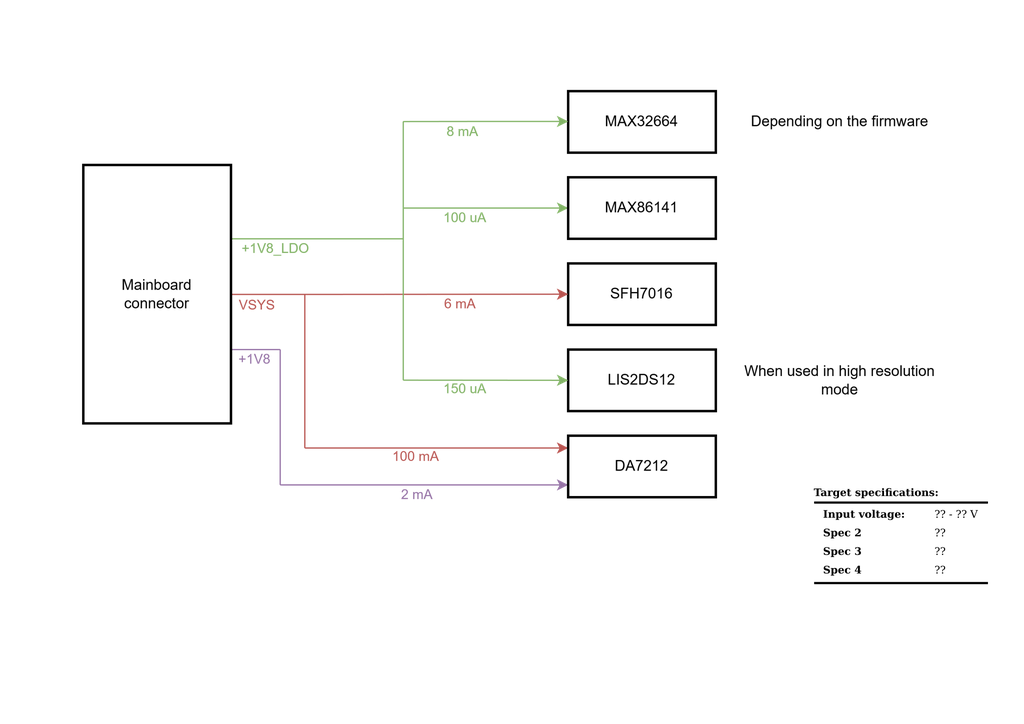
<source format=kicad_sch>
(kicad_sch
	(version 20250114)
	(generator "eeschema")
	(generator_version "9.0")
	(uuid "e4072e16-76e5-4cb7-b600-1ae14a69f117")
	(paper "A3")
	(lib_symbols)
	(rectangle
		(start 334.01 238.76)
		(end 405.13 239.522)
		(stroke
			(width 0)
			(type default)
			(color 0 0 0 1)
		)
		(fill
			(type color)
			(color 0 0 0 1)
		)
		(uuid a1e57db2-c507-4777-bba1-cf3c72b298ce)
	)
	(rectangle
		(start 334.01 205.74)
		(end 405.13 206.502)
		(stroke
			(width 0)
			(type default)
			(color 0 0 0 1)
		)
		(fill
			(type color)
			(color 0 0 0 1)
		)
		(uuid a45710fa-44e6-44b9-8060-80cdd32ce581)
	)
	(text_box "Spec 2"
		(exclude_from_sim no)
		(at 335.28 214.63 0)
		(size 43.18 7.62)
		(margins 2.2859 2.2859 2.2859 2.2859)
		(stroke
			(width -0.0001)
			(type default)
		)
		(fill
			(type none)
		)
		(effects
			(font
				(face "Times New Roman")
				(size 3.048 3.048)
				(thickness 0.4572)
				(bold yes)
				(color 0 0 0 1)
			)
			(justify left top)
		)
		(uuid "508c293d-8be1-4f2d-ba4e-0bf71b9200f7")
	)
	(text_box "Input voltage:"
		(exclude_from_sim no)
		(at 335.28 207.01 0)
		(size 41.91 7.62)
		(margins 2.2859 2.2859 2.2859 2.2859)
		(stroke
			(width -0.0001)
			(type default)
		)
		(fill
			(type none)
		)
		(effects
			(font
				(face "Times New Roman")
				(size 3.048 3.048)
				(thickness 0.4572)
				(bold yes)
				(color 0 0 0 1)
			)
			(justify left top)
		)
		(uuid "6343a3a4-b665-4b45-b613-d6c929be8466")
	)
	(text_box "Spec 4"
		(exclude_from_sim no)
		(at 335.28 229.87 0)
		(size 44.45 7.62)
		(margins 2.2859 2.2859 2.2859 2.2859)
		(stroke
			(width -0.0001)
			(type default)
		)
		(fill
			(type none)
		)
		(effects
			(font
				(face "Times New Roman")
				(size 3.048 3.048)
				(thickness 0.4572)
				(bold yes)
				(color 0 0 0 1)
			)
			(justify left top)
		)
		(uuid "7c0a3193-f68c-495e-89ba-c6056c9cecf1")
	)
	(text_box "?? - ?? V"
		(exclude_from_sim no)
		(at 381 207.01 0)
		(size 24.13 7.62)
		(margins 2.2859 2.2859 2.2859 2.2859)
		(stroke
			(width -0.0001)
			(type default)
		)
		(fill
			(type none)
		)
		(effects
			(font
				(face "Times New Roman")
				(size 3.048 3.048)
				(color 0 0 0 1)
			)
			(justify left top)
		)
		(uuid "9a2e37a7-e948-4676-8c13-25d5c0120ffd")
	)
	(text_box "Target specifications:"
		(exclude_from_sim no)
		(at 331.47 198.12 0)
		(size 73.66 7.62)
		(margins 2.2859 2.2859 2.2859 2.2859)
		(stroke
			(width -0.0001)
			(type default)
		)
		(fill
			(type none)
		)
		(effects
			(font
				(face "Times New Roman")
				(size 3.048 3.048)
				(thickness 0.4572)
				(bold yes)
				(color 0 0 0 1)
			)
			(justify left top)
		)
		(uuid "a2f8884a-2d81-4e19-994d-7e0cb95faadf")
	)
	(text_box "??"
		(exclude_from_sim no)
		(at 381 229.87 0)
		(size 24.13 7.62)
		(margins 2.2859 2.2859 2.2859 2.2859)
		(stroke
			(width -0.0001)
			(type default)
		)
		(fill
			(type none)
		)
		(effects
			(font
				(face "Times New Roman")
				(size 3.048 3.048)
				(color 0 0 0 1)
			)
			(justify left top)
		)
		(uuid "a5043b84-71a1-48af-80d0-a92e9e41e9f3")
	)
	(text_box "??"
		(exclude_from_sim no)
		(at 381 222.25 0)
		(size 24.13 7.62)
		(margins 2.2859 2.2859 2.2859 2.2859)
		(stroke
			(width -0.0001)
			(type default)
		)
		(fill
			(type none)
		)
		(effects
			(font
				(face "Times New Roman")
				(size 3.048 3.048)
				(color 0 0 0 1)
			)
			(justify left top)
		)
		(uuid "d0a29ba0-dff0-43e4-8dcb-4b6d849e6352")
	)
	(text_box "Spec 3"
		(exclude_from_sim no)
		(at 335.28 222.25 0)
		(size 41.91 7.62)
		(margins 2.2859 2.2859 2.2859 2.2859)
		(stroke
			(width -0.0001)
			(type default)
		)
		(fill
			(type none)
		)
		(effects
			(font
				(face "Times New Roman")
				(size 3.048 3.048)
				(thickness 0.4572)
				(bold yes)
				(color 0 0 0 1)
			)
			(justify left top)
		)
		(uuid "e6d756d3-cd8d-403e-bc9c-ee573d654575")
	)
	(text_box "??"
		(exclude_from_sim no)
		(at 381 214.63 0)
		(size 24.13 7.62)
		(margins 2.2859 2.2859 2.2859 2.2859)
		(stroke
			(width -0.0001)
			(type default)
		)
		(fill
			(type none)
		)
		(effects
			(font
				(face "Times New Roman")
				(size 3.048 3.048)
				(color 0 0 0 1)
			)
			(justify left top)
		)
		(uuid "fb4daffd-d583-4e02-886e-d9143aca708c")
	)
	(image
		(at 210.82 121.92)
		(scale 1.49028)
		(uuid "804900bc-ffd8-4483-8ba8-a6a42734a272")
		(data "iVBORw0KGgoAAAANSUhEUgAAC0QAAAWQCAYAAADApWVoAAAABHNCSVQICAgIfAhkiAAAIABJREFU"
			"eJzs3Xu4VnWdN/73RuCSQwLGg6UiJppA6WCKp8nSZ0fapJhOaj5PmWWMnWzGR5sR7ZfmlIpZ85Sd"
			"1Bpt1A5PlicaK2WwLEdE0zQdzBOKoiHKpuFggKzfH4u92fdh733vE7Dz9bqufcn63mut73cd73u7"
			"3+tzJwAAAAAAAAAAAAAAAAAAAAAAAAAAAAAAAAAAAAAAAAAAAAAAAAAAAAAAAAAAAAAAAAAAAAAA"
			"AAAAAAAAAAAAAAAAAAAAAAAAAAAAAAAAAAAAAAAAAAAAAAAAAAAAAAAAAAAAAAAAAAAAAAAAAAAA"
			"AAAAAAAAAAAAAAAAAAAAAAAAAAAAAAAAAAAAAAAAAAAAAAAAAAAAAAAAAAAAAAAAAAAAAAAAAAAA"
			"AAAAAAAAAAAAAAAAAAAAAAAAAAAAAAAAAAAAAAAAAAAAAAAAAAAAAAAAAAAAAAAAAAAAAAAAAAAA"
			"AAAAAAAAAAAAAAAAAAAAAAAAAAAAAAAAAAAAAAAAAAAAAAAAAAAAAAAAAAAAAAAAAAAAAAAAAAAA"
			"AAAAAAAAAAAAAAAAAAAAAAAAAAAAAAAAAAAAAAAAAAAAAAAAAAAAAAAAAAAAAAAAAAAAAAAAAAAA"
			"AAAAAAAAAAAAAAAAAAAAAAAAAAAAAAAAAAAAAAAAAAAAAAAAAAAAAAAAAAAAAAAAAAAAAAAAAAAA"
			"AAAAAAAAAAAAAAAAAAAAAAAAAAAAAAAAAAAAAABA7zRt6QEAAAAAAABsRVq29AAAgBqjt/QAAACA"
			"rdvgLT0AAAAAAACArcyoLT0AAKDNii09AAAAYOs3aEsPAAAAAAAAAAAAAACgpwSiAQAAAAAAAAAA"
			"AIABSyAaAAAAAAAAAAAAABiwBKIBAAAAAAAAAAAAgAFLIBoAAAAAAAAAAAAAGLAGb+kBAAAAAAAA"
			"DASjRo3a0kMAgL9YK1as2NJDAAAABjCBaAAAAAAAgAa1tLRs6SEAwF+c0aNHb+khAAAAA9ygLT0A"
			"AAAAAAAAAAAAAICeEogGAAAAAAAAAAAAAAYsgWgAAAAAAAAAAAAAYMASiAYAAAAAAAAAAAAABiyB"
			"aAAAAAAAAAAAAABgwBKIBgAAAAAAAAAAAAAGLIFoAAAAAAAAAAAAAGDAEogGAAAAAAAAAAAAAAYs"
			"gWgAAAAAAAAAAAAAYMASiAYAAAAAAAAAAAAABiyBaAAAAAAAAAAAAABgwBKIBgAAAAAAAAAAAAAG"
			"LIFoAAAAAAAAAAAAAGDAEogGAAAAAAAAAAAAAAYsgWgAAAAAAAAAAAAAYMASiAYAAAAAAAAAAAAA"
			"BiyBaAAAAAAAAAAAAABgwBKIBgAAAAAAAAAAAAAGLIFoAAAAAAAAAAAAAGDAEogGAAAAAAAAAAAA"
			"AAYsgWgAAAAAAAAAAAAAYMASiAYAAAAAAAAAAAAABiyBaAAAAAAAAAAAAABgwBKIBgAAAAAAAAAA"
			"AAAGLIFoAAAAAAAAAAAAAGDAEogGAAAAAAAAAAAAAAYsgWgAAAAAAAAAAAAAYMASiAYAAAAAAAAA"
			"AAAABiyBaAAAAAAAAAAAAABgwBKIBgAAAAAAAAAAAAAGLIFoAAAAAAAAAAAAAGDAEogGAAAAAAAA"
			"AAAAAAYsgWgAAAAAAAAAAAAAYMASiAYAAAAAAAAAAAAABiyBaAAAAAAAAAAAAABgwBKIBgAAAAAA"
			"AAAAAAAGLIFoAAAAAAAAAAAAAGDAEogGAAAAAAAAAAAAAAYsgWgAAAAAAAAAAAAAYMASiAYAAAAA"
			"AAAAAAAABiyBaAAAAAAAAAAAAABgwBKIBgAAAAAAAAAAAAAGLIFoAAAAAAAAAAAAAGDAEogGAAAA"
			"AAAAAAAAAAYsgWgAAAAAAAAAAAAAYMASiAYAAAAAAAAAAAAABiyBaAAAAAAAAAAAAABgwBKIBgAA"
			"AAAAAAAAAAAGLIFoAAAAAAAAAAAAAGDAEogGAAAAAAAAAAAAAAYsgWgAAAAAAAAAAAAAYMASiAYA"
			"AAAAAAAAAAAABiyBaAAAAAAAAAAAAABgwBKIBgAAAAAAAAAAAAAGLIFoAAAAAAAAAAAAAGDAEogG"
			"AAAAAAAAAAAAAAYsgWgAAAAAAAAAAAAAYMASiAYAAAAAAAAAAAAABiyBaAAAAAAAAAAAAABgwBKI"
			"BgAAAAAAAAAAAAAGLIFoAAAAAAAAAAAAAGDAEogGAAAAAAAAAAAAAAYsgWgAAAAAAAAAAAAAYMAS"
			"iAYAAAAAAAAAAAAABiyBaAAAAAAAAAAAAABgwBKIBgAAAAAAAAAAAAAGLIFoAAAAAAAAAAAAAGDA"
			"EogGAAAAAAAAAAAAAAYsgWgAAAAAAAAAAAAAYMASiAYAAAAAAAAAAAAABiyBaAAAAAAAAAAAAABg"
			"wBKIBgAAAAAAAAAAAAAGLIFoAAAAAAAAAAAAAGDAEogGAAAAAAAAAAAAAAYsgWgAAAAAAABe1e69"
			"996MGDEiTU1NNT/Tpk3L8uXL+6yvT33qU3X7+eAHP9ir9a5fvz4nnnhizXrPO++8Hq+zKIpceOGF"
			"Net829velhUrVvRqvEly9913Z8yYMRXrPv7447Nu3boul121alWuueaaHHjggRk5cmTb8kOHDs3U"
			"qVNz7rnnZvHixb0eY5L88Y9/zFe+8pUceOCB2X777SvGO27cuBxxxBH50Y9+lFWrVvVJf4sXL865"
			"556bqVOnZujQoRXbduCBB+YrX/lKXnzxxV73s27dutx8881573vfm3HjxlVs10477ZSTTz45d955"
			"Z1555ZU+2Kr6Fi1alIkTJ/bZdQBs1f4pSdHDn5VJnk5yW5IzkuyapGmzjp6B6LupPI/+qYP5Ria5"
			"vWreozbD+Hh1OyqV59ztKc/FV7umJAck+UGSl1K5j5YmuSvJ1Nh/AAAAAAAAwNbs/JtmnnzezR85"
			"dAsPoyUdhHFGjRpV8JfpnnvuKYYPH173uA8ePLi44447+qSfF154oZgyZUrdfk466aRerfvBBx8s"
			"Ro8eXbPeSZMmFc8//3yP19vS0lI0NzfXrPfv//7viw0bNvR4vYsWLSr22GOPinXusccexaJFizpd"
			"bu3atcXFF19cDBkypKEQ3THHHFMsXry4R2N87rnniuOOO67hwN6QIUOK2bNnF6tXr+5Rf4sXLy6O"
			"OeaYfu9r/fr1xfe+971iu+22a6ivadOmFQ899FCPtqkza9eurdm/vb0OGLhGjRrV2XnY0tM3dbYq"
			"vQlE1/t5LMnxSbbZnBvBgCIQzZawc5L/m+SvuphPoLfWiCRXpvN7/59S7lv7DwAAAAAAANh6nX/T"
			"zLeff/PfFefPOfXKLRiMFoh+FeosEJ2kOPvss/ukn1tvvbVoamrql0D0pZde2uH4v//97/dq3fPn"
			"z68JWw8aNKi47rrrerS+tWvXFieffHLN+m688cZOl2tpaSne+973djs0N3z48GLOnDndGuOdd95Z"
			"jB07tkchvf3226/bIew5c+Z0eg529HPEEUcULS0tDffT0304ZMiQ4sc//nG3tqkrV199dZ9fBwxc"
			"AtGvCn0diG79uS3J6zbjdjBwCESzOW2X5LNJ1iZZlWTfLuYX6K3UlDJI3tU9//EkO8T+AwAAAAAA"
			"ALZ25988c975N/9dcf7Nf1d87ua/u2oLBKMFol+FugpE77fffsVLL73U635OO+20DvvoTRC0paWl"
			"OOCAA9rWVR26Pvzww3tctbjVN7/5zZoxN1LRudqGDRuK2bNn16zrggsu6LTi9OrVq4sPfOADdffd"
			"hAkTipNOOqmYOXNm0dzcXLd6dHcC3PUC4PX6Ovroo4sRI0bUna+5ubnhoPJ1111XDBo0qG4Iubm5"
			"uZg5c2Zx/PHHF+PGjavb18yZM4u1a9d22U9H1b6rt2v//fevO57Ro0cX8+fPb2ibuvL73/++buBc"
			"IPrVSyD6VaG/AtGtAbnJm29TGCAEotlcxiX5QzadPwLR3Tc5yYupvb+/kuSZJE8nWZrkFykrSdt/"
			"AAAAAAAAwNatrUp0u5/NHIwWiH4V6ioQPXTo0OLOO+/sVR8vvPBCMWXKlH4JRN9xxx3F4MGD29Z1"
			"3HHHVfTVF+Nfu3Ztcdxxx9WM++STT24ojNvqF7/4RU3YtpHw8CWXXFLT99SpU4uHHnqoZt7Vq1cX"
			"X//612uC0ZMmTeqycvOyZcuKadOm1fR14oknFkuWLKmZf8OGDcXcuXOLiRMn1izz0Y9+tFi3bl2n"
			"/f32t7+tCV8PGTKkmD17dk2IvbWv8ePH1/R19dVXd9rPunXrio9+9KM1y02bNq3uPlyxYkXxsY99"
			"rO78y5Yt67Svrqxevbo48sgj+/w6YGATiH5VqA5ENxIYTJJtUoYN35zk7CSPpf558ockE/p81Axk"
			"AtFsLq9P8lQEonujen8UST6XZFiD89+eV/f+AwAAAAAAALZG7atEV/zMOfXKzRCMFoh+FaoXiK6u"
			"/Hvuuef2qo9bbrmlonJzdRXnngZBN2zYUHziE5+oCceefPLJfTr+oiiKJ598sthtt91qro1vfvOb"
			"DS2/aNGiYo899qhYduzYscXvf//7Tpd74oknip122qnbIep6lZcvvfTSTpepVwl79uzZnVavLoqi"
			"ePHFF4vDDjusW0H6esHg0aNHF7/5zW867avefjzggAM63R/1guinnHJKp5XDO6rm/f3vf7/T8XWl"
			"Xri9t9cBA59A9KtCTwPR1bZJ8uEka1N7rvwiAnFs0mggGnpLILr3qt8jFiQZs0VHBAxIg7b0AAAA"
			"AAAAANrbkOJzdV8oipMHZdC8zVwxmlepD3zgA2lqamqb/tnPfpYVK1b0aF1FUWTOnDkpiiJJMmHC"
			"hLz1rW/tk3EuXbo0c+fObZsePnx4Jk+enGOOOaZivh/+8If54x//2Ku+dt1111x88cUZNKjyT4yz"
			"Zs3K3Xff3emyK1euzMyZM/Poo4+2tQ0aNCjf+ta38qY3vanTZX/605/m2WefbZseO3ZsvvKVr2TU"
			"qFGdLnfsscfmYx/7WEXbddddl5UrV9adf8WKFbnqqqsq2o477ricfvrpFedCPdtvv30uv/zyvP71"
			"r29rW7t2ba699tq2417t17/+df793/+9bXrQoEH59re/nYMPPrjTviZMmJCLLrqoYkx33313FixY"
			"UHf+NWvW5Ktf/Wo2bNjQ1tbc3JwvfelLGTaso6J7SVNTUz7+8Y/n7W9/e0X71VdfnZdffrnTMXbk"
			"vvvuy+c///keLQuw0StJ/jXJoakNy09P8v7NPSAA+twf4oEooAcEogEAAAAAgK3KeUd9+/akuL2j"
			"15uSDwpG09/222+/TJ48uW36vvvuy8MPP9yjdVWHlg877LDsuuuuvR1ikmTevHlZuHBh2/SUKVOy"
			"2267Zd99982ECRPa2hcuXJh58+b1ur8ZM2bklFNOqWhraWnJ2Wef3WFgvCiKfOMb38itt95a0X7K"
			"KadkxowZnfa3cuXKXHfddRVtJ5xwQqZMmdLlWJuamvKe97ynIjj8yCOPZOnSpXXnf/DBB3Pvvfe2"
			"TQ8dOjSnn356hgwZ0mVfSTJx4sQce+yxFW3z589PS0ttlmP9+vX513/914qQ8oc+9KEcffTRDfV1"
			"2GGHZd99NxUeLIqiw1D6/fffn1/84hdt08OHD8/s2bO7DJQnyciRIzNz5syKtt/97ndZtmxZQ+Ns"
			"b8WKFfn0pz/dtj9Gjx6dd7/73d1eD8BGdyb5SJINVe1/n2SHzT8cAPrQ+pSVogG6RSAaAAAAAADY"
			"+hQ5r6tZWoPR58859UrBaPrauHHj0tzc3Da9du3a/PznP+/Ruu6777488sgjScqQ7gknnNBlxeFG"
			"rF+/viYsfNBBB2XMmDHZcccdc9hhh1W8dtVVV2XNmjW96nPIkCH57Gc/m0mTJlW0z507N9/4xjfq"
			"VkP+yU9+klmzZlW0HXLIIfniF7/YZdh46dKlbfsuqR9y7syYMWMqqiD/6U9/yvLly+vO+9BDD2X9"
			"+vVt03vvvXfNdnamqakphx9+eEXbc889l1WrVtXM+/TTT+f2229vmx49enT+4R/+IYMHD26orzFj"
			"xuSggw7KoEGDstNOO2X8+PE1lbtbzZkzJ2vXrm2b/tCHPpS3vOUtDfWTJG95y1uy/fbbZ8yYMRk/"
			"fnx22WWX/PnPf254+aQMbF922WUVDwbMmjWrzyqlA69aNya5vKptUpLD6swLAMBfOIFoAAAAAABg"
			"q/PZGVf8srMq0RWK4mQVo+kPM2bMqAje/uxnP+uwCnJHiqLInDlz2oLCe+65Z/bZZ58+Gd/ChQsr"
			"AqZNTU1tFZfrBa/nzZuX+++/v9f97rzzzrn88sszdOjQivbPfOYzue222yrannrqqcyaNauiEvLo"
			"0aNzySWXNFSheIcddsi3vvWtfPrTn84BBxyQSZMmZbfddmt4rGvWrKkIA2+zzTYdho4XLFhQMf3G"
			"N74xo0ePbrivJNlxxx0zfPjwtunly5fnj3/8Y818v//97/P888+3TR988MHZfffdu9XXV7/61bzy"
			"yit55pln8vTTT+ess86qmWflypX5zW9+0zbd3UB5kkyePDkvvvhiXnrppTz99NO58847M3HixG6N"
			"dcGCBbnwwgvbppubm3Pqqaf2yYMBwKva+iRfS1Jdtv4DSbbtxnqakrwxyewkjyZ5JWVl0iLJyiR3"
			"paw8/dpuju+f2q2nSHJUu9e2S3JGkgeq+ns2ybeSTNk4rt54bZJTUo5/Zbs+Xkm5nV/pQT9HpXKb"
			"/qnda9skOTjJD5IsrdPf55OM7/HWVB6nx6rWPz/J/0oyrMOlOzYyye3p+Fi1tyW3P0l2T/3z9LE6"
			"6399kqfazXN7ym3tT0OSvDO1+6BI8lKS25K8P0nXHwI3qT4+T6XctlavTXkt3Z9kbVV/P0t5zBr7"
			"uo/u2TfJqo19LUmyS7vXhie5J42dU/U0bVz/t1LeE9qv57GU50D3PjjWGpHkuJT76KWqPp5KclXK"
			"83mbXvbTkfb7r0hyUdXrJ1WNqfp6q74Wb0/H53dH9+LtUu7L5dl0rT6Q8nxqvd93df69PuW11/6e"
			"1NE12V5Tyvtv9TFem/JcPjnlMapncJLrqvr7agfzVhub5KGqZa9MY+8D1cuuSnkcO7NtkiOSXJZk"
			"YSqv0dbtXZjy/eiANH6+dXQvHpbktFTu066ORav++izAZiYQDQAAAAAAbJ0aqBLdXmvFaMFo+srU"
			"qVMzefLktukHH3wwjz32WLfWsXTp0orQcnNzc8aNG9cn4/vpT3+alpaWtuk999wze+21V9v0Pvvs"
			"kz333LNteu3atfn+97/fJ32/9a1vzXnnnVfRtmHDhpx++ulZunRpkjKMO3PmzDz66KMV81144YXZ"
			"f//9G+pnxIgROfroo3PxxRfnrrvuysMPP9ytQPT9999fUfV5/Pjx2WmnnerOe9BBB+X444/Pbrvt"
			"ljFjxmTw4MHdDuwuXbo0q1evbpvedtttKwLSraqD483Nzdl22+5k9xqzePHiPPjgg23Tb3jDGyrO"
			"kc1hxYoVOfPMM9vO1dGjR+eCCy5oKBAP0IBHUoYs23tLkh0bXH5KyjDtI0n+MWXIsH2WZkTKkNb/"
			"TRm8vjRliK6nmpIcmWRxkkuS7FXV345JTk0ZOpufMpzVXdttHOeyJN9OOf72wbpBKbfzU+36mdKD"
			"ftp7Y5L/TPKbJCck+R91+jsnydNJ/l+S7bu5/p2T/DibjlP7J3MGJdk/ybVJHkwyrfvD77X+3v7X"
			"JflJypBevfN0Yrv1fzUdByn7S2sIcVmSn6d2HyTJmCTNSa5OGcD9anp3LQ1J8ukkz6W8lv4qlcHn"
			"MUkOT3LTxnEdmd4/ZLA5vDHlNXlPyntB9b1sYspz4NH07FwatnH55RuXPzzlvmpvlyQfTHk+P5Lk"
			"f2Zg7LvumJrk9yn3ResTkINS3pMvSfJv6fzBmmFJvpgyDH9OKu9JSeU1+ZlUnpvbJ/lhyvtv9TEe"
			"kvJcvjLJopT7vtr6JLdWtR2U2uNYz4Qku1a1vTmb9kFnJqXyPenBlGHjerZLuX/+lOSWJH+XZM/U"
			"PpwwZGP7p1IGjntzvu2c5Fcp7y3t92nrsfhZylB3PZv7swD9SCAaAAAAAADYKnWrSnQ7rcHo8+ec"
			"eqVgNL0xduzYNDc3t02vXr26Jsjalfvuuy+PPPJIkrI675FHHtknVXFXrFiR66+/vqJt+vTp2WGH"
			"Hdqmd9hhh0yfPr1inltvvbVuxeLuampqysc//vGK/ZMkDz30UC644IIURZHLLrsst95a+bf6mTNn"
			"5pRTTul1/41YtGhR/uVf/qWibfr06Xnta+sX9TrllFPywx/+MI8//nheeumlfPe73+12nw888EDF"
			"9OjRo7P99pU5lVWrVuXhhx9um25qasree+/d7b4asWjRorz00ktt05MmTdqsQeSiKPKNb3wjd9xx"
			"R1vbrFmzMm3alsiqAX+h1ieZU9X2upQBr85sk7LSY3cDtJ9MGaKb2o1lWjUlOT7JjWksSDUtyX1J"
			"3t2NPqalHN8nu7nMgxuX6cmHlHenHGej+/G4lKG1CQ3O/z83rv+YBuadmOQXKSvbbi79vf1Tk9yd"
			"xrY/KYPJN6f7Qdmeet3G/roTcB6Ucpzzk0zuYt56RiX5XpKL01j15+02jvH/ZOsO9h6Z/j2Xdt04"
			"/+w0XjV7YpK5KcOt/VFpe0vYLWUYvLOKwVcnebmD10alfEDhzAb7++ckp6c89yakPAbHNbDc2JQh"
			"3nfUee2eJKvbTU9JuV1d2S9lBfP29kxlhfOO/HXK6tSt5iap9/VJrWHzM9P9c6b1fOvutTomZVXz"
			"/TqZ50ep/UaJLfFZgH4mEA0AAAAAAGy1NqT4XI8XLoqTVYymt2bMmFERYL7llluycuXKhpYtiiJz"
			"5sxJURRJygrO++yzT5+Ma8GCBbn77rvbpgcPHpzjjz++Zr7jjz8+gwdv+rv1woULM2/evD4Zw6hR"
			"o3LBBRdk9OjKgmLf/OY38y//8i/5/Oc/X9G+xx575JxzzsmQIf2fpXjggQfyrne9K0888URb2+tf"
			"//p88pOf7JNAej31Qur77LNPTQB75cqVefLJJ9umx4wZU1G1+pVXXsmdd96Z973vfdl+++3T1NSU"
			"pqamDB06NAceeGCuueaarFq1qqEx/dd//VfF9MSJEysqUb/44ov50pe+lL333jvbbLNNW1877bRT"
			"PvrRj+bhhx9uO3974te//nVFJfHm5uaceuqp/XYMgFet3yf576q2zgLRTUnOSFnpsTo3sy5lSPOK"
			"jT93J9lQNc/4JPNSViXujr9O8q9VfS5JWYn0ipQBt2rDk1zTYF/7pwwD1wv5Pd6unxuTVL+RDEpZ"
			"8fLT6V4I7ZCN42sfsFuaMmzYUV9J8qYk/18qw3X17J+yMnS9qp73bOzj35I81a59dMow46Suh99r"
			"/b39E9JxcPOhlOfTv278d3uHbey7o2qofaU13Nlc57VVG8dwRcptWFpnnkkbl+8sxFhtWMpr973t"
			"2jakvFavSP390er8lBXk+8KLKSuwX5EynL223WtFkhuy6T5yRcqq8J05MOV52/5car8POzuXzkvX"
			"wdMJKe8P9fb1kmw6Zzs6Vmck+XoD/TSq/f67Ism9Va8vSuX+uyLJA+kbX0iyx8Z/b0h5P79i4383"
			"JFm48d/1tJ5/R7RrW5euj9O5KR/u+E7KY9aqq/eAIUk+nzKE3d5jKUO8rYan63teU5K31Wl/Tbp+"
			"iGhkkne1my5Sfx91ds9qrZDfejznpv6+Srp/rX4ylfeh1veHG1Men5Yk11Uts6U+CwAAAAAAAPBq"
			"dv7NM+edf/PfFb39aTAY3ZLyj3s1P6NGjSr4y3TPPfcUw4cPrzjeN910U1EURfHCCy8UU6ZMaWsf"
			"Pnx4cc899zS03ueff76YNGlS27Kf+MQnig0bNhRFURQnnXRSRX8nnXRSw+PdsGFD8YlPfKJi+QMO"
			"OKBoaWmpmbelpaU44IADKuY9/PDDi9WrVzfcX1cuueSSutdM+5+hQ4cWv/rVr/qsz3qWL19e3HLL"
			"LcX06dNr+h8yZEjx4x//uF/7//GPf1w0NTVV9Pv973+/Zr6HH3642H777dvm2WWXXYolS5YUGzZs"
			"KObOnVtMnDixy/05bNiw4tJLLy3Wr1/f6ZhOO+20iuUuuuiioiiKYsWKFcUnP/nJLvtJUhxyyCHF"
			"k08+2e39sWzZsmLatGlt6xk9enQxf/78inkuuuiiHl8H/GUZNWpUZ+dhSxfv3QwM/5TK47oqyb59"
			"tO7XpwzEtl9/Z2X+/zbJK1Xzr0jyv1M/7Dciyaw6y/xXkp076ad6m9v/PJYyHFcdPn7txrFXz99V"
			"XxOS/KHOcpduXGe1bZJMTxlQaz//K0lmdNLPUZ1s091J9q6zTdsk+XDKwGj7+Zen8xDeazeus7qf"
			"73awTW9IGX7raHz/1EE/I5PcXjXvUR3Muzm3f2TKAGt1Pz9J/XNh542vdTS+2zeus690NL7/Slmh"
			"u16wfkrqH9POzu96x6f1Z22Ss1Jeo9V2TnJbnWW+1sHYeqP6HtTI/a2zc6mj+8M2Sf7XxvW3n//P"
			"SQ7qpK9Rqb8vfpLyuqnWlPJcvq/OMmd0sV09VX2/7OqrWqr33+3p+Pzu6F68IGXV7PZGpDxPW3V2"
			"/q1K8v7Uvm8MS/K5OvNvaPfv+6r6abVzyocEqpc7os68X6ia78p0fm6PTfmwQL1t+WonyyVlJfcX"
			"283/UGofuBicMuReve5vpP49OxvHe3DKe0B3rtWOrp+nU1vpeUjKEHr1Ayib67MAm5kK0QAAAAAA"
			"wNatyHl9sZqm5IODMmje+XNOvVLFaBo1duzYNDdvKja1evXq3HbbbQ0te9999+WRRx5JkjQ1NeU9"
			"73lPn1TGXbJkSebMmVPRdswxx2TUqOrCYWUV5yOOqPz7+bx583L//ff3ehytPv7xj+fII4/sdJ5/"
			"/ud/zlvf+tY+67PV8uXLM23atDQ1NWXMmDF517velVtvvbVinokTJ+aVBLZ+AAAgAElEQVTWW2/N"
			"scce2+f9t3rqqady1llnVVRTnjRpUg477LCaeVevXp2XX970Ddy77LJLhg8fni9/+ctpbm7O448/"
			"3mV/a9asyWmnnZaTTz6502rRK1ZUfov1HnvskaeeeioHH3xwvva1rzWyabnjjjuyzz77NHzeJ0lR"
			"FPnnf/7nLFiwoK3tM5/5TPbfXwE1oF/8d5Inq9ompH44bnySi1KZl3k0ZXjx2pRVIautSnJhksNT"
			"GdCflOTUdD9ceUeStyb5j5RhqvZeTBmePbuqfVKSj3SwvsEpqw3v0a5tQ5L3JfnUxnVWeyXJrSkr"
			"W97Rrn1Qks+k4/BaR76T5O0pK7hWb9MrKav2npjKCpujk7y7k3Uel9pg29kp90+9bXoyZdXgKxoe"
			"dd/pj+1/T8rQenufS3JCkmfqzP/Mxtd6/g073fP+1I7vupSVju9M7X5IkodTVkr/UlX7pCRnpnvX"
			"UkuSQ1Nez/U+DD2TMvA4t6r9yCQ7dqOfzW1uyvtRvfvDKymrUZ+UynNpaOpX/m310dRW8T475TVW"
			"fe/Mxn4fSHmfuqbqtTOS7N5JXwPFEym3f1FV+6qU52lXWlJWYr8mte8ba1Kelz+vam89v+emPHfr"
			"9fNMyuP7RLu2piR/U2feeak8R/ZP5/fuSUne2MFrByUZ08myb0myfVXf1ffhSSmvufY+n+QTdeZt"
			"VaS8X7wttRWyD0h5n2zU6pTHdEFV+7qUAe717dq2hs8C9BOBaAAAAAAAYKv22RlX/DIpbu+zFRbF"
			"yYMyaF6DFaMhM2bMqAgy33LLLVm5cmWnyxRFkTlz5rQFZCdPnpypU6f2yXjuuOOOPPXUpm+GHz16"
			"dN797o7zNEcddVSGD9/07dtr167NtddeWxHe7Y1hw4bl0ksvzW677Vb39SOPPDKnnXZan4TBq738"
			"8stZurTet3qXDjnkkNx8881529s6y4j0zrp16/KFL3whjz76aEX7Oeeckx122KFm/qVLl2b16tVt"
			"001NTfniF7+YM888s2K+HXfcMSeddFJmzpyZo48+OkOG1BYqu+aaa3L66adn3brav9mvWrUqzz77"
			"bEXb4sWLM3369Dz00KZvkh80aFAOO+ywzJw5Mx/+8Iez55571qyrpaUlxx13XO6+++4O9kKl2267"
			"LZdeemnb9PTp03Pqqac2tCxAPzs6lWG+lpTBzscaWPa2JKdVtX0otRVGO/NEyrDb853M80qSS5Jc"
			"VdV+QpLaN5b6IbRZSf5f6odS23s+ZcD4uXZt01IbdO3MQynDlWu6mO/fU4aw26tXUTkpK9qeXNX2"
			"o5T75ZVO+liX5NOpDHn3t/7a/k9Wtc1JMjv1g3qt1qWsGvujLsbSW/WOz4KUwdsVNXNXWpfy/Kwe"
			"4/9O/Yq5HZmVMkjZmRUpz5n218G4bL2B6CdSPvjQ1T7szrm0Q2qP1RXp+lpKygDoP6QyYPr6lPfM"
			"ge7q1Iahu+P/S1ntvCNrNvZRbVmSv0/nx3hRkp9WtU1Msm1V23+lrIjc6o0p3w86sn82VUluSfJI"
			"u9d2S/K6DpZrSvKOqrbW6vDt/XUqA8wLU1Z5buSXzheS/N+qttenfvX3jtyU5N4G593SnwXoRwLR"
			"AAAAAADA1q+PqkS311oxWjCarkydOjWTJ09um/7d736XRYsWdbpMdRXn5ubmjB1b/a3C3ffyyy/n"
			"6qsr/7Z+wAEHZOLEiR0uM2XKlBxyyCEVbXPnzu00SNxdu+66a77whS/UhJ5HjBiR888/P8OGDeuz"
			"vtpbsmRJli1b1uHrd9xxR6ZMmZKDDz44Dz/cSLG37lm3bl1mzZqVK66oLEZ53HHH5YQTTqi7zPr1"
			"6yum77rrrlxwwQVt09OmTctDDz2UZ599Nt/97ndz+eWX54YbbsiaNWvyve99L9ttt13F8ldccUW+"
			"+tXab7kuiqKmr3POOactuD1kyJDMnj07K1euzH/8x3/k8ssvz3e+850sXLgwixcvzjHHHFOxbEtL"
			"Sz74wQ/mmWfqFaXc5JlnnsmnPvWpbNhQFi4cPXp0Zs+enZEjO/oWc4BeezllyKy98akNUo1KbZDv"
			"a6mtJtmZm5PMbze9U5J3dmP5f0ljIbx1Kce2ul3bpJQVM6u9N5UhtAUpKxY3+uTTY0kur2r7QGrD"
			"dx25OkkjHyrWpDastlPqB972Slmps9XalPuuszBwqxVJLkjj299bm2v7L0jXoeuk3Efnp7KCaV+b"
			"ljJc2apI8tl0XAW2Wr0xjk1ZvbkRT6W8FhvxhyR/bDc9LB0HP7e0RkO6a5L8qqqto3PpsFSGZJ9L"
			"cnEau5aS8ph+uartuJTHa6BanzLU2lPPpjawXM/CVN7Dk/LBhkZ+KXmoanpENoWZW/0xlVWVByd5"
			"UwfrG5zk4HbTv0v5PtFq+ySTU9+4lJXfWz2b5ME68z2Z8r3kd0mWJ/lJKq+9rlTvrzGp/xBQR+ak"
			"sgp0R7aGzwL0o+oLBQAAAGDAOu/6j+7a5ysdvL7v10mXBhVNu27pMbzaNDU1TdjSYwDoStGURSn6"
			"vupOU/LBpgz64PlzTr3qynNuHvzk75b0dRcMcGPHjk1zc3NboLalpSW333573vzmN3e4zL333ttW"
			"xbmpqSkzZszok7E89thjufPOymJ4xxxzTKeB42HDhuWYY47Jz3++6VubFy5cmHnz5uV973tfn4xr"
			"3bp1+Y//+I+aqtOrVq3KhRdemGuvvbZuhePeWr58ebbbbrtMnz4948aNy5///Of88pe/rKignZSh"
			"46lTp+YHP/hBjj322D7p+5VXXskll1ySL32p8lvf99hjj3zxi19seHvbV3eeOXNmvv71r9dddptt"
			"tsmJJ56YadOm5W/+5m8qKlJ/6UtfytFHH53dd+/8G8xXrSq/UX706NH5+c9/nv3337/ufDvvvHN+"
			"9KMf5eKLL87ZZ5/d1r5w4cJcdtllOf/88+tW/F6/fn2+8IUvZOHChW1tn/nMZ7LPPvt0Oi6AXnol"
			"yZ+r2gantkjg7imDpq1WJ7kh3QvOrkgyN5XB5Okpg2VdBbEaDdG1eijJ7Un+pl3bO1JWwWw1Msmh"
			"Vcv9OI0HU1vdluScbMoRvSVlFd0nulhufZLfdKOfRp9O+utUZpoeSBmWa9T8lOHj/bqxTE/01/a/"
			"K5Xb/5+pH0DsyMKU52l15fC+clgqqxHfm8pwYCPqjfFtSb6S8iGHztyTxoOWy5M8k603BN2quyHd"
			"6vNhm9RWiG5KcnhV28+TPN69oeXulNXkW/dhayXiX3dzPVuLP6Z31aF/l8qq+h1ZnuRPSYa3a7st"
			"jb3nNPI/JdYnuT6V11BH70c7pPJ++EDK+8r6bLrXHJoyxFxtryTtv0LmriSL68z3i40/W8KalA8/"
			"NGJLfxagnwlEAwAAAH8xBg3e8GQ/rLXvV0nX+v7b1OnC5iqbBNAr/X2zKoqTP/T5I3Pf3D/kvrmP"
			"ZNGDjfyNk1eLGTNm5Gtf+1pb4HfOnDk55ZRT6gaRi6LI9ddf3zY9efLkTJ06tU/Gcd1116WlZVMx"
			"vde97nWZPr3rb7WfPn16Xve61+X5559va7vqqqty9NFH90n15u985zs1VZJb/ehHP8oBBxyQM844"
			"o9f9VHvHO96R556rvVaffPLJnHHGGRXHYd26dTnllFOy8847dxgEbtS6devyhS98IZ/73Ocq2seO"
			"HZvvfe97mTCh+8+aNTc3NxSk3n333fOd73wn73jHO7J27dokyXPPPZdrrrkm5513Xpf9DBo0KN/+"
			"9re73AfbbLNNzjzzzNx333350Y82fav9lVdemQ9/+MN5wxveULPMjTfemMsv31RkdPr06Tn11FO7"
			"HBNAL41IWZ2xvZWprYA6KZXBtOdTBiW7q7rK7+SUFZo7/sqCUkchso68nDJs2z4QPSXl9q7aOD0u"
			"lUG1pAy6ddeilCHB1v24Q5Ld0nUgurvBwj81MM/glBWI2/vPlOHCRi1PGVrs70B0f2z/tkmqPzj+"
			"JuU53aj1Se5M/wSiR6S2Unl3j09SjvHWVI7xzSmrwnb1i9hv03jocF02XS9bs96GdHdJ+YDEf7dr"
			"G51yn7b3YLr/m/ULKSvJtwaiWysRD9RA9GPpXQX1+9N1aD8pQ7pr200X6V7F5Eb8NslLKSs8J+U9"
			"b4eUD+C094ZUvk/eltr7/t4pz6Hqe031AxC3ZusL/b6Qxt/Pt/RnAfqZQDQAAAAw4J1/08yTt/QY"
			"AIC/HPs0vzH7NL8x875/b+Z9r/pvXLxaTZ06NZMnT26rEj1//vw8/vjjdatEL1myJPPmzWubfs97"
			"3pOxY3v/rdIrVqzIz372s4q2Qw89NLvsskuXy+6yyy459NBD84Mf/KCtbd68ebn//vtz0EEH9Wpc"
			"d999d2bNmtXpPJ///OdzyCGH9DqI3Kg3vOENdSsct7S05B//8R8zZ86cjBw5skfrXrNmTU4//fRc"
			"dtllFe1jx47NLbfckv326372aujQoTn33HMzatSohuY/6KCDcuyxx1Ycz9tvvz0rV67scrv+9m//"
			"tuGK5UOGDMnpp5+eG2+8sS18/eyzz+bBBx+sCUQ/9dRTmTVrVjZs2JCkrEI9e/bsHu9ngF56IbWB"
			"tSlV09sluSi1wemu7Fo1vf3GdXUVgupOiLNVdRXYPTb21Rrw3DFJ+w8ZRZK/S3JMN/sZkeR/tJtu"
			"Shmq68qf0/3915Vhdfpe1IP1NFqNuTf6Y/tHpvYc68kvJf/V+6HUNSzJ66vaHurhuh5KZYXasSnP"
			"6a4C0Y2EUQeaVzb+9KUxSXauajsiZSC0O4bUWabrX0C2XsvSu3OokQcb6lmT7j840JXFKd8n3r5x"
			"epeUwdzqQHT7qvsvJXl041gWZlMgeq8k41N57xi5cdm0W/ZXfTT2pHwAZO+UD0a8P5VB5e5YmsaP"
			"6Zb+LEA/E4gGAAAABr6mpiu39BAAgL8cLUv/O/O+d2/um9voN67yajB27Ng0Nze3BaJbWlpy++23"
			"1w1E33vvvXnqqaeSJIMHD8673vWuPhnDggULcvfdd1e0HX300Rk8uOs/+Q0ePDhHH310RYB27dq1"
			"ufbaa3PggQemqalnX9GxYsWKnHnmmRVVq4cOHZrddtstCxdu+mb7lpaWnH322fnxj3/ccOi3t1or"
			"HP/hD3/IVVdd1db+q1/9KnfddVfe8Y53dHudK1asyEc+8pFcd911Fe3jx4/PTTfd1ONK4AcddFD2"
			"2WefhucfPHhwTjzxxIrj+eCDD2bx4sWZPHlyp8u+//3v77IKdXt77bVXDjrooPzyl79sa7vtttsq"
			"QtWtFbMfffTRtrYLL7ywW9sE0AtDUgZ621uf2iqo1cHAsUlO7oP+t0sZPOzKwq5nqbE8lYHRoSkD"
			"qa3GpDL705TkPT3op57q/VXP4vR99d2RqQ1bPlpvxi70ZJnu6o/t3zZJ9YelnoSulyZZnZ4HDDsy"
			"JOUxam9JD9fVWkG3u/m1zXFsN7cnU1nduS+MSXl/aq/rr5ZpTCP3h63VqvSuwnFPqgn3l5UpK8i3"
			"BqKbkuybsgJ0q22TvK3d9IPZdO+an6R5Y/v2KR+6aR+IHp8yKF29bHdsk+S1KYPIO6WsML9/yurl"
			"1e/dPbUqjd8nt/RnAfqZQDQAAADwl6epV18vWKko+m5dNK5p0KItPYRXmybnOjAAFMl5/dpBUxbd"
			"8JVf7vDbWx8Z1vXMvBrNmDEjX/va11IUZb7qlltuyUc+8pFsu+22bfMURZHrr7++bXrq1Kl505ve"
			"1Ou+i6LIDTfc0NZ3qxNPPDEnnnhij9d7ww035Iwzzqip9tuI9evX56yzzsodd9xR0f6xj30sn/jE"
			"J/L2t789zz23qcDf3Llz841vfCNnnXVWjwPY3TVkyJCcccYZueGGG9pC20VRZN68ed0ORD/zzDM5"
			"5phjcs8991S077bbbpkzZ06XQeRWY8aMyeDBg7N+/aYcxt57793tSsoTJkzIa17zmvz3f5fZmT/9"
			"6U958cUX217fdtttayqTb7/99tljjz261c/IkSOz++67VwSilyxZkvXr17eF8X/yk5/k29/+dtvr"
			"Rx55ZD74wQ92qx+AXqhXBfXZ9H1Qtbd6EmqtDowKXP3l2yGVx3h1eh44HmiGp6wQ7Wt62Jr1tEJ0"
			"f5mXZFbKMHRShp+/kk0Vk1+bpP0vpA+kDFInya+r1nVAkpvaTb8lZVC61S3tlu3MiCTHJTmzqm/o"
			"dwLRAAAAwF+czx55effTHADAVu28mz9y6KAM6p+VN2VRkZx37pGXfzdJSyqr7kGbqVOnZvLkyW1V"
			"ou+66648+eSTFUHYJUuWZN68eW3T73znOzNmTO9zS4sWLcoNN9zQ6/VUe/bZZzN//vweBaJvvPHG"
			"XH755RVtkyZNyplnnpmdd945F198cT7wgQ9UvP6Zz3wm++23X6ZP76vidF3bdddd81d/9VcVgd5H"
			"HnmkItDblQULFuRv//Zvs3hxZUG0/fbbL9dff3123rnxInnDhg3L0KFDKwLRO+20UydL1Ddu3LiM"
			"GTOmLRC9fv36LF++6Vu4Bw8enBEjKouujRw5MqNHj+52X9Uh6mXLluXll1/OyJEjs2jRopx99tlt"
			"Yf2xY8fmoosuyrBhbqXAZrNjygqP7f1uSwwE6JX1KauiA427P2VV5ykbp9+S8n3xiY3Tk1NZdb99"
			"9ehHkjyf5HUbpw9IGWZelTJXeky7edenrEbdmW2SHJ/kW6mtTt6VJUlen03BbuiRfvo/hwAAAAAA"
			"AH1nUJrO7fOVNmVRiuJDnz3y8jdsDENDp8aOHZvm5ua26Zdeeim/+tWvKua5995789RTTyUpA6nv"
			"ete7+qTv+fPn59lnn+2TdVW76qqrsmbNmm4t89hjj+W0007Lhg0b2toGDRqU2bNnt4WDTzjhhMyc"
			"ObNiuQ0bNuRTn/pUnnlm833T9MiRIzNhwoSKttZAbyN++tOf5tBDD60JQ7/zne/Mz3/+826FoZNk"
			"xx13rKnc3F+mTJnS9Uy99OCDD+aJJ55om162bFne/OY3p6mpqcufs846q2Jd//Zv/1Yzz80339zv"
			"2wAMeH+dyoKARcoKmF35t5TBq97+jEj/VbQdk8qH9Zal82rBT6cMwvXFds3uw+2gcX9MZSi4tWry"
			"q8HalFXR6R+rk+yXvrk/+CqQrceLSe5uN/26JG9uN71/NoWMX0ryaLvX/pjkoXbTb0pZpT4b/7tf"
			"u9fur5q32pCU7xvfS+dh6A1JFiX5f0k+sXGsQ5PMyJa5/gfCZwG6QSAaAAAAAADYqp1380cOTZoO"
			"7bMVNmVR0ZSTP3vk5W/47Iwrruqz9fKqMGPGjDQ1bSpaddNNN7UFa4uiyPXXX9/22r777pu99tqr"
			"132uWbMmV111VUXboEGDstNOO2X8+PHd/hkyZEjFuubNm5f777+/4fGsWLEiH/3oR/Pcc89VtJ99"
			"9tk56qij2qaHDBmSc845p6a68MKFC3P++edn3bp1Dfe5JRRFkauuuiozZszI6tWrK1479dRTc8MN"
			"N2T77bfvYOmOjRw5MrvssktFW1+F3asrXlfv+5UrV6alpaVP+ml/HQBsQcOSHFbV9nTKapnVqt94"
			"dkoZYNpc9uh6lhrbpbJa5spUbsf6ytkzJsm4HvSzNfnvJE9WtfXkCZ/uVifdWqxL8ueqtiH1ZuzC"
			"uJRh6r62LuV52F5PA9vVgf9XUntO03PrU+7TVsMz8O8P1CpSWfU5KSs9J8m2KR8aavVgkvZPea5K"
			"Mr/d9OuS7Lnx39WVpf8znVdwPzbJ/6nTfluSk5O8MeX1vk2SNyQ5Ick3UoasN+cvhlv6swD9TCAa"
			"AAAAAADYqvVZdeh2QWgVoempqVOnZvLkyW3Td911V558sszsLFmyJPPmzWt77YgjjsioUaN63efj"
			"jz+e+fPnV7R97GMfy+LFi/P00093++fLX/5yxbrWrl2ba6+9NkVRdDmWoihy2WWXZe7cuRXtzc3N"
			"OfPMM2tCshMmTMgll1ySQYMq/yz57W9/Oz/5yU+67O8Xv/hFPv7xj+fAAw/MuHHjctJJJzU0zuox"
			"r19fma0ZMWJETXi4epkvf/nL+dCHPlRRBTtJZs+ena9//esZNmxYB0t37jWveU323HPPirbHH3+8"
			"4YrVrZYsWZJly5ZVrHfHHSvzSBMnTsxrXvOatunly5f3KHz98MMPV0zvuuuuGTFCbgDYKkxNbSB6"
			"XupXUX64anr3JKP7Y1Ad2LUHy+xbNb0olWHUJSkDxK1ek6TyaxEGnlVJqt+sJqUyGN6I/v+ahP6x"
			"MrWB8OrzoBG7dD1Lj6xMeR62N62H69o7lcf1hSTP93Bd1Ho+5T5tb+8tMRD63W9TVn9u9ddJRqZ8"
			"WOEt7dofSO0DDb+umn7rxv8elk3XZ5Hk3zvpf1SS01N5PS9LcnCS6Um+m7Iydfd+4ekfW/qzAP1M"
			"IBoAAAAAANhq9Ul16KYsSlF8SBCavjB27Ng0Nze3Tb/00kv57W9/myS5995789RTTyVJhg4dmsMP"
			"P7xP+rzuuusqqvoOHjw473vf+3pcobe5ubmmsvENN9yQRYsWdbnsbbfdllmzZlW0jR49Ol/84hc7"
			"DH8fddRROfvssyvaiqLI6aefnscee6zT/u65555885vfzPz58/PCCy9kwYIFWbp0aZfjbO/FF1+s"
			"qYA9ceLEbLvttnXnL4oiX//61/OP//iPFe2DBg3KlVdemU9/+tPZZpttujWGaocdVpndu/POO7vc"
			"F9UWLlxYUbl6/Pjx2WmnnSrm2WWXXSrC10VR5IYbbuhWqHz58uU1gehp0zblnoYNG9ajSuXjx4+v"
			"CVUPGTKkZp6eBs+BV4XBSU5JMrRdW5Hkhxv/W+2BqvZdkvTkqxw+mTJQtjBlyOuTqaxy25H9U4bG"
			"GjUylZU9k+RXqQyUPZvKap9J8s50Pzz85iTPJXkmyQ1JLk7/BWq7UiS5t6pt/ySv7cY66u27gaK6"
			"YmtSBqK784Y4OGUIsT+8nKT6q0X+KmW15+4YnDIs2d7CJCt6OC5qrUi5T9s7LN07l5JkhyS/T/kA"
			"xm1JvprymLP1WJRkQbvpvZKMT7JbyuPXqrqSdJI8ksoHEaZuXKa5XdvTKatLd2Sv1D64cXrKqtKN"
			"mpD+qWpfbUt/FqCfCUQDAAAAAABbrV5Vh25XEfqzM664qu9GxavdjBkzKsLI119/fdatW5frr7++"
			"rW2fffbJlCm9L0y4fPny/PSnP61o23fffbPXXj35m21pjz32yP/P3p3HyVXX+cL/nErCEhgTNCKC"
			"AziIgAwXFEjEAZFFFCHBhUW8KngxISoO10f0umBSBFwerwuYkQkB5lHBZXAJpINeBcUBURZxcIER"
			"wRGEiCJC4iPEIXSd+8fpJFXdnV6SdCqHvN+vV15wvuf8zvlWV/VW/alvHXXUUR21pUuX5oc//OGQ"
			"6+6777684x3vGDAxef78+XnhC1+41nVFUeSss87KIYcc0lF/8MEH8653vSsrVqxY69qpU6d2fKx/"
			"+ctfdkzhHonrr78+//Ef/9FRO/LII9d6/De+8Y2ceeaZHbdz4sSJWbx4cU499dR1DqK3O+igg7LD"
			"Djus3l62bFm+9rWvjXj9ihUrctlll3XUpk6dmmc8ozMrtt122w24r0cafl/l5ptvzm23rcmlTZw4"
			"MQcccMDq7SOPPHKdJpX/9re/zYc+9KGOa5188skDjhnqvgI2e8cleUu/2vUZOO1ylZ+nCn6tUiT5"
			"H0kmjOKaz0jy5iTbJNmj7/+PzuAB7P5emNFNLd4nyUFt20+kun3t/pRqIna71ybZbRTXKZKclGSH"
			"JDul+rieluo2dsu/JXm8bXuvJC8dxfr+H7u6uS6dj6nDUoUUR2rXDAwbb0j9+9s/Aye1D2ffVJ87"
			"7foH/lk/f03yrX61w5IcMMixQ3l5kr2TPDtVSPaMJM9c7+7YkFak83vB01NNhm6f8vxIqinN/f0h"
			"yR1t2/um+vrZ/gvnj/qOW5tdUr3IYZVHMvCFLUMpkhw+iuPXR7d/FmCMCUQDAAAAAACbpHWeDt0W"
			"hDYRmrGw3377Za+99lq9feONN+amm27qCOq+8pWvXOvE5NHoH0ZNkte85jXrde7x48fnlFNOGRDs"
			"veyyy9YaTl65cmWazWbuvrvzb+gzZ87MSSedNOw1J02alE984hOZPLnz3YiXLFmS+fPnr3Vi8T77"
			"7NMx4ThJPvWpT+VPf/rTsNdMqhD3+973vo7z77nnnpk2bdqgx99xxx2ZPXt2Rxh68uTJueqqq3LM"
			"MceM6JojsfPOOw8432c/+9nccccda1nRafHixfnOd76zersoipx00kmDhrVf+9rXZuLENcPWli5d"
			"mgsuuGBEU6KXL1+ej3zkIx3HHnLIIRsk7A+wnqYmuSSduZdWkk+lmtg4mIeSfLtf7XVJZoziuqcm"
			"ObBf7RsZWYhziyQfyMgmSG7dd2z79OvrMnAyb5nkqlS3fZVnJ3lvRh7u2i9VwLHd9Ul+M8L1Y+HO"
			"JDe0bRdJ3peRTYmekGoy6RbDHbgJuzXJLW3bW6S6TSO5T8cneXeqx8FY6d/faO6fpLod/yud02CX"
			"Jbl68MNZD9clebhte4skczPyafXPSfLBfrWfJ/n39W+NDezGJE+2bc9I9UKcVX6ege8okAycSr9j"
			"krem8/NzSb9z97dtv+0JGd3X4IOTzBzF8euj2z8LMMYEogEAAAAAgE3SqKdDF7k3ZfkWQWjG2pQp"
			"U3LEEWveQfj3v/99FixYkPvuuy9JssUWW+QVr3jFel+nLMssWbKkI4w6efLkDRLMnTZtWvbfv/Nd"
			"ja+77rrcfnv/nFXlM5/5TD73uc911Hbfffd88IMfzIQJI8tbTZ06NWefffaA+kc/+tHceuutg6xI"
			"nvWsZ+XUU0/tqN166615//vfn5UrVw55vUceeSRvectbBoS4zzzzzDzrWc8acPyKFSvyvve9Lw8/"
			"vCYz0mg0cskll2zwKcXjx4/P2972to6g8sMPP5xTTz01DzzwwBD4zAQAACAASURBVJBrb7nllsye"
			"PbvjcXHMMcfk0EMPHfT4fffdNyeffHJHbf78+fnsZz87ZCh65cqVec973pMbbliTR2s0Gnn3u9+d"
			"rbf2btBA10xINb34B0km99t3aQZOQ21XJrk4neHARqpg9Ui+0L8kSf9vZHck6RnB2lWOTRUEHeqb"
			"54Qk5/Ydu0qZZGGqKaD9/SDJN/vVZqYKMQ73TfrpST6Zzo9lK8mF6W6wa0WqvtqD3gcmOT9DT64e"
			"l+SsJCeMXWsbxfIk/9SvdkKq2zZuiHVFktlJZo1RX6ssT/K5frUDk1ye4YO2E5J8NAPvo68k+eWG"
			"aG4TsEVG9sKHjeHOJF/sVzsi1eNruCnwWydpJtmzX/2fU02nZ9PyyyS/ats+KtV071V+lrW/YKj9"
			"nRWKJO2/cD6S5CfDXPu3/bb/JsmrsmY69VAOShUm7h+gLjI22dZN4WcBxpBANAAAAAAAsMkZ1XTo"
			"tonQc2Zc/Lmx7AtWmTFjRsc03i996Uur//+ggw7KPvvsM9iyUbn33ntz5ZVXdtRe8pKX5HnPe956"
			"n3u77bYbEKx+4okn8sUvfnFASPaWW27Jeeed11HbYostcumll2aXXXYZ1XX/8R//MSec0Jl/WbZs"
			"Wc4666wsX7580DVvfetbc+CBnQO4Lr744hx//PH5zW8GDq/s7e3NNddck6lTp3ZM7U6SE044Iaed"
			"dtqg1/nWt76Vq6/uHEw4a9asHHfcccPernXxohe9KHPndr7u48c//nH23nvvfPnLX05vb2/HvpUr"
			"V+byyy/PYYcdlmXLlq2uT5w4MWefffZaQ8rjx4/Phz70oey+++6ra61WK+985zvzute9btAA9m9+"
			"85scf/zxufjiizvqb37zm/Oyl71stDcVYH1MSPKsJC9LFYZ9KFVoqX/Q97tJ3pNk6FfLVKGlj/Wr"
			"TU41LXJukqcNsmbrVBOXv5+BweG5fT2Nxtwk/5pq8mp/z0nytVQTftt9LWsPW61IMifVhN3+17ky"
			"yR4DVlRBs8NTTfk9rN++S1Pd1m77fqpe2r0x1cTbwd6q4BlJ/iXJR8a2rY3myiTX9Kt9JMllGXz6"
			"8zOSfDbJ/GycPNjlGdjfK5PcluqxNVgQco8k12bg4/vuVJ+XQ02g3ZStTGfQdHyqCbKbQii6TPKJ"
			"DAybvzFVCHZaBr+vXpDk31K9AKXdd5N8eQP3yIbxp3RObp+c6rG4yrVDrL0rye/Xsu+mDP+OAb9M"
			"srRf7bxULwBa2+fB36YK1/8wyZRB9m+dZIdhrruuNoWfBRgj44c/BAAAAAAAYOMa0XToIveWSdM0"
			"aLphv/32y1577ZU777xzwL6jjz46227b/12DR++HP/xhli7t/Lvym970pmy11Vbrfe4kOf7443PB"
			"BRd0hGuvvPLKvPvd785zn/vcJMmf/vSnnHHGGR3HJMm5556bgw8+eNTXnDBhQj7+8Y/ntttuy3/+"
			"53+urt9www2ZO3duPv3pT3cEzZPkGc94Ri688MIcffTRHdObFy9enMWLF2eXXXbJoYcemi233DIP"
			"PfRQrr322jz22GMDrn3YYYdlwYIFg060XrFiRRYuXDggDL5gwYIsWLBg1LdzlYkTJ+b6668fMI07"
			"SYqiyLve9a7cc889HcHjP//5z3nDG96QmTNn5sgjj8z222+fhx56KN/85jcHnYo9d+7cTJ06dcg+"
			"dtlll1x++eV5xSte0XFfLlq0KIsWLcree++dadOmJUluvPHG3HXXXQPOsfvuu6fZbI54IjjAMCYm"
			"+fEGOtePU4UPB39lzUCfSRXMnNlWa6SahNpMFZS6OUlvkuclOTSDB0w/keSqUfRZZk3w8DV9/1Zd"
			"K0n+IYOHl+/O8GHvf0/y1iRX9Ov1VX3/HkoV4lqeaoLvURk4YTupwnRzh7nWxrIy1e3+u1QTbVc5"
			"MNXH7b5Ugc0nU4U6997YDY6xvyR5V6r7rT0seHLfv/bHzmC3v/3xNlb9zUwVit69rb5bqtDsY6kC"
			"mA+lesy9LMn2g5xnWapw7n1j2OtY+0uSe9MZ1D8tyZuzJmT6wVRh9m54IMkpqcKe7Z/3+6UKu7bf"
			"V1ummpK74yDnuT/VY3KkX2vZuMoki1J9P+zvkVTfS9bmD6m+pgwWQL4+w79jwL1J/r90Tk5upJoG"
			"Py/VhOmf9dW3T/LSJNv1O8efkzzer4ex/MWjWz8LMMYEogEAAAAAgE3KsNOhi9ybVnnOnOmmQdM9"
			"U6ZMyRFHHDEgED1x4sQceeRI3ml3aCtWrMhll3VmJnbaaafVodUNYc8998wRRxyRr3/966trS5cu"
			"zdVXX50zzjgjK1euzPvf//7ceuutHeuOOOKInH766QOCyyO166675uMf/3hOPPHEtFqt1fX58+fn"
			"8MMPz4wZMwasOeCAA3LNNddkxowZuf/++zv23XffffnCF74w5DVf+9rX5uKLL87Tn/70Qffffvvt"
			"A6ZJbwwTJkzIBRdckG233Taf/vSnO/Y99thjueqqtf9tvdFo5IILLsg73vGOEd0XU6dOzXe+8528"
			"7nWvG/AxvOOOO3LHHXesde0BBxyQRYsW5TnPGWyYKUBXfTXJ7FRhr5FameQdqcJX/SfVJlWwdLhw"
			"7SdTBb9GM9H2iiSPpup3pNf6carg9MBx/gN9PcmMvutM7Ldv+yQnDrP+x0lel+TBEVxrY1meKix7"
			"RZJD+u3bJVXgdDAPJ1mY5ANj19pGcUeSo5N8KwMnqA712Plakl+nms46lu5LNQ36iiQH9du3TZLh"
			"3mbj10mOT3L7hm9to/prqgnur+pXn5BqCm6S7LlROxpo1TT4xVnT0yojua/uT/X15ecbvjU2oF+k"
			"CuH3Dzb/PNV9uDaPpQr/HtGv/niGniy9yqpJ5AekmhTfbkKqF20M9Yvsj5K8IdX31fap5GP5edOt"
			"nwUYYxvjLRIAAAAAAABGbK3ToYvcWxY5dc6xC587Z4YwNN03Y8aMAUHUAw88MHvsMdhwx9G58847"
			"c8MNN3TUXv3qV2fXXXdd73OvMn78+Bx//PED6kuWLMmKFSuyePHiXHpp5zvVT5kyJRdccEEmTZq0"
			"Xtc+7rjjMmvWrI5aq9XKWWedlfvuG3xA4H777Zdf/OIXOeOMM0Z8nWc+85n50pe+lCuuuGKtYegk"
			"+dnPfpYnnnhixOfdkLbeeut88pOfzHe/+93stttuI1qz55575nvf+17OOOOMUQXTDzzwwFF9DBuN"
			"Rs4888x8//vfF4YGNjU3JXlxkpMyujD0KqumDx+R5JejWPfrvjXDTWwezH8lOSPJmSNYuzJVmPWl"
			"GVkYepWrU028/Ooo1qzrtTaW3yd5RaoeR/Ix/1GqKdI3jWVTG9GPk7ww1eTXkfhQqmDho/3qT6YK"
			"LW5oD6T6nHhvkhUjXLMyVZ/7pv5h6FUuS3L5EPv3SPcHl96e5O+TzE/SGubYdv/Ut+6pcl89lf0u"
			"1TTm/n6WapL5UH4wSO3OJP85SH0wy1O9wGH+CI9Pkt+m+j5+SKop07f2239UkvV/66W168bPAowx"
			"gWgAAAAAAGCTMeh06LYg9NxjF36+K43BIPbbb7/stddeHbWjjz462267/n+z7enpyeOPP756uyiK"
			"HHvsses8lXltDjvssOy5Z+fgreuuuy6LFi3K7NmzOyY4NxqNLFiwIHvvvf7vSD9+/Picc845A851"
			"9913p9lsZuXKwf+u/LSnPS3z58/Pww8/nEsuuSTTpk3LNtts03HMzjvvnFNOOSXf/va3s3Tp0px8"
			"8skZN27ckP0sW7Zs/W7QeiqKIocffnjuuuuu3HjjjTnllFOy8847dxyz44475pRTTsmNN96YX/zi"
			"Fzn00EPX6VrtH8Pzzz9/wMdwwoQJmTZtWs4///w89NBDOf/88wd8jAE2skeT3JVq4u+MJJNTTaO9"
			"OesX8CyTfC9V0O+/JflM33Xavwm1UoW0LkoVwN6jb826Xre37zq7JPlwqgm7q6xMdZvemmoa8Mcz"
			"8oBpuwdSTYPeIcn/7Dtn/3DsH5N8u++47dbjWhvLilQ9PjvJWUl+ms776dEk/5rkH7ImWPdU8kCq"
			"6d17p3r8/Lrf/l+nejztmOS8DB7QW5pqCuxYWJHkfyd5ZqrH1NdTPcba/bGvvuoxd94Y9tMNjyU5"
			"NVUg9OYMvA92SfI3G7mnwfw5yT8meXqSNyX5bgbeV4+m82vRO/vWsen7a5LrB6mPZMrzXalegNLu"
			"Oxn4/WMoj6V6fO2cZF4Gfq1uJbkn1dexFyf5u1QT5nv79t+YpP0Xs4NSvSBkLHXjZwHG0IZ9xgQA"
			"AACgC+b1zOp44mnO9IWe82C9nXvV2/ZIo/f9ZXJkqj/obNG3a0WK/KFslT3jxrU+efYxlw4+wnAz"
			"dG7PrFeX1TSc9sTMra3kZc3pCx9f2zqAdvN6Zl63OhBd5N60ynM28jToZUkGHX07adKkrocmAeCp"
			"aPLkyVm+fPnadi9PFYCFuvlfST7Wtv2FJKd0qRc2Px9O8oG27UtTBVwB4Cmr26P4AQAAAGCT0uyZ"
			"NaWR8vNlel+Zwd9hbeuU2bUoine2WuNOP3fxzMt6/7rs7c0Tv9qd91jfhJTJG9MZhk6SF4yr3t7w"
			"yi60BNTM6unQRe4tk6Zp0AAAAKNWJNm1X+3uLvQBABvVYH/QAQAAAIDNUnPR7F0bZf4tKV6VkT13"
			"tkVZFKcVW213TfOKt2871v1typpXnfa8JAcOsmubvqA0wLAaxbhTyiKnzjl24XOFoQEAgM3U9CSP"
			"JLk9yUVJjsvohl5un+RF/Wo/2zCtAcCmSyAaAAAAAJI0r3j7tsW41udT5AVt5TLJfUl5Xhp5cYrW"
			"S1MUn0jyQPvaosghja2e/Odms7nZPt/WKBqvTrJT3+aTSVa07T54Xs/p+278roC6mXPsRW8RhAYA"
			"ADZzv0uyZZJ9k8xKsiDJzqNY//Ike7Zt/z7JXRusOwDYRI3m1UMAAAAA8JQ1bqsnZ5ZFXtJWejJl"
			"/qn1kx3f3Ww2W231G5pXnPDBcVtN/lxZFK9P9TakRYqc0Dhg6XVJ/mWjNr4JaDabjTSWvjplxiVJ"
			"yvwxRXFTUr6m75ApKVsvT/LTrjUJAAAAUA+/T/LHJLv0be+Q5KQkH0v14v2hTE0yv1/t+0l+uwH7"
			"A4BN0mY7sQYAAAAAVmn2zJpYFjk5nQMElgwShq6OP/GrT/T+dcKssswNbeUtUxZv2BynRI/b//cv"
			"TVm0T9b+bYp8I2umRI9LUZzY7Jk1sQvtAQAAANTJH5Jc26/2kSSfSfKMtayZkOS/J7kmyeS2+rIk"
			"H0/1bl4A8JS22f1xBgAAAAD6a6TYPclzVxfKLC+LfGawMPQqzRMv/EtR5KKsCf0mye554f1/N3ad"
			"bprKojwhyXarC43itkZZXJfkgbbDXjAuOWpj9wYAAABQM08m+XSSh/vVz+ir3ZPk80kWJrk0yc+S"
			"/DXJ5Ume1nZ8K8kHkvz7GPcLAJsEgWgAAAAANntlUT4/yZrpxUUeGlc2fjXculZvcXvKLGsrbZti"
			"3NPWuuApqNkza0pa5cvaSo8VZXnN2dMXLC1S3NJW36ZM3riR2wMAAACoozuSnJx0PO+0ym5J3pxk"
			"ZpL/kWSfDMyArUzyliQLxrBHANikCEQDAAAAwDoan3H/f5LHu91HNzWKckaK7NZW+l2Rxq3V/5Zf"
			"S/JY276D5/Wcvu9GbA8AAACgrq5NFXZeNMp1NyXZL8kXkpQbuikA2FSN73YDAAAAANBtRVn8Kikf"
			"z6op0WW27220np9k6VDresc/+byilSltpVajKHrXt5/zembv1ErruiS795V+NGf6wpckyYe/PuvZ"
			"vVsW/0/K8oQkO6V6jq9MsjzJj1plzm7OWPiT/uc8t+f0V5VpvScpXpQ1b5/6RMrcn+SS1l8f/VTz"
			"xK8+Mepmy+JVSbZctVmk+P7Z0xcsTZLe5AeNMvelyAv6dm+flK9P8tNRXwcAAABg8/NAktcm+dsk"
			"JyY5Icnzk2zXdsxjSX6R5KtJrkhy/0buEQA2CSZEAwAAALDZa6W8O8lvVheKPC1lThhuXaMsTkuR"
			"SW2l3/Sda4NrNpuNc3tmvr93i9yTsjwryS5ZM/CgSDI5ydGNIj86Z8msBc1ms5FUAep5S2Z+p0zZ"
			"kxQvy5owdJJskSK7pchHG1tv98t5V8+aNpqe+qY9H9xWeiwpv7m65+kLHy6LXN22vyiTo5o9syaO"
			"5joAAABQQ/9vqt/XV/07pbvtUHP3J/lkkhcneXo6H1vb9tU/GWFoADZjAtEAAAAAbPaa0xc+XpT5"
			"cpIn+0pFkbz5nMWnn7a2NfOWzPqfZcpXt5WeLMp8uTl94eMbur8yRTFu/wcXlCnmZdUU67Xboihz"
			"WuOAB+c2F83etXdCrk1ZvDzDPxf43LTy+eai2buOvLHWy5M1E7KL5De9E3qvbz+kkcY3kzzadswe"
			"45KjRnwNAAAAAACAYYwf/hAAAAAAeOrr/cmOFzRe9LsXpch/TzVdZ5uiKC+c1zPzta1WY27+/dk/"
			"SZK88MEXNRqtc1LmyCRb9C0vU+YrvT/Z8YKx6K1IuW+ZHJDq+bxWmeKWoij/tdXK9UWjfGajlVPK"
			"ojgua8LS41OWpzXGl9OTvKCv9scUxVeT3q+kaDyRMkekzKxUk6ZXeX4xvvXeJG8frqe+Kc8nJhnX"
			"VyrLZEnzlZc+0n5c7207XN84YOmdKYt/6CttUyZvTHLlunwsAAAAAAAA+hOIBgAAAIAkzWaz1bzi"
			"hNOKrSYvLYrinanCxVskxasajfJV2f93bUcX7UufSLKg9ddH39NsLmyNUXtb9/330bIsz5w7Y+Fl"
			"/fZ/e17P6W9OyguTbNNX26nvX5nkG60V409tnnjhX9rW3Ny84u2fKbZ68uqiyEv7akUjOaT5f057"
			"ev9gc39FkWlp5fltH4plRRrf7n9cs9lszVs888oUeXHWhKcPntdz+r5zpl/005HceAAAAAAAgKEM"
			"9zaZAAAAALDZaJ741Sfmzrj4fWWRY1Pm58MuKHJvWeSVc6YvPLN54lefGOP2nizKnDt3xsX9w9BJ"
			"ktZtz748yU0Deyx/OEgYOknSPPHCv6SRZsosX1Urkx3zxLhdh2umURYnp8iktuvc2XvbDtcPenDR"
			"uCbJw22V7ZPy9cNdAwAAAAAAYCQEogEAAACgz7yrZr9wXs+sHxdlrk2RfYZdUGbXosy185bM/M6H"
			"vz7r2WPZW5n8rLfIRWvb32w2W2Xyg37l/0ryL4OFoVcZVzZ+lSIPtZW2KhrZbahezuuZvVOZ8mVt"
			"pd60cmWz2Rx0QnbfJOib20pFysxo9syaMtR1AAAAAAAARkIgGgAAAACSnNNz+klptL6bZP+sed7s"
			"ySQ/SpF3tcrsn0ZenCIfLJOfJFkV/m2kLF7eu0Vumnf1rGlj1V9RFDc1py98fOhj8ruUWdlW+kOr"
			"tzX41OY+T962w4Mp80jHacpMGGpNq+h9RZKd20oP902BHqK58qpUAe2+7ewyLjl4yDUAAAAAAAAj"
			"ML7bDQAAAABAt827eta0tMoLkmzXVv5to1G86exjLuofKL45yUfOWTzzdUVRfDbJs/rqO6eVzzcX"
			"zX5l8zUL7t3ALfYm5d3DHlXmLynyZFIFmsvk4TTG/W6oJc1mszWvZ9agk53Xfp3iuCRbtlVu7psC"
			"vVatleO+15jQejBldu0rbVMmb0xy5aiuDQAAAAAA0I8J0QAAAADQynuyJticJA+laL1xkDD0anNn"
			"XPz1FK0TkjzUVn5+Mb713jHo8ImUHdcZkSL5r+GmSo/WvJ7T903SPgn7v/qmPw+p+ZoF9xZl0X+K"
			"9MF95wMAAAAAAFhnJkQDAAAAsFlrXnn6C1KWL0mxuvRkUeZjH5p+yQ3DrZ1z7CU3nNMz65+L5Owk"
			"45IURZGjm4tm7zoGU6I3FdOTbN+2vWXK4tJ5PbMuHW5hmbJ/afukfH2SIadLAwAAAAAADMWEaAAA"
			"AAA2a0WjtX+KbNdW+l1v2dsz0vVlq/fyJEvXFLJ9MaF14AZscZPR7Jk1MSlnJG3x8fVTpMyMZs+s"
			"KRvofAAAAAAAwGZIIBoAAACAzVrRKP42yVZtpaXN4y69Z6Tr+45d2laaWCS7b6j+NiXjyvLwJHtt"
			"0JMW2a1RlDM26DkBAAAAAIDNyvhuNwAAAAAA1ETRmJGU27ZVflum+GLK8skRnyL5mxR5c5Kn95W2"
			"TFkcl+RfNmSrAAAAAADA5kMgGgAAAADalWk0m81Gs9lsdbuVTUlz0exdy6L18pRtxaJYMvfYiz4w"
			"2nPNWzJz75TFy9tK0+b1nL7vnOkX/XT9OwUAAAAAADY3jW43AAAAAADdVLbK+5P8ta20c/Z7cM+R"
			"rj+vZ/ZOSaa0lVakzL0bqL1NRmNC7+Ep8+zVhTLLy5RfW8fTfSXJf7Vtb5+Ur1+f/gAAAAAAgM2X"
			"QDQAAAAAm7Wy1bgtZR5dXSiyfTGuPHHE68vWiUme21b6Y6vVe8sGbLHrms1mI2XxhiRbri4W+VVZ"
			"5uZ1OV+rLBanzK/bSkXKzGj2zJqy1kUAAAAAAABrIRANAAAAwGat+eqL7kyRH7aVxhXJ2+Yteesh"
			"w669eubzy+QdSca3lW9tHnfpPRu80S5q7P/gPkn+vq1UJvluc/rCx9flfM3pCx8uiuLGjmKR3RpF"
			"OWPduwQAAAAAADZXAtEAAAAA0Mj/TvKHtsr2KRtfOnfJzLUGdM+7+vSXNlrFNSmyW1v5D33neoop"
			"X59k+7bCQ0nxlfU7Z/GlpG0yd7JlyuINzWbTc5YAAAAAAMCojB/+EAAAAAB4aptzzMKb5/Wc/t6k"
			"vDDJNn3l55RlsWje4lm/TCNfTJHvtnqzstHIS1PmxFarPDCdz689lhTvnXPMRTdv/Fswdpo9syaW"
			"yVFFUrSVf9G67dk/X5/z9qZ1SyO5J8mBbeW/75tG/dP1OTcAAAAAALB5MW0FAAAAAJLMmX7RF1Lm"
			"vCQr2sqNFHlBynw4rdzUKHJbynw6yUHpDEOvSJnz5ky/6AsbtemNYFwVht6jrdSbIkuazWZrfc7b"
			"nL7w8ZTlFUl628rb902jBgAAAAAAGDGBaAAAAADoM2fGwo81ytbhRXJ7knIES8oiub1Rtg6fM2Ph"
			"x8a6v+4ojs+aqdlJsrTV27tkQ5y5VbauTLK0/WIpM6PZM2vKhjg/AAAAAACweRCIBgAAAIA2Z8+4"
			"5Kbe23bcv2gVr0qyOFVg94m2Q55IsjRlvtEoyoM/NH3hC8+ecclNXWl2jDUXzd61LMp/6Fe+tXnc"
			"pfdskPNX57m1o1hkt0ZRztgQ5wcAAAAAADYPRbcbAAAAAFhf83pmdUzynTN9oec8AIB1tSzJpMF2"
			"TJo0KcuWLdvI7QDAU9/kyZOzfPnyte1enmTyRmwHAACoIROiAQAAAAAAAAAAAIDaEogGAAAAAAAA"
			"AAAAAGpLIBoAAAAAAAAAAAAAqC2BaAAAAAAAAAAAAACgtgSiAQAAAAAAAAAAAIDaEogGAAAAAAAA"
			"AAAAAGpLIBoAAAAAAAAAAAAAqC2BaAAAAAAAAAAAAACgtgSiAQAAAAAAAAAAAIDaEogGAAAAAAAA"
			"AAAAAGpLIBoAAAAAAAAAAAAAqC2BaAAAAAAAAAAAAACgtgSiAQAAAAAAAAAAAIDaEogGAAAAAAAA"
			"AAAAAGpLIBoAAAAAAAAAAAAAqC2BaAAAAAAAAAAAAACgtgSiAQAAAAAAAAAAAIDaEogGAAAAAAAA"
			"AAAAAGpLIBoAAAAAAAAAAAAAqC2BaAAAAAAAAAAAAACgtgSiAQAAAAAAAAAAAIDaEogGAAAAAAAA"
			"AAAAAGpLIBoAAAAAAAAAAAAAqC2BaAAAAAAAAAAAAACgtgSiAQAAAAAAAAAAAIDaEogGAAAAAAAA"
			"AAAAAGpLIBoAAAAAAAAAAAAAqC2BaAAAAAAAAAAAAACgtgSiAQAAAAAAAAAAAIDaEogGAAAAAAAA"
			"AAAAAGpLIBoAAAAAAAAAAAAAqC2BaAAAAAAAAAAAAACgtgSiAQAAAAAAAAAAAIDaEogGAAAAAAAA"
			"AAAAAGpLIBoAAAAAAAAAAAAAqC2BaAAAAAAAAAAAAACgtgSiAQAAAAAAAAAAAIDaEogGAAAAAAAA"
			"AAAAAGpLIBoAAAAAAAAAAAAAqC2BaAAAAAAAAAAAAACgtgSiAQAAAAAAAAAAAIDaEogGAAAAAAAA"
			"AAAAAGpLIBoAAAAAAAAAAAAAqC2BaAAAAAAAAAAAAACgtgSiAQAAAAAAAAAAAIDaEogGAAAAAAAA"
			"AAAAAGpLIBoAAAAAAAAAAAAAqC2BaAAAAAAAAAAAAACgtgSiAQAAAAAAAAAAAIDaGt/tBgAAAAAA"
			"AOpi8uTJ3W4BAAAAAOhHIBoAAAAAAGAEli9f3u0WAAAAAIBBNLrdAAAAAAAAAAAAAADAuhKIBgAA"
			"AAAAAAAAAABqSyAaAAAAAAAAAAAAAKgtgWgAAAAAAAAAAAAAoLYEogEAAAAAAAAAAACA2hrf7QYA"
			"AAAAAAA2Mcu73QAAAAAAMHIC0QAAAAAAAGtM7nYDAAAAAMDoNLrdAAAAAAAAAAAAAADAuhKIBgAA"
			"AAAAAAAAAABqSyAaAAAAAAAAAAAAAKgtgWgAAAAAAAAAAAAAoLYEogEAAAAAAAAAAACA2hKIBgAA"
			"AAAAAAAAAABqSyAaAAAAAAAAAAAAAKgtgWgAAAAAAAAAAAAAoLYEogEAAAAAAAAAAACA2hKIBgAA"
			"AAAAAAAAAABqSyAaAAAAAAAAAAAAAKgtgWgAAAAAAAAAAAAAoLYEogEAAAAAAAAAAACA2hKIBgAA"
			"AAAAAAAAAABqSyAaAAAAAAAAAAAAAKgtgWgAAAAAAAAAAAAAoLYEogEAAAAAAAAAAACA2hKIBgAA"
			"AAAAAAAAAABqSyAaAAAAAAAAAAAAAKgtgWgAAAAAAAAAAAAAoLYEogEAAAAAAAAAAACA2hKIBgAA"
			"AAAAAAAAAABqSyAaAAAAAAAAAAAAAKgtgWgAAAAAAAAAlxe4igAAIABJREFUAAAAoLYEogEAAAAA"
			"AAAAAACA2hKIBgAAAAAAAAAAAABqSyAaAAAAAAAAAAAAAKgtgWgAAAAAAAAAAAAAoLYEogEAAAAA"
			"AAAAAACA2hKIBgAAAAAAAAAAAABqSyAaAAAAAAAAAAAAAKit8d1uYAjLut0AADDA5G43AAAAAAAA"
			"AAAA0G5TDkQnyaRuNwAArLa82w0AAAAAAAAAAAD01+h2AwAAAAAAAAAAAAAA60ogGgAAAAAAAAAA"
			"AACoLYFoAAAAAAAAAAAAAKC2BKIBAAAAAAAAAAAAgNoSiAYAAAAAAAAAAAAAamt8txtYF5MmTep2"
			"CwDwlLV8+fJutwAAAAAAAAAAADBitQxEJ8myZcu63QIAPOVMnjy52y0AAAAAAAAAAACMSqPbDQAA"
			"AAAAAAAAAAAArCuBaAAAAAAAAAAAAACgtgSiAQAAAAAAAAAAAIDaEogGAAAAAAAAAAAAAGpLIBoA"
			"AAAAAAAAAAAAqC2BaAAAAAAAAAAAAACgtgSiAQAAAAAAAAAAAIDaEogGAAAAAAAAAAAAAGpLIBoA"
			"AAAAAAAAAAAAqC2BaAAAAAAAAAAAAACgtgSiAQAAAAAAAAAAAIDaEogGAAAAAAAAAAAAAGpLIBoA"
			"AAAAAAAAAAAAqC2BaAAAAAAAAAAAAACgtgSiAQAAAAAAAAAAAIDaEogGAAAAAAAAAAAAAGpLIBoA"
			"AAAAAAAAAAAAqC2BaAAAAAAAAAAAAACgtgSiAQAAAAAAAAAAAIDaEogGAAAAAAAAAAAAAGpLIBoA"
			"AAAAAAAAAAAAqC2BaAAAAAAAAAAAAACgtgSiAQAAAAAAAAAAAIDaEogGAAAAAAAAAAAAAGpLIBoA"
			"AAAAAAAAAAAAqC2BaAAAAAAAAAAAAACgtgSiAQAAAAAAAAAAAIDaEogGAAAAAAAAAAAAAGpLIBoA"
			"AAAAAAAAAAAAqC2BaAAAAAAAAAAAAACgtgSiAQAAAAAAAAAAAIDaGt/tBgAAAAAAADYhy7rdAAAw"
			"wORuNwAAAGzaBKIBAAAAAAA6Tep2AwDAasu73QAAALDpa3S7AQAAAAAAAAAAAACAdSUQDQAAAAAA"
			"AAAAAADUlkA0AAAAAAAAAAAAAFBbAtEAAAAAAAAAAAAAQG0JRAMAAAAAAAAAAAAAtTW+2w0AAAAA"
			"AADUwaRJk7rdAgA8ZS1fvrzbLQAAADUmEA0AAAAAADBCy5Yt63YLAPCUM3ny5G63AAAA1Fyj2w0A"
			"AAAAAAAAAAAAAKwrgWgAAAAAAAAAAAAAoLYEogEAAAAAAAAAAACA2hKIBgAAAAAAAAAAAABqSyAa"
			"AAAAAAAAAAAAAKgtgWgAAAAAAAAAAAAAoLYEogEAAAAAAAAAAACA2hKIBgAAAAAAAAAAAABqSyAa"
			"AAAAAAAAAAAAAKgtgWgAAAAAAAAAAAAAoLYEogEAAAAAAAAAAACA2hKIBgAAAAAAAAAAAABqSyAa"
			"AAAAAAAAAAAAAKgtgWgAAAAAAAAAAAAAoLYEogEAAAAAAAAAAACA2hKIBgAAAAAAAAAAAABqSyAa"
			"AAAAAAAAAAAAAKgtgWgAAAAAAAAAAAAAoLYEogEAAAAAAAAAAACA2hKIBgAAAAAAAAAAAABqSyAa"
			"AAAAAAAAAAAAAKgtgWgAAAAAAAAAAAAAoLYEogEAAAAAAAAAAACA2hKIBgAAAAAAAAAAAABqSyAa"
			"AAAAAAAAAAAAAKgtgWgAAAAAAAAAAAAAoLYEogEAAAAAAAAAAACA2hKIBgAAAAAAAAAAAABqSyAa"
			"AAAAAAAAAAAAAKgtgWgAAAAAAAAAAAAAoLYEogEAAAAAAAAAAACA2hKIBgAAAAAAAAAAAABqSyAa"
			"AAAAAAAAAAAAAKgtgWgAAAAAAAAAAAAAoLYEogEAAAAAAAAAAACA2hKIBgAAAAAAAAAAAABqSyAa"
			"AAAAAAAAAAAAAKgtgWgAAAAAAAAAAAAAoLYEogEAAAAAAAAAAACA2hKIBgAAAAAAAAAAAABqSyAa"
			"AAAAAAAAAPi/7N1rdJTl2fbx45pJIoHYJBpRRCAovBiQGoqAWrFiCtVKAlQM6KNSF01ALLa+4AZE"
			"GAJCRfq4KwhBLDyVCqiAJCgFYnikVQFTsLwgLSoJyFY2iSLRbOZ6PwDj3GQ3SSYko//fWqzFdd7X"
			"7p7wxeTwDAAAAACELALRAAAAAAAAAAAAAAAAAAAAAEIWgWgAAAAAAAAAAAAAAAAAAAAAIYtANAAA"
			"AAAAAAAAAAAAAAAAAICQRSAaAAAAAAAAAAAAAAAAAAAAQMgiEA0AAAAAAAAAAAAAAAAAAAAgZBGI"
			"BgAAAAAAAAAAAAAAAAAAABCyCEQDAAAAAAAAAAAAAAAAAAAACFkEogEAAAAAAAAAAAAAAAAAAACE"
			"LALRAAAAAAAAAAAAAAAAAAAAAEIWgWgAAAAAAAAAAAAAAAAAAAAAIYtANAAAAAAAAAAAAAAAAAAA"
			"AICQRSAaAAAAAAAAAAAAAAAAAAAAQMgiEA0AAAAAAAAAAAAAAAAAAAAgZBGIBgAAAAAAAAAAAAAA"
			"AAAAABCyCEQDAAAAAAAAAAAAAAAAAAAACFkEogEAAAAAAAAAAAAAAAAAAACELALRAAAAAAAAAAAA"
			"AAAAAAAAAEIWgWgAAAAAAAAAAAAAAAAAAAAAIYtANAAAAAAAAAAAAAAAAAAAAICQRSAaAAAAAAAA"
			"AAAAAAAAAAAAQMgiEA0AAAAAAAAAAAAAAAAAAAAgZBGIBgAAAAAAAAAAAAAAAAAAABCyCEQDAAAA"
			"AAAAAAAAAAAAAAAACFkEogEAAAAAAAAAAAAAAAAAAACELALRAAAAAAAAAAAAAAAAAAAAAEIWgWgA"
			"AAAAAAAAAAAAAAAAAAAAIYtANAAAAAAAAAAAAAAAAAAAAICQRSAaAAAAAAAAAAAAAAAAAAAAQMgi"
			"EA0AAAAAAAAAAAAAAAAAAAAgZBGIBgAAAAAAAAAAAAAAAAAAABCyCEQDAAAAAAAAAAAAAAAAAAAA"
			"CFkEogEAAAAAAAAAAAAAAAAAAACELALRAAAAAAAAAAAAAAAAAAAAAEIWgWgAAAAAAAAAAAD8oOXl"
			"5alFixYyxlT406NHDx0/fjxoZz344IOVnjNs2LB67VtWVqY777yzwr4ej6fOe1prNX369Ap73njj"
			"jSoqKqrXfSVp06ZNio2Ndeydmpqq0tLSGteWlpYqKytLgwcPVsuWLR17tGzZUoMHD1ZWVlZAewXi"
			"6NGjeu6553TttdcqKirKd5bb7daPf/xjTZo0SXv37g3KWZXZsGGDzjvvvKD8W6lJaWmp7rvvPt87"
			"tmvXTgcOHAj6OZ988okuvfRSGWN000036cSJE0E/AwAAAADww0EgGgAAAAAAAAAAAKjC1q1btX37"
			"9qDsdeTIEeXk5ARlr7Pt3LlTq1evrlBfsmSJDh06VKc9jTEaNWqUkpKSHPUNGzZo0qRJstbWaV9J"
			"Kigo0N13363CwkJfrWPHjnr66acVHh5e5TprrZYsWaK4uDilpKTojTfe0BdffOGY88UXX+iNN95Q"
			"SkqK4uLi9Oqrr6q8vLxO9/zyyy81evRoxcXF6fe//702btyor7/+2vfc6/Vq27ZtysjIUNu2bTV6"
			"9Gh9+eWXdTqrKkVFRXr88cdVUlIS1H2rsmTJEi1YsKBBzygtLdWTTz7ZIEFrAAAAAMAPE4FoAAAA"
			"AAAAAADQJHiWj4xv7DsAZysrK9Pbb78dlL22bt2qjz/+OCh7nW39+vWOcPEZO3fuVG5ubp33jY6O"
			"1rRp0xQTE+Oov/DCC1q2bFmd9iwtLZXH49GuXbt8NZfLpZkzZ6pdu3bVrnv44Yc1dOjQgEPHX375"
			"pe666y498MADKi4urtU9t27dqquuukp/+tOfAl7zpz/9Sddff70KCgpqdVZVzrzzhg0bgrJfTT75"
			"5BM98sgjDXqGtVbPPPNMg4euAQAAAAA/LASiAQAAAAAAAABAk+Byl9+UkZWW78n6zU2NfRfA35o1"
			"a3T8+PF677Ny5cp6dVWuSlFRkV555RXf2BjjeL5gwYJah4H99ezZU9OnT3fUvF6vxo0bV+vgb1Vh"
			"2KlTpyo5ObnGdX/84x8rPGvRooUGDBigtLQ0paamVghvS9LcuXP1u9/9TqWlpQHdc9OmTerTp4/2"
			"7t3rqLtcLvXs2VNpaWm69957Kw1wb9++XcOHD1dRUVFAZ1XlzDvPmzevXvsEqri4WA899FCDd21e"
			"tmyZxo0b16BnAAAAAAB+eAhEAwAAAAAAAACAJsHljsiVMdYlVy7BaDQl//rXv7Rz58567XHkyBHl"
			"5OQE6UZO27ZtU15enm88ePBgde7c2TfOzc3V1q1b63XG8OHDdccddzhqu3btksfjCThkLEnr1q2r"
			"EIZNSkrSqFGjKgS5/f3973/XE0884ag1b95cixYtUlFRkVasWKHMzEwtWbJER44c0Zo1a9SmTRvH"
			"/JdeeklZWVk13vHzzz/XsGHDKnTc/u1vf6vjx49r48aNyszM1MKFC5Wfn6/t27crMTHRMTcnJ0cz"
			"Z86scwDeWqtZs2ad0+DwwoULlZ2d3aBnrFq1Svfee6+8Xm+DngMAAAAA+OEhEA0AAAAAAAAAAJqE"
			"CbfNKpDXTj41Mu1ccuVmZKfvJhiNxtCiRQvf30tKSvS3v/2tXvt9+OGH+vjjj33j6sK/tWGt1eLF"
			"i1VWVuarpaSkqGfPnr5xMO4fHh6uGTNm6PLLL3fUFyxYoPnz5we0R0FBgR544AFHGDYuLk7PPfec"
			"oqOjq1xXVlam2bNnq6SkxFeLiYlRbm6u7rrrLrndbsd8t9utvn376p133lHHjh19dWutZsyYUW3n"
			"ZmutZs6c6QjAu1wuLV68WM8//7x+9KMfVVjTuXNnrV+/XklJSY76n//8Z+Xn51d5VlVKS0s1efJk"
			"jR49+pwFh7ds2dKg4WtrrRYsWKCUlBSdPHmywc4BAAAAAPxwEYgGAAAAAAAAAABNxqku0cr3Fazi"
			"6RiNxnDPPfc4QsurV6+uNkhbHWutsrOzfd2C27VrpxtuuCEo9zx8+LCj83Tz5s2VkJCgQYMGOeYt"
			"WbJEhw4dqtdZ8fHxmjFjhlwu548Yx40bp02bNlW79sSJE0pLS9OuXbt8NZfLpTlz5qhLly7Vrt2z"
			"Z4/Wr1/vqD322GOO0HdlOnTooIkTJzpqeXl52rZtW5VrduzYoUWLFjlq06dPV2pqarUh9ujoaD31"
			"1FNq3ry5r7Zv3z6tWbOm2jue7dixYxo6dKgmT55cq3X1ceLECT366KMVOmIHS3FxscaMGaP77ruP"
			"ztAAAAAAgAZDIBoAAAAAAAAAADQZzi7R/k53jCYYjXPkmmuuUUJCgm+8ZcsW7dixo057nR1a7tOn"
			"j+Lj4+t7RUlSbm6uo5tx586ddfnll6t79+5q166dr75z507l5ubW+7yUlBQNHz7cUSssLNT48eOr"
			"DIxbazV79mytXbvWUR8+fLhSUlJqPPOzzz5zhLkvuOCCgNZJpz5r/8+hrKxM27dvr3L+a6+9piNH"
			"jvjGP/vZzzRq1KiAOnpfffXVuvXWWx21d9991xeEr86Z0Hz79u21bNkyx7NgdROv6tyzvzYDBgxQ"
			"ZGRkUPbfvHmzunbtqmeeecZRb8h3AgAAAAD8MBGIBgAAAAAAAAAATYq33L3e0SXa4XQwOjt9N8Fo"
			"NKSWLVsqKSnJNy4pKdHf/va3Ou21ZcsW/fvf/5Z0Kgg6ZMiQoARCy8rK9Prrrztq1113nWJjY3Xp"
			"pZeqT58+jmcLFixQcXFxvc4MDw/XxIkTdeWVVzrqOTk5mj17dqXh32XLlmncuHGOWu/evfX0008r"
			"PDy8xjOLi4sd+0ZFRSkmJiag+0ZHR1cIn1fVCfn48eNatWqVb2yM0WOPPaaoqKiAzgoLC1Pfvn0l"
			"Sa1atVKbNm0UExOjb7/9ttp1O3bs0PXXX6/k5GR9+eWXjmcjRozQpEmTAjq/LjZv3qzp06f7xklJ"
			"SRo9enS9/31+/vnnSk1NVc+ePfXpp586nvXr108vv/xyvfYHAAAAAOBsBKIBAAAAAAAAAECT4hk0"
			"J7/yLtF+rOLpGI2GlpKS4giGrl69usouyFU50/n3TKC3U6dO6tatW1Dut3PnTkfnaWOMr3NyZcHr"
			"3Nxcbd26td7nXnbZZcrMzFRERISjPmHCBK1bt85RKygo0Lhx4+T1en21mJgYzZw5U9HR0XU6v7y8"
			"XOXl5XVaW53PPvvM0QU8ISFB11xzTa32GDFihKy12r9/v/bs2aNZs2apWbNmVc4/cOCAbr31Vn3w"
			"wQeOenh4uBYuXKgXX3yx2vX1UVRUpPHjx/sC4jExMZo2bVrAYfOqnDhxQnfffbdee+21Cs+mTJmi"
			"7OxsXXjhhfU6AwAAAACAsxGIBgAAAAAAAAAATY7LHZFbdZdof6c7RhOMRgNITExUQkKCb7xt2zZ9"
			"8skntdrj8OHDjtByUlKSWrZsGZT7rVq1ytHtuFOnTuratatv3K1bN3Xq1Mk3Likp0auvvhqUs2+4"
			"4QZ5PB5Hzev16qGHHtLhw4clnQrGpqWladeuXY5506dPV8+ePQM+q23btjr//PN94/3792vnzp0B"
			"rT18+LCvO/cZHTt2rHTuhx9+qJMnT/rG1113neLi4gK+Z7AMGjRIn332me69996gdBKvjLVWs2fP"
			"dvzbHDdunHr06NEg5/Xo0UPbt2/XhAkTAuoKDgAAAABAbRGIBgAAAAAAAAAATc6E22YV1Ngl2uF0"
			"MDo7fTfBaARLXFyckpKSfOOTJ09W6IBcky1btvgCucYY9e/fPygh16KiIi1fvtxR69u3ry6++GLf"
			"+OKLL1bfvn0dc9auXatDhw7V+3xjjEaNGuX4fCRp+/btmjZtmqy1mjt3rtauXet4npaWpuHDh9fq"
			"rPj4eHXu3Nk3ttYqMzNTpaWl1a6z1urPf/6zDh486Ku1bt26yg7dmzdvdowbKhxclSuuuEI5OTl6"
			"4403dNlllzXoWZs2bdLUqVN946SkJI0YMSLoAewf/ehH+utf/6r333/f8TUEAAAAACDYCEQDAAAA"
			"AAAAAIAmKfAu0X6s4ukYjWBKSUlxhETffvttnThxIqC11lplZ2fLWivpVAfnqsK4tbV582Zt2rTJ"
			"Nw4LC1NqamqFeampqQoLC/ONd+7cqdzc3KDcITo6WtOmTVNMTIyj/uKLL+qZZ55xBG6lU52ZH3/8"
			"8Vp3CI6OjtZvf/tbR+21117Tk08+WWUo2lqrpUuXatq0aY76fffdp/j4+Arzv/76a+Xn5/vGxhhd"
			"ccUVjv127NihkSNHqnXr1jLGyBgjt9utH//4x/rjH/+oo0eP1uq9zujUqZOWLFmif//737r55psb"
			"rCv0GUePHtXo0aN93bBjYmI0bdo0RUdHB+2Miy++WM8//7wOHjyoO++8U263O2h7AwAAAABQGQLR"
			"AAAAAAAAAACgSap9l2h/pztGE4xGPSUmJiohIcE33rx5s6/jc00OHz6snJwc3zgpKUktW7as952s"
			"tVqxYoUvaC1J3bt3V9euXSvM7dq1q7p37+6oLViwQMXFxfW+hyT17NlTEyZMcNRKSko0ZswYFRYW"
			"+moRERGaP3++2rVrV6dzhgwZorS0NEdt8uTJ+ulPf6oNGzbom2++kSSVlpbqo48+0sCBAzV06FB5"
			"vV7f/KSkJI0dO7bSwHFxcbEOHDjgG0dGRio2NlaStGPHDvXq1UtdunTR3LlztX//ft88r9erbdu2"
			"aezYsWrZsqUeffTRWn22rVq10po1a5SamnpOQsPWWj377LOObtjjxo0LajfsqKgoLVmyRKNHj1Zk"
			"ZGTQ9gUAAAAAoDoEogEAAAAAAAAAQJPlLXevr3WXaIfTwejs9N0Eo1EXcXFxSkpK8o1PnjypdevW"
			"BbR2y5YtvvC0MUYDBw4MSvff/fv3Kzs721EbNGhQpR1+o6Ojdcsttzhqubm52rp1a73vccaoUaPU"
			"v3//audMmTJFN9xwQ53PCA8P16xZszRjxgxHh+nNmzfrxhtvVGRkpIwxioiIUGJiolauXOlY/+tf"
			"/1pvvvlmlV2QS0tLHZ2/Y2NjdfHFF2vZsmVKTEx0BIir4vV6NWPGDP3iF7/QwYMH6/imDWvdunWO"
			"rtl9+/bVqFGjGrwrNQAAAAAADY1ANAAAAAAAAAAAaLI8g+bk171LtB+reDpGo65SUlIcgdG3337b"
			"EZ6tjLVW2dnZvi7OCQkJSkxMDMp9NmzYoIKCAt84JiZGt912W5Xzk5OT1bx5c9+4pKREixYtcnSY"
			"ro/IyEi98MILuvzyyyt93r9/f40ePbreodvw8HA9/PDD2r17t+6+++6A9rv66qu1ZcsWvfzyy2rR"
			"okWV8w4fPqzjx4/7xm63W2+88YbuuOMOlZaW+uoxMTFKTU1VWlqaUlNTFRMTU2GvDRs26O6771ZR"
			"UVEt37BhHT58WA899JCva3ZMTIyeeuopRUVFNfLNAAAAAACoPwLRAAAAAAAAAACgSXO5I3Lr1yXa"
			"3+mO0QSjUQuJiYlKSEjwjT/66CPl5+dXu+bsLs5JSUmKi4ur912++eYb/eUvf3HUevXqpSuuuKLK"
			"NZ07d1bv3r0dtZycHB0+fLje9zkjPj5eTz75ZIWQcosWLZSRkaHIyMh6n1FeXq6lS5fq+uuv1yuv"
			"vBJQoPujjz5Sv379tHjxYpWXl1c5r6yszPF87969evjhh33h4SuuuEI5OTk6duyYlixZoszMTC1Z"
			"skTHjh1TTk5Ohc8/JydHjz32mMrKyur4tsFVVlamSZMmafv27b7ahAkT1K1bt0a8FQAAAAAAwUMg"
			"GgAAAAAAAAAANGkTbptVEJQu0Q6ng9HZ6bsJRqMmcXFxSkpK8o0LCwu1fv36atfk5eX5ujgbY5SS"
			"khKUu3zyySd67733HLVBgwZVGziOjIzUoEGDHLWdO3cqNzc3KHeSpNLSUr3zzjsVQspff/21pk+f"
			"7uiyXBdFRUUaOnSohgwZoj179jietWzZ0tG1uWXLlo7nX3zxhe666y798pe/1LFjxwI6z1rru3NS"
			"UpLy8vJ08803Vwh8G2N08803a9OmTerTp4/j2csvv6z333+/tq/aIN566y1lZmb6xn379tWIESMa"
			"8UYAAAAAAAQXgWgAAAAAAAAAANDkBbdLtB+reDpGIxApKSmOMGx2draKi4srnWut1fLly33jhIQE"
			"JSYmBuUer7/+ugoLC33jSy65RH379q1xXd++fXXJJZc4agsWLKjyHWpr/vz5mjdvXqXPXnvtNT3/"
			"/PN13ruoqEi33367Xn/9dUe9R48e2r59uw4dOuTo2nzo0CF99tlnFULga9asUWpqqoqKigI+u2PH"
			"jpo/f76io6OrnXfBBRcoMzNTrVq18tVKSko0e/bsRu8SXVBQoLFjx/q6XcfExOipp55SVFRUo94L"
			"AAAAAIBgCmvsCwAAAAAAAARbRlZ6zb87GwAAhBSvt37dZWtm2rlkcs+LDPd+W9zQZyEUJSYmKiEh"
			"QTt27JAkbdy4UZ9++qmuuuqqCnP379/v6L48cOBAxcXF1fsORUVFWr16taN20003qW3btjWubdu2"
			"rW666SYtXrzYV8vNzdXWrVt13XXX1etemzZt0rhx46qdM3XqVPXu3Vs9e/as9f4vvfSScnJyHLWR"
			"I0fq+eefV3h4eKVr2rdvr9dee00zZszQ+PHjffWcnBxNmjRJzzzzTIVuz5WZOHGi2rVrF9A9O3To"
			"oPT0dE2e/F1D+/fff1+HDh1S69atA9oj2EpLS/Xkk09q165dvtqECRPUrVu3RrkPAAAAAAANhQ7R"
			"AAAAAAAAAAAApxmX4WcnqFRcXJySkpJ848LCQq1fv77SuXl5eSooKJAkhYWF6dZbbw3KHTZv3qxN"
			"mzY5agMGDFBYWM09kMLCwjRgwABHraSkRIsWLZK1df//CYuKijR27FhH1+qIiAhdeeWVjnmFhYUa"
			"P358rbozS9KhQ4f00ksvOWp9+/bV008/XWUY+gy3262xY8cqLS3NUV+4cKG2b99e49nt2rVTnz59"
			"anXf5ORkNW/e3Dfes2ePPv7441rtEUwrV67U/PnzfeP+/ftr1KhRjXYfAAAAAAAaCt/UAwAAAAAA"
			"AAAAAAKQkpLi6Cr89ttv65tvvnHMsdZq+fLlvnFiYqK6dOlS77OttVqxYkWF8PKdd94pY0xAf+68"
			"884K+65YsUL5+fl1ulNZWZkee+wxbdiwwVG///77tXLlSrVq1cpRz8nJ0ezZs2sVwN64caN27tzp"
			"G0dERGjy5MmKiooKaH14eLjGjRvn6NBcWFioVatWOebFxsbqRz/6kaPWpUsXXXjhhQHfVZIuu+wy"
			"XXLJJb6xtVaHDh2q1R7Bkp+fr0ceeURer1fSqVD/H/7wB0VGRjbKfQAAAAAAaEgEogEAAAAAAAAA"
			"AE6zXutt7Dug6UpMTFRCQoJv/MEHH2j37t2OOfv371dubq5v3K9fP8XGxtb77Pz8fK1YsaLe+5xt"
			"37592rhxY53Wvvnmm8rMzHTUrrzySo0dO1YdO3bUjBkzKqyZMGGC1q1bF/AZZ9+tZ8+euuqqq2p1"
			"z/j4ePXt29dR27x5s8rKynzjyMhIRUREOObExcWpWbNmtTqrRYsWatOmjaP2+eef12qPYCgtLdXk"
			"yZP12Wef+WpTpkwJSjgfAAAAAICmqObfnwUAAAAAABBiJiZnmppnAQCAUJORnb5bVvENsrlRvtd6"
			"7/u2uHSFpOgGOQMhLy4uTklJSdqxY4ck6dixY3r33XcdIem8vDwVFBRIksLCwnTrrbcG5eyNGzdq"
			"3759QdnrbAsWLNCAAQNq1Tn4k08+0ejRo33dhyXJ5XLpqaee0mWXXSZJGjJkiN59913NmzfPN8fr"
			"9erBBx/U2rVrffOqc3aY+PLLL9f5558f8D0lyRijrl27OmpHjhzRN9984+s0ff7556t9+/bas2dP"
			"rfZuqo4cOaJ33nnHUbv//vt1//3313qvPXv26NKv4iI6AAAgAElEQVRLL3XU7r33Xi1cuLBedwQA"
			"AAAAIJgIRAMAAAAAAAAAgCZvcnb6sAYJQ58OQnv6v7Q+6HvjeyklJUV/+tOfZK2VJK1cuVLDhg1T"
			"s2bNZK3V8uXLfXO7d+9eIYhbF8XFxVqwYIGj5nK51KpVK7lctf+FsAcPHlRpaalvnJubq61bt+q6"
			"664LaH1RUZFGjhypAwcOOOrjx49XcnKybxweHq7HH39c69ev165du3z1nTt3KiMjQ7NmzVJ4eHit"
			"718XHTt2dIx3796tr776yheIbtGihVq3bu2YcyY0Xdsu0Wc7V+8IAAAAAMAPWe2/QwIAAAAAAAAA"
			"AHCueeUJ6n5G+V55+0zsn9nek0wYGoFLTEx0dIT+4IMPtHv3bknS/v37lZub63t2yy23KDq6/g3H"
			"P/30U23cuNFRu//++7V3717t2bOn1n/++7//27FXSUmJFi1a5At5V8daq7lz5yonJ8dRT0pK0tix"
			"Y2WM85e1tGvXTjNnzqwQ3H7ppZe0bNmy2nwMkqSysrKA7nk2/0C2JLVv397RadoYo+7duzvm5Ofn"
			"68SJE7U656uvvvL9ezjD/98LAAAAAABoGHSIBgAAAAAAAAAATdrk7PRhJljdoekIjXqKi4tTUlKS"
			"duzYIUk6duyY/vnPfyohIUF5eXkqKCiQJEVEROgXv/hFUM58/fXXVVhY6BuHhYVp6NChFcLHgUpK"
			"StIFF1ygY8eO+WorVqzQmDFj1L59+2rXrlu3TuPGjXPUYmJi9PTTT1cZ/k5OTtb48eM1depUX81a"
			"q4ceekjdu3dXhw4dqjyvU6dOjvF//vMfFRYWKjY2ttp7ni0/P98xbtGihcLCnD8q7dmzp8LCwlRW"
			"ViZJ+vjjj/Xhhx/qlltuCficTz/9VPv37/eNL7jgAsXHx9fqrsHgdrvVtm3bOoXHv/nmG33xxReO"
			"WqtWrRyf14UXXljvOwIAAAAAEEx0iAYAAAAAAAAAAE1bMLpD0xEaQZSSkuIIIy9fvlylpaVavny5"
			"r9atWzd17ty53mcdP35cq1atctS6d++url271nnPjh07ql+/fo7avn379N5771W7rqCgQA888IC8"
			"Xq+j/sILL6hbt25VrjPGaOzYserdu7ejfuDAAT300EMqLi6ucm3Pnj0dn3VeXl6Fbtk1OXTokNau"
			"XeuoJSYmqlmzZo5aly5dlJiY6Btba7Vw4UJfQLom1lotXrzYMb9r165q06ZNre4bDC1bttSGDRvq"
			"1EH87bffVvPmzX17tW3bVnl5edV2GQcAAAAAoLERiAYAAAAAAAAAAE1Wxsq0XxtTj+7QBKHRABIT"
			"E5WQkOAb/+Mf/9AHH3yg3NxcX+2WW26psmNybWzcuFF5eXmO2qBBg+q1d1hYmIYNG1ahw/Rf/vKX"
			"KsPJpaWl8ng82rVrl6OelpamIUOG1HhmdHS0Zs6cqZiYGEc9OztbL7zwQpWdjLt27eroEm2t1bRp"
			"01RUVFTjmWfmv/zyy9q5c6evFhERof79+1eYGxsbq8GDBztqS5cudXxdq7Np0yb9+c9/dtQGDx6s"
			"qKiogNYDAAAAAIC6IxANAAAAAAAAAACaLpeZVKd1BKHRgOLi4pSUlOQbHzx4UHPmzFFBQYGkU4Hb"
			"X/ziF/U+x1qr7OxsR1g4JiZGt912W7337tWrl7p37+6o5ebmauvWrZXOf/7557VgwQJHrWPHjnr8"
			"8ccVHh4e0Jk9e/bUhAkTKtSnT5+uzZs3V7rm4osv1q9//WtHbcOGDRozZky1naWl7zo8n33mgAED"
			"dM0111S65q677lKHDh18Y6/Xq+HDh1f5uZxRUFCge+65RydPnvTVunTpotTU1GrXAQAAAACA4CAQ"
			"DQAAAAAAAAAAmqTJ2enDZGvZHZogNM6RlJQUR4flv/71r76/X3fdderatWu9z8jPz9eKFSscteuv"
			"v94R2K2r2NjYCsHqkpISLVq0qEK35k2bNmnq1KmOWkREhObPn6927drV6twHH3xQd9xxh6NWWFio"
			"sWPHVtn1eeTIkY4AuiTNnz9fP/vZz7Rx48ZKu0sfPXpUDzzwgO677z55vV5fPS4uTpMmTaoyxN2m"
			"TRv94Q9/kMv13Y9R9+7dq549e2rGjBkVQtjl5eVau3atevfu7eiebYzRE088oZYtW1bxSQAAAAAA"
			"gGAiEA0AAAAAAAAAAJomrzwBzyUIjXMsMTFRCQkJlT679dZbFRUVVe8z3nvvPe3bt89Ru+eee9Ss"
			"WbN67y1JgwcPVkxMjKO2YsUK5efn+8ZHjx7Vb3/7WxUWFjrmTZkyRTfccEOtzwwPD9eMGTN0+eWX"
			"O+obNmzQpEmTKg03R0dHa/78+erYsaOjvnnzZl177bU6//zzNXDgQKWnp2vYsGGKj49XXFycXnzx"
			"xQpnz507V126dKn2jr/61a80ffp0R620tFSPPvqooqOj9fOf/1zp6ekaMmSI4uLi1K9fP+3du9cx"
			"/ze/+Y1+9atf1fh5AAAAAACA4CAQDQAAAAAAAAAAmpzJ2enDjAmgOzRBaDSSuLi4Cl2LJal58+b6"
			"+c9/Xu/9i4uL9Ze//MVRa926tXr16lXvvc+48sorK7zDvn37tGrVKkmnQsDjxo3T5s2bHXOSkpI0"
			"YsQIR4fs2oiPj9eMGTMcXZgl6YUXXlBWVlala9q1a6e33nqr0jDz119/rTfffFPz5s3T//zP/6ig"
			"oKDCnLi4OK1evTqgkLIxRmPGjNGzzz5b4Y6lpaXKycnRvHnztHTp0gpBcUkaM2aMZs2aVWUXagAA"
			"AAAAEHwEogEAAAAAAAAAQNNTU3dogtBoAlJSUiqEgnv06KFOnTrVe+8dO3Zow4YNjtrAgQMVHx9f"
			"773PCAsL0+DBgyvUs7OzVVxcrJUrV2r+/PmOZ3FxcXruuecUHR1dr7MHDBig9PR0R83r9Wrs2LGV"
			"BpolqUOHDtq8ebOeeuqpWoWN77jjDm3ZskU333xzwGvcbrd+97vfadu2berRo0dAay666CItXrxY"
			"Tz/9NGFoAAAAAADOMQLRAAAAAAAAAACgSclYmfbrKrtDE4RGE5KYmKiEhARH7dZbb1VUVFS9987K"
			"ytLJkyd9Y2OM+vfvX+euzFXp06ePrrzySkctNzdXy5cv18iRI+X1en11l8ulOXPmVNqlubbCwsI0"
			"efLkCnvt2rVLHo9HpaWlla6LjIzUI488ouPHj2vp0qW6/fbbddFFFznmxMbGqlevXnr22Wd15MgR"
			"LV26VJdddlmd7tm5c2dt3LhR27dv14MPPqgOHTo4ukbHxsbq9ttv18qVK7Vv3z4NGTIk6F8jAAAA"
			"AABQs6b8X+OFkir9X8ujo6Mr/fVTAACgfmJiYlRUVFTV4yJJMefwOgAAAAHLyEq3/uOJyZlN+Xse"
			"aIKmrhpxo9dr35AUJ+n9icmZ19d1ryffSG9Vfp75v5IdLKtLJUWcflQsq91yaZH3ZNjzntTZJ+qy"
			"v8fjcbmv2dffWj0kmUSd+h6akeSVdFTGvueSZkzoP++9ur5DU+fJSo9zWf2vjDr7lY8buX71RPKc"
			"9Y11LwDBk5Gdvlv2rEC0Ub7Xeu87ByFofj4BAMA5xs8nAAAAANRXWGNfAAAAAAAAAGhMnqWjosrL"
			"y6YYo7h67ePxuFw/2T+l3Oj3srZ5JVMiZdRZVk+6Ist+n7EyzTMxZd7s2pyR8ebIbsa1/2VrzdWq"
			"2OzAJekiWTPAKyVnZKfluL81wx6/PfNAXd+pqXIZmyKZK84qx0r2LknrG+FKAIJocnb6MEcY+kwQ"
			"uj/doAEAAAAAAABUzlXzFAAAAAAAAOD7yePxuFzNyl40Rr3rvc9P9i+U0ThJlYWhz3aRjHkuI3vE"
			"5EDPyMj+TW+5vKutlKiaf/ObS9b0LY9Qrmf5yPhAzwgZ1gyQdF7Fsu37vXxf4IfGK4+kU0FoeftM"
			"7J/Z/hx0hQYAAAAAAAAQwghEAwAAAAAA4AfpdIj5jzIaqpoDxtVyXXNg0ln7WEm7ZfS4XLrWGnuL"
			"NZor6ZjfsjBZ+/Dk7PRhNd51+ch4Wdc8SS39yt9IWmGkQV6r7jJ6yMp8IMnrN6eTK7z8Fc/SUVH1"
			"eb+mJCNrxNWSevmVTvj+ZtXG5S4ffM4vBSBoJmenDzMuiSA0AAAAAAAAgNoIa+wLAAAAAAAAAOea"
			"Z+kdEa5m++fL6C7Vs2nAlOy0n1uv/Z2M73ttZZL+x1t8/H5P6mslflP/9uQb6ZPLIswyI3vt6Vqk"
			"sZo85c37P3hiwIv/rvSuHo/LFbb/GUmd/Mp7XC5zz4Tb5r7rV/unpGczstN/L6upklpIkqy53tW8"
			"fJKkh+vznk1Isr4Lhpcb6Q0rDdap93XLmFs8Hs9/ezweb9VbAGiq3CZ8/YTbZrVv7HsAAAAAAAAA"
			"CC10iAYAAAAAAMAPytRVw9u5ImPXy+i/FITvj1lrRsoo2q/0jjfv0rSzwtCSpMdvzzxgy8ydkvzD"
			"z22tq/zXVe3v7n7wRkk/8yt9Za158KwwtM/E/pnPypg/6lQwW5KMZAd7lo+MD/CVmixPVnpzyabo"
			"u07cX8ra1yXt95v2k9OfGYAQNOG2WQWNfQcAAAAAAAAAoYdANAAAAAAAAH4QPB6Pa0r2iNFer3uz"
			"pOv0Xai2zjKyRlwt6Qa/0nEj1/TquhN7Bs3JN9Jjkr4+XTKySvFkpcdVvsLeJSnWr7BmUsrcN6u7"
			"l/fDVpMl/e93W6iNy10+uLo1ocBt7c2SEs6MjbSvPML7npHZ5Dct9vRnBgAAAAAAAAAAfiAIRAMA"
			"AAAAAOB7b0rWiF+6u+/fYq19TtJFfo/KdCo4/E0dt06W1NJv/M/yvEsq7dzsr1xaY/27RBu1d0n9"
			"zp43NWtkayt7k1/payO9UtP+Ho/HK6Olsio9XXLLpYEejye0vx9oXCmSovwK73tumX/Myr4lqfhM"
			"1Rrb9/vQERsAAAAAAAAAAAQmtH8AAgAAAAAAANTgdKj4WSv9WM6u0F8ZY/6vpExJtk6bG++N/nta"
			"6e/VdYc+w5OcedIY84FfKVLG/PTsedaWd5PU6ruCDprysLxAruYtM3+XdOS7grlciQeuDGRtU+RZ"
			"PjLeGtvXr1RsZddLkldaI6vdviffk47YAAAAAAAAAAAgMASiAQAAAAAA8ENjjbRVXtfPnug/94W6"
			"buJZNeoSWdPWr3RSRttrcY2P/Do4S17b/ewOztaYzpJa+ArG7J8wcPbegLZ323xrdOC7tYo1Lm/3"
			"wO9XuYys9LsystJPZmSl29N/3gt07ZSsEa/4rbMZ2enjA13rCi+/WdYRDt/tldZIkic584gx5h9+"
			"090yJtWTld480P0BAAAAAAAAAEDoIhANAAAAAACAH5IvjDG/K8+7tPvEAXO21Gun8rJLJV3kVzlp"
			"rPlPoMuN1+6X0bffFXRBWPeDrRxzZJxdrY0+DXT/U12o7VG/UjPjMm0CXd+UeDwel6y5S9J5Z2rG"
			"mH94kjN9HbC9xr4qqyLfIqv/Y4x6ndubAgAAAAAAAACAxhDW2BcAAAAAAAAAGp45aI1dak8ez/Ck"
			"vlYSlB1dukJWzfxKx10yR6pccJZymf0uyf8uF5ZZ78WS9p0pWKmtc5XdVas7WtdhK+s3Np1rs76p"
			"cHU/0FXSVX6lE7Lelf5zrNVGY/QfST0kSUbRLmvulJR7zi4KAAAAAAAAAAAaBYFoAAAAAAAAfK9N"
			"SJ6zT9KNwd7XWIXLr3uzkb4tCy8tDnR9mHEd8sp7VNIFkiQrt3Ep2jnL+n//rlzSydrc0Rq7wy8P"
			"LSt7fm3WNx12qKSWfoWPy415x3+GJznzZEbWiJWSvUanvy7W2L6e5SPjPYPm5J+7uwIAAAAAAAAA"
			"gHPN1dgXAAAAAAAAAEKSUbykyDNDK33luWX+sXrsF2GsWp0ZTs0a2VpSnN+MElkdrvP+p1xUz/Xn"
			"nCcrvbmV+um78LmVlONJzqwsHJ4l+X1GVm1c7vLBDX9LAAAAAAAAAADQmAhEAwAAAAAAAGiy3FI/"
			"I3XyKx2Ttcsqm+vNa7VN0v9zLDcm1ZOV3rxBLwkAAAAAAAAAABoVgWgAAAAAAAAATZgZLKmFX2Gr"
			"95+t8yqb6fF4vDJaKqtSv3Jn96kO0wAAAAAAAAAA4HuKQDQAAAAAAACAJsmzfGS8NfanfqVyWbva"
			"4/F4q1rjLXWtkUv7/EotJPPLhrslAAAAAAAAAABobASiAQAAAAAAADRJrnBvP3nV2q+0z2u9K6pb"
			"4xk0J19Wjg7S1ti+nuUj4xvijgAAAAAAAAAAoPERiAYAAAAAAADqwqpMkm2o7ctcrnJJVXZC/r7z"
			"eDwuWaXKKNyvvNkzYP4nNa010iuSvvYVrNq43OWDG+CaAAAAAAAAAACgCQhr7AsAAAAAAAAAIepz"
			"Sd9IipQkK53nyUpv7knOPBnQ6nKXSy6vS+b02KrEunTgzGPPbbMPZmSlH/PNtwqTS1G1uaC1ijDO"
			"0he1Wd+YXD/Z110yiWeVb8/ISq8xhF7JBLeMSfVkpc8O+OsDAAAAAAAAAABCBh2iAQAAAAAAgDow"
			"1n4pqdw3ls4Pkys20PVlrrKLZPTdfKNy61XRWYec8HseLimuNnd0yXRwbCfzVW3WNypjfiXpgiDu"
			"2Nkt9QvifgAAAAAAAAAAoIkgEA0AAAAAAADUgTWuvTrVIfp0QVFl5TY60PVu2UslRfiVjoYZ1yHn"
			"LNc+59i0rt0dvS2dY7ujNusbi2f18AuM1F+SqXFy4FpY6e4g7gcAAAAAAAAAAJqIsMa+AAAAAAAA"
			"ABCKvC73IZe37KjOdG02Ot/t8l4uKaDQsXWZS+XVeX6R3yMTkuc4A9DWfizJyhcM9nYM9H6erPTm"
			"1upCv0RxsazyA13fEKzxtpStOePsLnXfaKX2fqViSYus1YHanOcyGmClH/uVenjeHN7BM2D+J7XZ"
			"BwAAAAAAAAAANG0EogEAAAAAAIA68Nw2+2BGdtoeWdPpdKmFNa5ESdmB7WCulrHh3w3NlgozrN1h"
			"jflaUpQkyZr4qVkjW1cITlem3MQbl23lC1xbFXq9Zmtgd2sg1kQFNO1UJ+cWZ8ZG+rQ8vPxRzy3z"
			"j9XmuIzs9GOyminJfbrU2mVcAyXNrM0+AAAAAAAAAACgaXM19gUAAAAAAACAkGVd7+pUB2dJMjLe"
			"GwNZdqp7s73Wr/St5M07e54x7i2SoytyK2vLuwVyhivM3qAz3atP3e5zuW1+IGtrKW5q1sjWNU3y"
			"vDm8g6Sa5y0fGS+j7v41r/R2bcPQkuQtda2Q0V6/klvGpHqy0pvXdi8AAAAAAAAAANB0EYgGAAAA"
			"AAAA6sp6/ybpu6CuNYlTs9Our2mZSxpopARfweiAt9T9ztnzJiTP2WdkNvmVomRcQ2va35OV3lzW"
			"3C2jMx2oraQcT3LmyZrW1sRY+6Wkcr/SeWXe0sia1rncrhslXVzzvPLBsmrjVzrukuut2t9U8gya"
			"k2+sWXtWubNb6leX/QAAAAAAAAAAQNNEIBoAAAAAAACoI+8/W+dJ8u/sfFG510z3LB0VVdUaz/KR"
			"8ZImSjoTIrbW6m3PoDn5lZ5h9Zqkr86MrezAjKwR91Z3L5cxj0r2Ol/B6qDX6321htcJSLnX9Zns"
			"d/eRdKnbuJOrW+NZOipK1oySdF618zwel4y5RZLbr/xJubybqlpTM/uWpK/9Ci2sdHfd9wMAAAAA"
			"AAAAAE0NgWgAAAAAAACgjjwej9cY+7Ssis7UjFFvV2TZgspC0U++kd7KhNlXJXXyK+9xed3PVXWG"
			"/WerLEk5fqUWkv3jlJVp/Subn5Gd/ntZO0ZS2Jkt5DKLPANe+ldt3q1Kbpsvo8/9KmHW6LGM7N/0"
			"rmz61FXD27mala2T1L3GrbsfvFHST/xK5bJ2aX06W5dLayTtOKt8Q0bWiKvruicAAAAAAAAAAGha"
			"wmqeAgAAAAAAAKAqT/Sft25yVvpfjTRSkjn953ZXZFmvjKy0BXKZbFlvhOQeWm7tUCN7gd/yYms0"
			"aeKAF/9d1f4ej8frefM3k1zG1UtGrU6X46wxb2Rkp/2vsWZ2udUeI9NNRr+RtT3l3wjB2Pe8J8Mm"
			"B+t9PcmZJ6esTH/VGnXTd99fbCnrWp2RPSLbWPtqudUelzFXSfa/vF7dKKNmp+cdlNWFMgqvbG+v"
			"vL80Uqxf6YiMa21975uRlZ4j6Rqd+tpIUpyst6+kj+qzNwAAAAAAAAAAaBroEA0AAAAAAADUky0O"
			"e0TSMknWr3yZZCbIqw9kXe/K2lGS/MPQZTLm6Un9MxfWtL9nwEv/MrLpko74lSNkTV8rLXcZ5Rlj"
			"XzKy18r5Pb9/e0vdd3tSZ5+ox+tVUG40V9L/yvm+zWVt6pn7SHahpH7S6TC01Q5ZTZdRWaXvmJUe"
			"Z6xucxSN/dfE5LlBCC2bxZIO+xXcMibVk5XevP57AwAAAAAAAACAxkYgGgAAAAAAAKgnT+rsE968"
			"S1NlNV3SyQCWfCFrfzex/9xJgZ7xRMq8bHld/Yy0Vc4gcmW8Mnatu0R9PIPm5Ad6RqA8yZknvcVh"
			"A430iqSSGu8i+5bX6GcyjkC3g0vqJ6P2voJVqWReD8Z9T4eqN55V7uw+FdgGAAAAAAAAAAAhjkA0"
			"AAAAAAAAEAQej8c7MSXzcXeJOsiYmTLKlzMsXCyrHTJ63FscdvnElHmza3vGxAFztpTnXdrdGDtQ"
			"suslFeq7cLRX0hcy9k2Xsb0n9p/X7/HbMw/U972q4kmdfeKJ5Mx7jdf9YyMtlLRf8nV/dt4led5t"
			"nuTMKsPQp/1KUqRv5NI+b6lrTdAubOybkr71q7Sw0t1B2x8AAAAAAAAAADQa09gXqEahpOjKHkRH"
			"R6uwsPAcXwcAgO+/mJgYFRUVVfW4SFLMObwOAABAwDKy0h3dcicmZzbl73kAAICmjZ9PAABwjvHz"
			"CQAAAAD1RYdoAAAAAAAAAAAAAAAAAAAAACGLQDQAAAAAAAAAAAAAAAAAAACAkEUgGgAAAAAAAAAA"
			"AAAAAAAAAEDIIhANAAAAAAAAAAAAAAAAAAAAIGQRiAYAAAAAAAAAAAAAAAAAAAAQsghEAwAAAAAA"
			"AAAAAAAAAAAAAAhZBKIBAAAAAAAAAAAAAAAAAAAAhCwC0QAAAAAAAAAAAAAAAAAAAABCFoFoAAAA"
			"AAAAAAAAAAAAAAAAACGLQDQAAAAAAAAAAAAAAAAAAACAkEUgGgAAAAAAAAAAAAAAAAAAAEDIIhAN"
			"AAAAAAAAAAAAAAAAAAAAIGQRiAYAAAAAAAAAAAAAAAAAAAAQsghEAwAAAAAAAAAAAAAAAAAAAAhZ"
			"BKIBAAAAAAAAAAAAAAAAAAAAhCwC0QAAAAAAAAAAAAAAAAAAAABCFoFoAAAAAAAAAAAAAAAAAAAA"
			"ACGLQDQAAAAAAAAAAAAAAAAAAACAkEUgGgAAAAAAAAAAAAAAAAAAAEDIIhANAAAAAAAAAAAAAAAA"
			"AAAAIGQRiAYAAAAAAAAAAAAAAAAAAAAQsghEAwAAAAAAAAAAAAAAAAAAAAhZBKIBAAAAAAAAAAAA"
			"AAAAAAAAhCwC0QAAAAAAAAAAAAAAAAAAAABCFoFoAAAAAAAAAAAAAAAAAAAAACGLQDQAAAAAAAAA"
			"AAAAAAAAAACAkEUgGgAAAAAAAAAAAAAAAAAAAEDIIhANAAAAAAAAAAAAAAAAAAAAIGQRiAYAAAAA"
			"AAAAAAAAAAAAAAAQsghEAwAAAAAAAAAAAAAAAAAAAAhZBKIBAAAAAAAAAAAAAAAAAAAAhCwC0QAA"
			"AAAAAAAAAAAAAAAAAABCFoFoAAAAAAAAAAAAAAAAAAAAACGLQDQAAAAAAAAAAAAAAAAAAACAkEUg"
			"GgAAAAAAAAAAAAAAAAAAAEDIIhANAAAAAAAAAAAAAAAAAAAAIGQRiAYAAAAAAAAAAAAAAAAAAAAQ"
			"sghEAwAAAAAAAAAAAAAAAAAAAAhZBKIBAAAAAAAAAAAAAAAAAAAAhCwC0QAAAAAAAAAAAAAAAAAA"
			"AABCFoFo4P+zd+/RVtd1/vifn32AgbDhMngBVKSbVjaapKIVYeWlCY5Zav4cLb+l4M+fZTPZ5Tsp"
			"7tCp/E2WTdYA5q+asUyzTA6leUnCVPBWVpp885bKRUQB46bnnP35/SEez+Z6zgE9bHs81tpr+X7t"
			"9+W1L8u1dT15AwAAAAAAAAAAAEDDEogGAAAAAAAAAAAAABqWQDQAAAAAAAAAAAAA0LAEogEAAAAA"
			"AAAAAACAhiUQDQAAAAAAAAAAAAA0LIFoAAAAAAAAAAAAAKBhCUQDAAAAAAAAAAAAAA1LIBoAAAAA"
			"AAAAAAAAaFgC0QAAAAAAAAAAAABAw+rT2w0AAAAAAAA0isGDB/d2CwAAAADAegSiAQAAAAAAumDF"
			"ihW93QIAAAAAsBEC0QBAl/Qf2G/Qv/3opLK3+wAAAAAAAAAAAOis0tsNAAAAAAAAAAAAAAD0lEA0"
			"AAAAAAAAAAAAANCwBKIBAAAAAAAAAAAAgIbVp7cbAAAaw9pVz62YMnHG4N7uAwBgY6a2TCp7uwcA"
			"AAAAAACgdwhEAwAAAAAA1FvR2w0AAAAAAF0nEA0AAAAAAPAif0MWAAAAADSYSm83AAAAAAAAAAAA"
			"AADQUwLRAAAAAAAAAAAAAEDDEogGAAAAAAAAAAAAABqWQDQAAAAAAAAAAAAA0LAEogEAAAAAAAAA"
			"AACAhiUQDQAAAAAAAAAAAAA0LIFoAAAAAAAAAAAAAKBhCUQDAAAAAAAAAAAAAA1LIBoAAAAAAAAA"
			"AAAAaFh9ersBAIBGdt7PJ4+r1cqfJBmW5LYpE2ccvKm51ZZJwyplfp0ib+pUvqOWjK9OnLF6W/Qz"
			"ddYp16UsDu1UurF214jDqtVqbWPz//0nk4a3/13xr0l5dMrsnGTAuqeeS/JkytxUS75ebZ5x97bo"
			"b2ud13LqyFpqNyV5fUexyBemTJjxpW11xtSWSccn+U5efC+6qi3JX5MsSZk7irL4Qftvh1+3qfe+"
			"p6pXHNOvqf/gw8qiOCXJmCRD1+t1TZKnkw/PkoEAACAASURBVNxVlOXF7WuXX1c99sfPbcseAAAA"
			"AAAAAAC2JwLRAAA9VL3itB3a29vOLYoM69L8iTOWfrFl0s+LdApEl3lDUcmBSW7a2n6mtkzeJ2X5"
			"j51K7Skya2OB3HWh2m+3FzkxZdlvI9v1SzIyRU6oJMdPbTnl2lqKj1Ynzli6tX2+gvVJMiTJkBTZ"
			"syzKEypjFj5x7qzJ/95+5/BvbW0wutoyaVgl+XKSY8vk7zczdUCSkUlGlkXRXBkw5JmpLZO+V0vO"
			"9fkBAAAAAAAAAK9Eld5uAACgEVWr1Uqlf9t/FUXe2Z11lVR+kWRZR6HIoJR53zZqa2KSnTrt/Vit"
			"tfKz9SdVrzhth8qAIdeWRfGxPB983pJKUvxTJflN9apT99hGvf6t2Lksy29U9lv482rLpC4F5zdm"
			"6sxTTqsk9yU5OZsPQ2/M3yf5ZCW5b+rMU07raQ8AAAAAAAAAANsrgWgAgG6qVquVyn4LL0iR45IU"
			"3Vnbftcuc5Lc3blWSd5XvfbjQ7eqp5ZJr0rK5s79FGVxffWoaY/UzVsX5E4yPvW9P5mi+HaK2rhU"
			"MjZFvpDk/iRlpzl7Fk2171evOG2Hrem1AT2bMvPKMnM290iRR5I8k/r3LEmKFDmiSH7Z3UB5tVqt"
			"nNsyeUaK4htJdtzIlLYkC8vkN2WZOWXymyQL19XXt2OK4hvntkyeUa1W/XcAAAAAAAAAAPCK0ae3"
			"GwAAaCTVK47pV+m/8JIUOT49+MNl1Wq1NnXWpFkpMz5JU5KUyeim1qZxSTa4zbmrmlI5oEztdZ1K"
			"q5LyF+vPK/ZbNDFFjsyLYegyyU9ra/qcVD322ys7TZ1XrVa/Utlv4bkp8tms+91YFHlnMaDtC0n+"
			"d097bUCraslp1eYZd295avLvP5k0vK1v+b+Lovh4kle9UC+S/fJ8oPz9673XG1WtVitNYxb+f2Vy"
			"Yuq/a2WSR8qUXy7X9L1sY3s9/z0d8pEU+bcke+TFz7tPmfLkyn4LB1Sr1Y9Wq9VaV14TAAAAAAAA"
			"AMD2zM1wAABddN7PPz6qMmDI7BT552zF76haa+VnKfJYp9LApPinremtLMpjkgzpVLqvPblu/XlF"
			"UZ6Y5NWdSndvJAyd5Pnwdu3uEWenzI/y4q3HRco0V1smDduafl/JvvChGYvOab74k5VK8b4kj3Z+"
			"rijy9kr/ti6FyStvW3ROmQ2+a6uLlF+o3TXidedMvPjiTQWrq8f++LkpzTO+U7trxOuKlF9Isrpz"
			"GylyXOVti87p5ksDAAAAAAAAANguCUQDAK8o57ZMvnRqy6Ry3WP11JZJx2/tntVqtXLurMmfqNWa"
			"7khyUF68bbdn+x017ZGiLG7pXCtTjj+v5dSRPdqvZdKw1MrxddulmFmdOGN13byfn7ZLkr07zWpN"
			"kRmbu634+RuEy/9M8nSn8siiyFt60uvfkrPeP31OitoJSZZ0Kjcl+V/Vq0/+x82tPe/nk8elLE9L"
			"/d/osqQoyiPPnnjxl7t6s3O1Wq2dPfHiLxdl+eEkSzs91Sdledp5P588rosvBwAAAAAAAABguyUQ"
			"DQCwGee2TP6npjELf1uW5TeS7NjpqbYkv06ytmc7l1cmWdWpsGsttXf1ZKem5B0pMqpTaUmSlvXn"
			"VWrtOyf5h45Ckb/WarlzS/vX+tUeLJJFndb1K8oM70mvf2umTPjOzUlxTpJnO4pFdqlUKv/XptZU"
			"q9VKrVZ+IUnnW7hXJcVnzp5w8Q096ePs5otnJcWnU/+dG1arlV+oVqv+mwAAAAAAAAAAaGjCDwAA"
			"m3Bey6kjy5QXlsk/pv5W6L8WRfGvSWYkKXuyd3tyXZnM71QakOSDPdmrTE5IMrBT6TdTJk6/pyd7"
			"bdTc3ZaXZV2Qlm6opfzvpLi9U6lImeZqy6RhG5vfNGbxuCT7dyqVZfLfUyZO/++t6uOu4ZcWZTlz"
			"vfLbm8YsbN6afQEAAAAAAAAAeptANABA15VF8rvUKu86e8L0b27NRtWJM1YXyXXpHKguMqZ61al7"
			"dGufq07dI0XGdCo9m6L8xcbm1ipNTyR5qqNQ5tWVSt62xUPe+thrUtTdCF2WRVq70+ffsurEGatT"
			"lJem7PSeFdm9qSzHbnxFeXySIZ0KS4oU07e6j2q1VlRyUZInO5UHJsXRW7s3AAAAAAAAAEBvEogG"
			"AOiaJ4uiOKP9rhFjphw57bfbZsviR0mWdAxrGVnpWzusOztU+tYOSy0jOwplHqyVxfq3ACdJqu//"
			"9uIkf3zx+PRNmQ9Vq9XN/iYsKk0nJJ3OKLKkbK3c0Z0+/9bV2orfJFnaqbRDrSjGrT+veu3Hhybl"
			"QeuV522rG7/PmnDxrSnK33WulSkPOK/l1JGbWgMAAAAAAAAAsL0TiAYA2KxicVnk32trlu169oTp"
			"36xWq7VttfOUidPvSVH+/sWj0jdl3t/V9dVqtZIyx6ZI33WlMkVmVifOWLqpNWVZ/E+Sv3Yqvbuy"
			"38JzNxWKPnfmKROK5P9J0tSxRZlrqkdNe6SrfZLkd8PvT/Jo51KR7Ln+tKKtaZ+yzG6dSu0pctO2"
			"bab4RZL2ToXhZdn+1m17BgAAAAAAAADAy0cgGgBgE86aOG3BlInTx50zYcZZ1WN//NxLdMyPkjzb"
			"MSqzf/Vnk9/UlYWVMYvekmTvTqXlRSq/3Nyac5qnX52i+HqStnWlPiny+crbFsw59+rJR1SvOKZf"
			"kpw76+Q3Tm2ZdElZFJcnGdbRXpmbyzV9PtulV0aHarVaS5GHO9fKZNdqy6RXda4VyeuTvKrTpJVl"
			"sk1uh+50yG1JnulUGVgWRZe+cwAAAAAAAAAA2yOBaACAXlQpm36ZzjcHF9mpUqn9UxeXT0yyU6fx"
			"3e137TJnS4tqdw7/YlEU/5rkyRfaSFm8vayU11QGDHl2asuksiwr9yX5WF4M59aS8sqyyIeqx357"
			"ZRf7o7OiWFs3TF7dJ5UhnWtlmRGdbvxOktVlW/HEtmyj0tpnYco8XddKUYzalmcAAAAAAAAAALyc"
			"BKIBAHrRWROnLShSzO5UakpRHFGtVjf7O+35m4XL5iRFkqRMa4pcUa1Wa1s6s1qt1s6eMP2btaLy"
			"7rLMnCRbWvNUWeRjUyZefEx14oylW9qfTSn/XD9MJe2Vus+5kuJ1dXOKrOzTVKzYll209U1rio4b"
			"wp8/psygbXkGAAAAAAAAAMDLqU9vNwAA0FXVmZP2qxS5PsnQTc0pU3YeDkjyg6ktk36wmW3/XEnl"
			"kLMmTluwjdrsgeKHSXl0khduC967MmbRW5Lcs8kVRQ5MLW9YF4dOKllQa61c15XT/v0nk4a398v3"
			"UtbenaJLvwf/oSjz3XNbJn2qrFU+NuXIab/tyjlsQZEhbZW2HZM89nIeW33/txdPbZn09JZnAgAA"
			"AAAAAAA0BjdEAwD0svbUbk/yQKfSTkkmbm5NkeLoFC/e6luUxfXVo6Y9sqWzpv580oHt/TI3yWF5"
			"8Q/H1VLmvhT5QioZWyszJkX+Zd3t0c91HJHsm0rtxi+2TP5wN14eAAAAAAAAAAC8pNwQDQDQy6oT"
			"Z6yeOvOUK1IU+yVpSlIkZXO1ZdLXqhNnrN5gfsukYamV4ztuh05WpqzN3NI557WcOrJWq30vye6d"
			"ysvKsjzjnOaL/2e96XcnufC8mSePrRWV7yXZc119SJHyP6fOOnnhlAnfublbL/RvXFlmcFFfeqpP"
			"UXni5e6jeu3HhxateXW55akAAAAAAAAAAA3BDdEAQOOoNC1PcktZZs6mHkke67SiPck9m5tfJHPb"
			"+rau6Z0X9KJarfKLlFnSqfS6plQO2NjcSnJYiozuVPpTe1H8aotnpHZ6Xgw2J8mqpPjURsLQHc5q"
			"/s7cWlvliCTzO5V3Slk5q1qt+i3ZDZUUI7Y0pyyy4qXuo09r3wFl8nfrndv6Up8LAAAAAAAAAPBS"
			"cUM0ANAwqhP+66EkzZubc27L5EvLlP+8bvhckv/3nOYZP3zJm9tK1Q9Mv29qy6Rbk3xoXWlwmdrh"
			"SWZvZPoHkwxY98/tKcsrqs0Xb3CTdN3+z98KPKFMx73SZZn89zkTp//3Fns7atojU1smTU3ynU7n"
			"7t80ZvG4TfTHRpT1N3MnydKzJk5bsN6sP+f5IH/TusKwWqW2a5L15vVcrVLbNbUMq2utLP+0rfYH"
			"AAAAAAAAAHi5udUPAGD78dMkL9xWXZTJYdWWSa/qPKF69cdfl2T/TqWlKSrXb2njSnvT68tkZEeh"
			"zDMp8uOuNlZLflYmnUOzg8vUNnqDNRuq/vy0XZJyp/XKf1l/XpnckzIrOxV2SJl9tmkzZfZJmR06"
			"VVYVZXnfNj0DAAAAAAAAAOBlJBANALCdqCXXpczDL4yL5A1NZfnuznMqTU0T0jnYnPxmysTp93Rh"
			"89cm6d8xLrKkqaz8n672Vp04Y3UlRedAdFGk+Meurv9bV5Rtb0yZXTqVyiS/XX9e2af9nqLIYy8u"
			"TN+UOWybNlPmsBTp26myqCiaNugFAAAAAAAAAKBRCEQDAGwnqhNnLE2RmXk+LJskO6SoNHc8X61W"
			"UmZCkqZ1pTV5/lZptnPF8yHkv+9UWl6kcvv686pHXPJ0Uty2XvkdU1smb5Nbotft84663lLcftbE"
			"aQu2xf4AAAAAAAAAAL1BIBoAYDtSpPLLJMtfGJdl+fZqy6RhSVLZb8GYJPt2TC7zcC25rkcHlamk"
			"veK34Mug2jJpWMo0Jyk6lR9oT22DQPTzih8mWdapsHNR1j5XrVa3+vMqks8k2blTaVVSXrm1+wIA"
			"AAAAAAAA9CYhGACA7Uj7XbvMSXJ3R6HIqKYXbvQtig8mGbrumTJFZlYnzljapY0reTDJ2k777lxW"
			"Wrt863C1Wq2URW2PzrWyKO/r6vq/ZU1lTkyRN3Qqtacsr6hOnLF6Y/PXfQd+3blWFkVzZcyiE7am"
			"j6ktkz9SpvzAeuVb2u8aMXNr9gUAAAAAAAAA6G0C0QAA25FqtVpLkVlJ2teVBibFP1VbJr0qyXvy"
			"4i3Dy9fdJt0ltab2PxfJgk6lHVJUjuvq+mK/RRNTFv/YUSizokxu6+r6v1VTZ538zrLI55P06VR+"
			"qFI0XbapNdVqtVar1c5JmUWdygOT8sIvtkz+cE/6OHfmKROS8oLn91mnzIqiKP+jWq3WerInAAAA"
			"AAAAAMD2QiAaAGA7U2ut/CxFHnuxUh5UpDgoyWs6Tbt73U3CXVI94pKny2RWkrJj15QfmNoy+SNb"
			"XNsyaViK8rNJXt1RLPJ/yjLzunr+36LzZp48NrXKd5Ps1KncVpT5r7MmTluwqXVJUj3yO78vkv9I"
			"0tapPKRI+d2pLZPPqlarXfodX61WK+fOnPQvZVH8MMmwzn2kUnzj7AkX39DV1wMAAAAAAAAAsL3q"
			"s+UpAACN4+yJ009IckJv97E1qkdNe+TclsnXlylPSZIy2aOS8pQyGZrnC62p5Iru3uxbSeWiWmof"
			"SLLXutLApLzw3FmTB7XfOfxbG9uv+vNT3lCp5UdJ3tqpvCpF+bXqhItX9+gFvsJNbZm8T1I7q5ai"
			"OUm/Tk+VKfOj9rtHfKMr+7TfPeIblf0W7p4ip+fF3+0DknJqZczCj02dOelLtbXL/rt67I+fW39t"
			"9Ypj+lX6D/lIioWfLpM98+LN4h191O4a/sWevkYAAAAAAAAAgO2JQDQAwHap/EWS45MMTLJDmTTn"
			"hVBrJQtqrZXrurvjWROnLZg66+RJKStX5sVbi4eUZfmNypiFn546a/KPk/aZtVplVaUo9k7Kf04t"
			"45L077RNW4rigikTZvxoq17etlTmxC/OnHR4T5ZWivylvW/7p6pHXPL0ZqYNrCTf/uLMSc9uckaR"
			"SpGMTjI0KQfU54/XtVnm5nJtn/+7q0H2arVaq1arn66MWbAyKT6bF8PVRZLRKXJxZcCQ/5raMmlJ"
			"mTyUMrVOfeyY+jD2C2op88Pa2mUfr1ZndCtQDwAAAAAAAACwvRKIBgDYDrUn11WS+5Lsv6404IXn"
			"irK4vnrUtEd6su+UCd+5+Ystkz9ZpPyvJENe2DLJqJTlmUnlzEqRJOXGlrcVKb7bfud2d7PwXkXR"
			"cet1t5TJn/u09h2whWl/lyIHbhhx7rJaiuLKck3Tx6vHfntldxauC0+ffe6sU+4oy+JbSXZdb0qf"
			"JCOKZMRGMtjrezJlWZ3SfPG3u9MDAAAAAAAAAMD2rtLbDQAAsKHqxBmrk9yY9ZPJZVbUivKyrdn7"
			"nInTL69U2t+a5IYkXb0l+C9FUX7o7InTJ3X1hmNSS5n7iqI8asqE6R/ubhi6s7MnXDyztmbZa8si"
			"/57kyW4ufzopv1ZL3iQMDQAAAAAAAAC8ErkhGgBgu1X8KCn/V5KdXyzl/5Rl5m3tzme9/5K/JDn0"
			"vFmnHFyWxaSyyLtSZue8eBN1W5JlSX5bFOW32u8cOUsQeoueS/JMyjyYory+1tZ0SU9v8t6Y6rE/"
			"fi7JWdVqdUrTWxcdVhblKalkv5QZlmSHTlNXpsjS1PKboix+0P7b4df57AAAAAAAAACAV7Kt+Ju/"
			"X3LLkwza2BODBg3K8uXLX+Z2AOCVb/DgwVmxYsWmnl6RZPDL2A4AQJdNbZlU97cqTJk4Y3v+fx4A"
			"AAAAAADANlTp7QYAAAAAAAAAAAAAAHpKIBoAAAAAAAAAAAAAaFgC0QAAAAAAAAAAAABAwxKIBgAA"
			"AAAAAAAAAAAalkA0AAAAAAAAAAAAANCw+vR2AwAANK6pLZOOT/KdJANeynOKFD84e+L0E17KMwAA"
			"AAAAAAAAaExuiAYAAAAAAAAAAAAAGpYbogEA6LGiKNaWZbksydqX8pxaymdeyv0BAAAAAAAAAGhc"
			"AtEAAPTY2ROm/zTJT3u7DwAAAAAAAAAA/nZVersBAAAAAAAAAAAAAICeEogGAAAAAAAAAAAAABqW"
			"QDQAAAAAAAAAAAAA0LAEogEAAAAAAAAAAACAhiUQDQAAAAAAAAAAAAA0LIFoAAAAAAAAAAAAAKBh"
			"CUQDAAAAAAAAAAAAAA1LIBoAAAAAAAAAAAAAaFgC0QAAAAAAAAAAAABAwxKIBgAAAAAAAAAAAAAa"
			"lkA0AAAAAAAAAAAAANCwBKIBAAAAAAAAAAAAgIYlEA0AAAAAAAAAAAAANCyBaAAAAAAAAAAAAACg"
			"YQlEAwAAAAAAAAAAAAANSyAaAAAAAAAAAAAAAGhYAtEAAAAAAAAAAAAAQMMSiAYAAAAAAAAAAAAA"
			"GpZANAAAAAAAAAAAAADQsASiAQAAAAAAAAAAAICG1ae3GwAAAAAAANiOLO/tBgCADQzu7QYAAIDt"
			"m0A0AAAAAABAvUG93QAA0GFFbzcAAABs/yq93QAAAAAAAAAAAAAAQE8JRAMAAAAAAAAAAAAADUsg"
			"GgAAAAAAAAAAAABoWALRAAAAAAAAAAAAAEDDEogGAAAAAAAAAAAAABpWn95uAAAAAAAAoBEMGjSo"
			"t1sAgFesFStW9HYLAABAAxOIBgAAAAAA6KLly5f3dgsA8IozePDg3m4BAABocJXebgAAAAAAAAAA"
			"AAAAoKcEogEAAAAAAAAAAACAhiUQDQAAAAAAAAAAAAA0LIFoAAAAAAAAAAAAAKBhCUQDAAAAAAAA"
			"AAAAAA1LIBoAAAAAAAAAAAAAaFgC0QAAAAAAAAAAAABAwxKIBgAAAAAAAAAAAAAalkA0AAAAAAAA"
			"AAAAANCwBKIBAAAAAAAAAAAAgIYlEA0AAAAAAAAAAAAANCyBaAAAAAAAAAAAAACgYQlEAwAAAAAA"
			"AAAAAAANSyAaAAAAAAAAAAAAAGhYAtEAAAAAAAAAAAAAQMMSiAYAAAAAAAAAAAAAGpZANAAAAAAA"
			"AAAAAADQsASiAQAAAAAAAAAAAICGJRANAAAAAAAAAAAAADQsgWgAAAAAAAAAAAAAoGEJRAMAAAAA"
			"AAAAAAAADUsgGgAAAAAAAAAAAABoWALRAAAAAAAAAAAAAEDDEogGAAAAAAAAAAAAABqWQDQAAAAA"
			"AAAAAAAA0LAEogEAAAAAAAAAAACAhiUQDQAAAAAAAAAAAAA0LIFoAAAAAAAAAAAAAKBhCUQDAAAA"
			"AAAAAAAAAA1LIBoAAAAAAAAAAAAAaFgC0QAAAAAAAAAAAABAwxKIBgAAAAAAAAAAAAAalkA0AAAA"
			"AAAAAAAAANCwBKIBAAAAAAAAAAAAgIYlEA0AAAAAAAAAAAAANCyBaAAAAAAAAAAAAACgYQlEAwAA"
			"AAAAAAAAAAANSyAaAAAAAAAAAAAAAGhYAtEAAAAAAAAAAAAAQMMSiAYAAAAAAAAAAAAAGpZANAAA"
			"AAAAAAAAAADQsASiAQAAAAAAAAAAAICGJRANAAAAAAAAAAAAADQsgWgAAAAAAAAAAAAAoGEJRAMA"
			"AAAAAAAAAAAADUsgGgAAAAAAAAAAAABoWALRbPcWLVqUUaNGpSiKDR7Dhw/PQw89tM3Omj59+kbP"
			"GT9+fFauXLnNzump888/v66vj370o73dUlpaWrbL94quueuuuzJw4MCOz2/UqFFZtGhRb7cFAAAA"
			"AAAAAAAAXSYQTUNbvHhxbrvttm2y19q1azNz5sxtshcAAAAAAAAAAAAALw+BaBreVVddlba2tq3e"
			"5+GHH87cuXO3QUcAAAAAAAAAAAAAvFwEoml4t9xySx599NGt3mfOnDl5+umnt0FHAAAAAAAAAAAA"
			"ALxcBKJpeIsXL87tt9++VXusXbs2M2fO3EYdAQAAAAAAAAAAAPByEYimIQ0cOLBufPXVV6etra3H"
			"+z3wwAO59dZbO8ZFUfR4r5fS5z73uZRl2fH4/ve/39stAQAAAAAAAAAAAPQqgWgaUnNzc4YOHdox"
			"vvnmm/PYY4/1eL/Zs2dn+fLlSZJXvepVaW5u3uoeAQAAAAAAAAAAAHjpCUTTkPbcc8+MHTu2Y7xg"
			"wYLMmzevR3utWbMms2bN6hjvv//+2Xvvvbe6RwAAAAAAAAAAAABeegLRNKT+/ftvcIvz1Vdfnba2"
			"tm7v9eCDD9aFqY8++ui8+tWv3uoeAQAAAAAAAAAAAHjpCUTTsMaNG5ehQ4d2jG+++eY89thj3d5n"
			"9uzZWb58eZJk8ODBGT9+/Fb39sQTT+SSSy7JBz7wgYwYMSJFUdQ9hg4dmrFjx+aCCy7oVs/nn39+"
			"3T4f/ehHNzpv5cqVGT9+fMe8UaNGZdGiRR3PP/XUU7nggguy7777pl+/fnV9HXHEEWlpaUlra+tW"
			"vw+tra258sorM3bs2LpzRo4cmZNOOim33npr2tvbt/qM6667Lscdd1x22mmnDd7n9773vbn00kuz"
			"YsWKrT5n7ty5+dd//dfsu+++2WGHHerOampqyujRo3PSSSfluuuu6/L7t2jRoowaNapjn/Hjx2fl"
			"ypUpyzJz5szJQQcdVPd6jjvuuC2+b6tWrcqPf/zjHHHEEXV97rzzzjn11FMzf/78rXovAAAAAAAA"
			"AAAAYHsiEE3DGj16dMaOHdsxXrBgQf7whz90a481a9Zk1qxZHeMDDzwwr33ta3vc03333ZfDDjss"
			"u+yyS04++eRcffXVdUHkFyxbtizz5s3LmWeemd133z0f/OAH8/jjj/f43K5qbW3Nf/zHf2T48OE5"
			"88wzc88999QFd5ctW5Zf/vKXaW5uzrBhwzJr1qyUZdmjs+6444688Y1vzDHHHJN58+bVnbNw4cJ8"
			"//vfz9vf/vbsvffe+fWvf93t/desWZNvfvObGTZsWA4//PBcfvnlefLJJ+vmLFu2LDfeeGNOPPHE"
			"DB06NJ/85CfzzDPP9Picgw46KF//+tdzzz33ZNWqVXXzarVaHnnkkXz/+9/P4YcfnmHDhuWyyy7r"
			"UeD72WefzWc+85m8613vyty5c+tez+WXX553vOMduemmmzZY197enssuuywjRozIsccem1/+8pd1"
			"fS5ZsiTTp0/PXnvtlc985jNZs2ZNt3sDAAAAAAAAAACA7Y1ANA2rf//+aW5urqtdddVV3QrwPvjg"
			"g5k3b17HeMKECRkwYEC3eynLMhdddFHe8pa35Prrr+/2+quuuipvfetbc+edd3Z7bVetWLEixx9/"
			"fD772c926fbiZ555JhMnTszXvva1boeif/KTn+Ttb397HnzwwS3Ovf/++/Pud787F110UZfPWbx4"
			"cSZOnNitgHOtVss3v/nNHHjggfnTn/7UpTWPP/54xo0b16Mg9TPPPJPjjz8+p59+erdu267Vavn6"
			"17+eCy64YJNzDjjggOy///51tVWrVuXkk0/O8ccf36Vev/rVr+YTn/hE1q5d2+XeAAAAAAAAAAAA"
			"YHvUp7cbgK0xbty4DB06NE8//XSS5KabbsrChQszcuTILq2fPXt2li9fniQZPHhwxo8f36M+fvrT"
			"n+aMM85IrVarq/ft2zdvetObMmbMmDQ1NaW9vT133HFH7r333g3mLl26NGeeeWZmzZqVHXbYoUd9"
			"bMqaNWvyqU99Kr/85S87apVKJW9729uyzz77pL29PfPmzcu99967wdopU6Zk/PjxGTNmTJfOmjt3"
			"bm655Za0tbV11AYPHpzDDjssgwYNygMPPJBf//rXda+/VqvljDPOyPDhw/OhD31os/v/5S9/yaGH"
			"Hpo///nPGzw3cODAvPe9781OO+2UFStWZPbs2VmyZEndnPvvvz/jxo3LNddck7e97W2bPGfFihU5"
			"6aSTNhpS33HHHXPwwQdnp512SvL8zctz5szJsmXLNpg7ffr0HHroofngBz+42df1grlz5+Y3v/lN"
			"x3jEiBF573vfmyS54YYbsnDhwpxwwgkZNGhQx5zW1tb8y7/8S773ve9tsF/n9/6hhx7KnDlzOgLa"
			"l1xySRYvXtzjW8ABAAAAAAAAAABgeyAQTUMbPXp0xo4dm1/84hdJng/L3nXXXV0KRK9ZsyazZs3q"
			"GB944IF57Wtf2+0eHnvssXz+85+vC/i+6lWvyvTp0/PhD384ffv23ejZ3/3ud/OpT32q7vbgOXPm"
			"5De/+U2OOOKIbvexOU8++WRHGLpvQGWfiAAAIABJREFU376ZOnVqPvGJT2TgwIF18x5//PGcdNJJ"
			"ufHGGztqq1evzne/+93st99+KYpii2c9++yzHf+822675Xvf+14OOeSQurWrVq3KV7/61VSr1Y5a"
			"rVbLqaeemr322itvfvObN7r3ypUrc8opp2wQht5rr71yySWX5KCDDtqgx/vuuy8nnXRS7rjjjo7a"
			"0qVLc+KJJ+b666/PrrvuutGzpk2bVvc+JElzc3MuvPDCjB49eqNr5s+fn0mTJmXOnDkdtbIsM2PG"
			"jLzvfe/r0u3jL3wfKpVKvva1r+X0009PU1NTx14PP/xwBg8eXLfm8ssvz8UXX1xXGzZsWP7nf/4n"
			"hx56aMf6F/a//PLLM3ny5KxevTo///nPt9gTAAAAAAAAAAAAbM8qvd0AbI3+/funubm5rnbVVVd1"
			"6cbbBx98MPPmzesYH3XUUV0KrK7v6quvzgMPPNAx7tevX6699tqccMIJGw1DJ8mAAQNy2mmn5dpr"
			"r02/fv066mVZ5uabb+52D101ePDgzJ49O5///Oc3CEMnya677pqf/OQnec973lNXnzVrVhYuXNit"
			"s17/+tfn5ptvzrvf/e4NQsoDBw7MlClT8qMf/SiVyov/Glq6dGm+/vWv190u3dmll16a66+/vq52"
			"9NFHZ+7cuTn44IM3Gth+05velFtuuSWf/vSn6+r3339/vvrVr270u/LEE09scNvyMccckyuvvHKT"
			"Yegk2XPPPXPttdducMv1Pffck0WLFm1y3cacd955+eQnP1kXZi6KIq95zWsydOjQjtqSJUvyla98"
			"pW7t61//+tx222054ogj6tYnzwfiTzjhhNx0000bBKsBAAAAAAAAAACgEQlE0/DGjRtXFxC96aab"
			"uhTenT17dpYvX54kGTp0aMaNG9fts9euXZtrrrmmrnbKKafkHe94R5fWjxs3LhMnTqyrPfLII10K"
			"dPfEl7/85Rx88MGbnTNo0KCceeaZdeHiJUuWdCsQPXjw4Fx66aUZNWrUJucURZFjjz02//Zv/1ZX"
			"/8lPfpL7779/g/krVqzYIKS8//77Z9q0aRk0aNBm++nbt2++/OUv55hjjqmr/+AHP8h99923wfw/"
			"/OEPmT9/ft3rmTJlyiYD7p0NGDAgn/rUp9Knz4sX8K9YsSJPPfXUFte+YOTIkTnuuOO6dCP3r371"
			"q9x7770d4379+uWSSy7J6173us2uO+CAAzJt2rQunQEAAAAAAAAAAADbM4FoGt7o0aMzduzYjvGj"
			"jz6aP/zhD5tds3Llylx55ZUd47Fjx2725t9NKcsy73vf+3LsscfmNa95TYYMGdLlIGuS9OnTJ/vv"
			"v39dbcGCBVm1alW3e9mSUaNGbRC+3pQ3vOEN2XnnnTvGa9asyeLFi7t81hlnnJEDDjhgi/OKosjH"
			"PvaxjBw5sqO2fPnyzJ49e4O5d9xxR26//fa6tVOnTs0//MM/dKmnvn37ZsqUKXW3Ii9dujSzZs3a"
			"YO6OO+6Y008/PQceeGB23HHHHHroodlrr726dE6SvPa1r82IESM6xt19/8aOHZvddttti/Pa2trq"
			"vsdJ8sEPfjAHHXRQl85pbm7OYYcd1uW+AAAAAAAAAAAAYHskEE3D69+/f5qbmzvGZVlm1qxZm71l"
			"ef78+bnjjjs6xs3Nzenfv3+3zx4wYEBOP/30XH755XnwwQfz9NNPd/l26Jfb2972trqQ8+YMGTIk"
			"u+66a4/OGTx4cI4++uguz99jjz1y6KGH1tVmz56dtra2utpNN91U95mOGTMmBx54YLd622uvvfKe"
			"97ynrjZnzpysXbu2rrbPPvvkP//zPzN37twsWbIkV1xxRd2Nzy+1/fbbr0vnPfHEE7nzzjvrahMm"
			"TOhyrwMGDMiJJ57Yox4BAAAAAAAAAABgeyEQzSvCuHHjMnTo0I7xjTfemCVLlmxy/g033JDVq1cn"
			"SYYOHZpx48a95D32tq6GbJPnb1MeOHBgj87Ze++9M2rUqC7PL4oi733ve+tqv/3tb/PUU091jFet"
			"WpV58+bVzTnooIMyZMiQbvXWp0+fDcLXf/zjH7Ns2bJu7fNSe8tb3tKleQ8//HAWLFjQMR46dGj2"
			"22+/bp21995759WvfnW31gAAAAAAAAAAAMD2RCCaV4TRo0dn7NixHeP58+fnt7/97Ubnrly5Mtdc"
			"c03H+JBDDsnrX//6l7zHzp566qm0tLTkuOOOy9lnn/2ynNmTG7B74jWveU23A7ajRo2qC2s/+eST"
			"Wbx4ccd4zZo1WbRoUd2aN7/5zT3q781vfnPdWUuXLs3ChQt7tFdnra2tuffee/OlL30phxxySB59"
			"9NEe7dOnT58uB72XLFlSd5P24MGD6/5gQFfssssu2XHHHbu1BgAAAAAAAAAAALYnXbsuFrZz/fv3"
			"T3Nzc37xi18kScqyzKxZs3L44YenKIq6ufPnz88dd9zRMT7qqKO6fHNyd6xduzZPPPFEfv/73+ex"
			"xx7LvHnzcuutt+ahhx5KrVbb5udtycsV+t5zzz27vWbAgAHp169fR7i3vb29Lujb2tqalStX1q0Z"
			"MWJEj/pb/6zuKMsyTz/9dB588ME89NBDufvuuzse2+qW6X79+mXAgAFdmvvnP/+5brzbbrt1+2bv"
			"gQMHZrfddstDDz3UrXUAAAAAAAAAAACwvRCI5hVj3LhxGTp0aJ5++ukkyU033ZSnnnoqw4YNq5t3"
			"ww03ZPXq1Umevx33oIMO2mY9PPbYY7nwwgtz6aWXZsmSJdts30bS1NTU7TU777xzhgwZ0vG5vJxW"
			"r16dhQsXZsyYMRt9vrW1Nddee23OP//83Hbbbb0SZgcAAAAAAAAAAAA2rdLbDcC2Mnr06IwdO7Zj"
			"/Kc//Sm/+93v6uasXLky11xzTcf47W9/e3bfffetPvuZZ57JJz7xiey+++752te+1uUwdN++fTN8"
			"+PCtPr/RPffcc2lvb++Vs/v06ZMhQ4ZsUC/LMr/61a/yxje+Mc3Nzbnlllu6HIYeMWJEKhX/egUA"
			"AAAAAAAAAICXg8Qerxj9+/dPc3Nzx7gsy8ycObNuzvz583PHHXd0jI866qj06bN1F6U//vjjec97"
			"3pOLLrpos/MGDhyYffbZJ6eddlquuOKKLFiwIM8++2zOOOOMrTp/e9OTYPOyZcvyzDPPvATdbFm/"
			"fv0yYMCAulpZlvnWt76VQw89NA8++OBm1w8fPjxHHnlkzj///MybNy9r1qzJnXfemV133fWlbBsA"
			"AAAAAAAAAABYZ+uSoLCdGTduXIYOHZqnn346SXLjjTdm6dKlGTZsWJLkhhtuyOrVq5MkI0eOzMEH"
			"H7xV57W2tubss8/OnXfeWVcfMGBAPvKRj+TII4/Mvvvum5122ilNTU1bdVajmD9/frfXrFmzJs89"
			"91zH+O///u/rbm3u27dvdthhh7o1Cxcu7FF/y5Yty5o1azrGTU1NG4Tib7/99nzuc5/b4Ebofffd"
			"N6ecckrGjRuXPfbYY4OeXm5vetOb6sYPP/xw/vrXv3arr9bW1qxatWpbtwYAAAAAAAAAAAAvGzdE"
			"84oyevTojB07tmP8pz/9Kb/73e+SJCtXrsw111zT8dw73/nO7Lbbblt13p133pkf/vCHdbXDDjss"
			"jz/+eKZNm5b3ve99GT58+N9MGDpJFixY0O2A7b333pu2traO8a677loXiN5hhx2yxx571K3pfNN3"
			"d/z+979PWZYd4x133DG77LJLx7itrS0XXnhhR3A+eT6QfcUVV+Tuu+/Oaaedlr333rvXw9BJsssu"
			"u9Tdbr106dJuB8WXLVuWxx9/fFu3BgAAAAAAAAAAAC8bgWheUfr375/m5uaOcVmWuemmm5I8f3Nx"
			"5xDtkUceucHNwN01a9asupuNhw8fnm9961sZOnRol9aXZZnf//73W9XD9ubee+/NE0880eX5bW1t"
			"mT17dl1t7733zuDBgzvG/fv3z7777ls355577smyZcu61VtbW1tuvfXWutpee+2VQYMGdYwfffTR"
			"Dfr53Oc+l6OPPjpFUXTpnMcffzxPPvlkt3rrid133z3Dhw/vGK9evXqD28q35I9//GMWL168rVsD"
			"AAAAAAAAAACAl41ANK8448aNqwskX3fddVm2bFluuOGGjlt/R44cmQMPPHCrzmlra8v8+fPram99"
			"61uz6667dnmPJUuW5O67796qPrY3ixcvzu23397l+ffff3+uvfbautrhhx++Qfj4kEMOqavddddd"
			"HWH3rrrnnnvqbglPnv++9O/fv2O8cOHCLF26tGNcFEXe9a53dTkMnSTz5s3LmjVrutVbT+y0004Z"
			"N25cXe2yyy7LypUru7S+ra0tl1122UvRGgAAAAAAAAAAALxsBKJ5xRk9enTGjh3bMf7d736XuXPn"
			"1gVh3/nOd2a33XbbqnPa2to2CL0+++yzaW9v79L6sixz0UUX5f7779+qPrZH5513XpYsWbLFea2t"
			"rbnggguyfPnyjtpee+2VQw45ZIO5+++/fw444ICOcVmW+cpXvpKnnnqqSz21trbm/PPP7wjFJ8ng"
			"wYPz/ve/v27e2rVr6z7DsizT2trapTOS5IEHHsiXvvSlLs/fGkVR5MMf/nBdWPvXv/51fvazn3Vp"
			"/W233Zaf/vSnL1V7AAAAAACs89RTT+XSSy/N0UcfnREjRqQoirrHTjvtlLFjx+acc87JnXfe2a3/"
			"L93Z+eefv8He2+rx0Y9+dKNn3nXXXRk4cGDd3JaWlq15u5IkK1euzPjx4+v2HT9+/EYvBdlYD9vi"
			"MWrUqCxatKhL/ZZlmbvuuuv/Z+/Ow6Is1z+Af58ZBkEQUHEBFNx3O5riVm6hiZrsQ3l+lpYn85wy"
			"66RpZdli5Xo6Up0S0zQpl2HHFNzQysytMpc0NwTFZFEwFnWYeX5/KOO8rAMMgvr9XJfXNc/9Ps/z"
			"3u+AOA733C+mTp0KLy8vxT4eHh6YNGkSfvzxR4t/j1Qdp06dMn1/lfdcVUdaWhrmzp2LXr16wdbW"
			"1nRdtra2GDBgAJYuXWrx72uIiIiIiIiIagsLoumeY2dnBz8/P9O4qKgIy5Ytw/79+00xf39/2NjY"
			"1Pg8bm5uitiePXtw5MiRStcaDAYsWrQI8+bNK/OYlLJGudW1o0eP4vXXX6+wS7LBYMDixYuxatUq"
			"RXzSpElo0aJFqfnOzs6YNGmSIrZ//35MmDABubm5Feaj1+vx2muvQafTKeJPPPEEunTpoog1a9YM"
			"jo6OitiGDRssevP51KlTCAgIKPPN0eq+eV2ZoUOHlirqnjZtGrZt21bhulOnTmHy5Mm4ceNGreRF"
			"RERERERERERERMCxY8fw6KOPwtXVFU8++SSioqLKfA85MzMTe/fuxbvvvgtvb284Oztj3rx5uHr1"
			"ah1kTVX1xx9/oH///ujbty+WLVuG1NRUxfH09HSsXr0aDz30EAYOHIhjx45ZPQe9Xo/333/f4gJu"
			"S5w/fx5BQUHw9PTEu+++i0OHDil+36HX67F371689NJLcHNzw8KFC+/IHTSJiIiIiIiIysKCaLon"
			"DRkyBE2aNDGN4+LiTJ2Bvby8MHjwYKucZ8SIEYpxQUEBtFotduzYUWZRs8FgwI8//oiBAwdi1qxZ"
			"Ze6ZmppqtU/s16UVK1Zg3LhxOHv2bKlj2dnZeOaZZ/D6668r4oMHD8bUqVPL3XPChAkYOXKkIpaY"
			"mIg+ffqU+5yfOHECI0aMwJIlSxTxjh07Yvbs2aUK49u0aYNu3bopYqtWrcL06dPLfeM5Ozsb7777"
			"Lrp164ajR4+WOefkyZPlXldN2Nvb480334SLi4splpOTgzFjxpT5xqPBYEBiYiIGDhxYazkRERER"
			"ERERERFV1+aQgGF1nQORNRQWFmLmzJno3r07tm7dWq31b775Jtq3b4+tW7fe9Y1U7mXffvstevfu"
			"rWjMU5H9+/ejV69eVr2Do5QSH330UakmNDXx7bffonPnzoiJibFovl6vx6xZsxAUFFRpIxsiIiIi"
			"IiKi2lCzFrlE9VTbtm0xYMAAbNq0qdSx4cOHw93d3SrnGTlyJLy9vRVvcqWlpcHHxweNGzfGkCFD"
			"0Lx5cwDAb7/9hp9//rlUp+Di260Vd+o1GAy1eru02jZ69Gjs2rULBQUF2L59O9q1a4fOnTvjoYce"
			"glqtxi+//IIDBw6UWte6dWuEhYXB2dm53L0dHR2xfPlyjBw5UlHMe/r0afj4+MDBwQEjRoxA8+bN"
			"kZubi507dyIjI6PUPi4uLoiIiICXl1epY87OznjhhRewd+9eRfyzzz7DsmXL0L17d3h7e0OtViM3"
			"Nxc//PAD0tPTFXM1Gg3c3d1x7tw5U6w2v6b9+vXDF198gdDQUBiNRgC333icM2cOhgwZgnbt2iEj"
			"IwPbtm1Dfn5+reVCRERERERERERUIwJtNocErAKwanRk7M46zoaoWvLz8zF16lRERETUeK+srCz4"
			"+vrim2++QWhoKIQQVsiQLNW5c2c0atSo3OP79u3DhAkTTE15ipn/viIjIwObNm0q1Vn5ySefRPPm"
			"zfHwww/XOM/o6Gi89tprNd6nWFRUlOJ3DsU0Go3pdw7l/R4mMTERM2fOxKeffgqNRmO1nIiIiIiI"
			"iIgqw4JouifZ2dnBz8+vzILowMBAq71h2LRpU/zvf//D6NGjkZWVpTh25coVxMXFVbh+xowZeP75"
			"5+Hj44MzZ84AAC5fvoyLFy+iVatWVsnxThsyZAjGjBmD6dOnm94oO3HiBE6cOFHumi5duiA6Ohpd"
			"u3atdH8vLy/s2LEDoaGh2LNnj+JYfn5+pc95+/btERkZiV69epU75/HHH8fu3bvx+eefK+JGoxGH"
			"Dx/G4cOHK9x/7dq1+P777/HKK6+Y4kePHoWUstberA4KCsKKFSswefJkxRuUer0e27dvx/bt28tc"
			"N378eJw5c6ZUATgREREREREREVFdsDWokvUq45cAJm4OCVgNFkbTXUZKiU8//bTMYmhvb2+8+OKL"
			"GDx4MFq0aAE7OzvTmsuXL+OXX37BmjVrEBERoXif12g04plnnkGbNm3Qv3//KuXj6emJn376CW5u"
			"bjW7sHquT58+NWoGkpubi+DgYMV76R07dsTy5cvh6OhY5prs7Gy88MILyMnJMcU0Gg0+++wzPPXU"
			"U4pi4MLCQnz88ceYM2eOqTC6oKAAU6dOxY4dO0zNdarj22+/xVNPPVWqeLm6fvnlF/zjH/9Q7KfR"
			"aDBv3jxMmzYN9vb2priUEsnJyZg0aRLS0tJM8eXLl2PIkCGYMGGCVXIiIiIiIiIisoSqrhMgqi1D"
			"hgxBkyZNFDEvLy/06dPHqufp27cvdu/eDW9vb4vXjBw5EkePHsWiRYvQsmVLdOnSxXSssLAQO3bs"
			"sGqOd5IQAs8//zzi4uLg5ORU6fzibsyWFEMXa9WqFbZv346FCxcq3niriEajwXvvvYdDhw5VWAxd"
			"PDcsLAwLFy60uHuBk5MTwsLCcPjwYXh7e+OBBx5QFD/v3r27VCdpaxJCYNKkSabzV0aj0WDp0qX4"
			"7LPPTG+6ExERERERERER1TWf6OhzUuBpABDARAEkJwYHfLk5JGBYHadGZJFjx45h0aJFipiLiwsS"
			"ExOxd+9eTJgwAV5eXor3ZYUQaNq0KUaMGIHVq1cjMzMTQUFBij0KCgowa9Ys5OXl3ZHruJ8UFRVh"
			"9uzZimLoiu40WWzt2rWKO4iqVCqsXbsWkydPLvW7BXt7e7z66qtYu3YtVKrbv549evQovvzyy2rl"
			"LaXEqlWr4OfnV6pDdXUVFhbirbfeUhR5u7i4YOfOnXj11VdL/U5GCIFHHnkE33//PTp27Kg49skn"
			"nyA3N9cqeRERERERERFZggXRdM9q27YtBgwYoIgNHz4c7u7uVj9Xp06dsGfPHuzevRsTJ06Ep6en"
			"4riDgwP69++PxYsXIzU1FVu2bEG3bt0A3OxmPXr0aMX8qKgoZGdnWz3PO0UIgcceewxpaWlYvHgx"
			"evbsqXiDr3379njjjTeQmpqKjz/+2KLC6ZLs7e0xc+ZMZGZmYsOGDQgODkazZs0Uc5o1a4bg4GBs"
			"2LABV65cwZw5c+Dg4GDR/hqNBjNnzsTFixfx3//+F/379y+11tPTExMnTkRSUhKysrIUnRF69uyJ"
			"zp07m+aeO3cOycnJVb7OqurWrZvpe/Hxxx9XPCcqlQo9e/bE4sWLcfHiRbz44otQq9W1nhMRERER"
			"EREREVFV2BpUyjfSBCYJIHlzSMAqFkZTfafT6RR3lLS1tUV8fDxGjRpl8R0EmzRpgoiICAQHByvi"
			"3333HX744Qer5ktAXFwcwsPDFbEPP/wQ/fr1K3fNpUuX8Omnnypir7/+eqlC9pKCgoLw4YcfKmKr"
			"Vq3CpUuXqpRzYWEhXnnlFTz99NNW6wwNAD/88IPi7qsqlQpffPEFBg0aVOE6Ly8vzJ8/X/E9vm/f"
			"PkXBOBEREREREdH9LAeALOuPs7OzJCIiIutzdnYu89/eW39yyvwXm4iIiKgeeDdhijT/U9f5EBER"
			"Uc1s1gZMSgwJkGX9uQOF0fz9BFVLXl6e9PHxUXzPPP/889JoNFZrvyNHjkhXV1fFfpMmTapwv/nz"
			"5yvme3p6yvT09OpekkUOHDggGzZsqDhvfHx8jff966+/5NChQxX7Dh06VP71119WyPqms2fPynbt"
			"2inOodVq5Y0bNypcFxcXp1jj4eEhz5w5Y9E5//zzT9mlSxfF+rVr11qc8759+2T79u1L/XwSQtTo"
			"udLr9fKJJ55Q7DF58mSp1+stWn/58mXZt29fxfr333/f4vMT8fcTRERERERUU+wQTURERERERERE"
			"RERE9YseO8s7JICJAkhODA74kh2jqT65evUqTp48qYgNHDjQ4s7QJXXu3BkjRoxQxE6dOoW8vLxq"
			"50i36fV6vPPOOzhz5owp5urqirlz50Kj0ZS7TkqJmJgYRWzw4MFo3bq1Redt0aJFqU7SkZGRKCoq"
			"qnDd+fPnERoain79+uH06dOKY48++ihWrlxp0fnLk5qaip07d5rGLi4ueOmll2BjY2PR+saNG2Pg"
			"wIFQqVTw8PBA69atFXcPJSIiIiIiIqpt/F8oERERERERERERERHVK6NjY1OkwNMVThKYJIDkO9Ax"
			"mqja7O3tq73WxsYGw4YNAwC4ubmhdevWsLOzw40bN6yU3f1t8+bN+OqrrxSx9957D927d69wXU5O"
			"Do4cOaKIPfbYYxYXDgPAww8/rBj/8ssvyM7OLnd+Xl4eJkyYAJ1OV+rYe++9h40bN6Jp06YWn78s"
			"R44cwZ9//mkaDxo0CB06dKjSHmFhYTAYDDh//jxSU1Mxe/bsGuVEREREREREVBUsiCYiIiIiIiIi"
			"IiIionrH1qBKtmReccfozSEBKSyMprqkUqlKFcXu2LEDUspq7/ncc89BSon09HSkpqZi69atNS58"
			"JSA7Oxvz5s2D0Wg0xQYPHozx48dXuvbPP/9UdJW2t7dHp06dqnT+Nm3aoEmTJqbxxYsXkZqaWqU9"
			"vL29cfToUcyZM6fCjtaW2rZtm2Ls4+MDOzu7Gu9LREREREREdKewIJqIiIiIiIiIiIiIiOodn+jo"
			"c5V2iTYjAC8BJCcGB5xlYTTVhaZNm6J3796K2Ndff439+/fXUUZUni+++ELxdVGpVHjzzTfh7Oxc"
			"6dqUlBRcvnzZNG7SpAnc3NyqdP4mTZrAxcXFNC4sLERaWppFa52cnPDNN99gz5496NatW5XOW578"
			"/HwcO3bMNBZC4IEHHrDK3kRERERERER3CguiiYiIiIiIiIiIiIioXrK0S7SCQBt2jKa6YGNjg5CQ"
			"EEUsJycHI0eOxNdffw29Xl9HmZG5tLQ0fPHFF4pYcHAwhg0bZtF682JoAHBzc4ODg0OVcnBwcEDr"
			"1q0VsZMnT1a4pkWLFggLC8Off/6J8ePHQ61WV+mcFcnLy8PZs2dN48aNG8PDw8M0NhgM+PHHH/HE"
			"E0+gSZMmEEJACAFbW1sMGDAAERERyM/Pt1o+RERERERERNXBgmgiIiIiIiIiIiIiIqqXqtol2lxx"
			"x2gWRtOdNHr0aAwePFgRu3r1KiZMmABnZ2dMnToVP/30E4uj69CKFStw6tQp09jW1hYvv/wyNBqN"
			"RevPnz+vGDs4OFi8tpidnR1cXV0VsQsXLpQ739HREevXr8e0adNgb29fpXNZ4vLly8jJyVGcz8XF"
			"BVJK7NixA507d8ZDDz2E9evX48qVK6Z5er0ee/fuxZNPPolmzZrhk08+gcFgsHp+RERERERERJZg"
			"QTQREREREREREREREdVfeuysyfLiwujE4ICzLIym2ubs7Iz//Oc/pYpdAaCwsBDLli3DwIEDYWtr"
			"ix49euCNN97Avn37cO3atTrItvb4+fmZughX90+jRo2wa9cuq+Z19uzZUt2hn3zySXh7e1u8x9Wr"
			"VxVjV1dX2NnZVSkPGxubUl2lc3Nzq7SHNRUUFCi+Bz09PdGwYUP85z//gY+PD06fPl3pHoWFhZg2"
			"bRomTZrEbtFERERERERUJ1gQTURERERERERERERE9dbo2NiU6naJVhBow47RdCf07dsX3333Hbp0"
			"6VLhvKNHj+KDDz5A//79YW9vjzZt2mD69OlW7SCdmpoKd3f3ahclOzg44ODBg1bJpT7YsGGDohOz"
			"ra0tJk+eDBsbG4v3KKtDdFXW10cZGRkoKCgwjYUQWLRoEWbMmKGY5+7ujqeeegrPPvss/P39y+yM"
			"HRERgZdffpld0ImIiIiIiOiOY0E0ERERERERERERERHVa7YGVbK19iruGM3CaKpNXbt2xc8//4yF"
			"CxfC3t7eojXnzp1DWFgYBg4cCDs7O0ycOBEnTpyo5UzvH5cuXcKqVasUsaCgoCp1h75XFRUVKcY/"
			"/fQTPvjgA9PY29sbR48exYULF7B69WqEh4cjNjYWhYWF+Oabb+Dk5KRYv3z5coSFhd2R3ImIiIiI"
			"iIiKsSCaiIiIiIiIiIiIiIjiRBvMAAAgAElEQVTqNZ/o6HNW6RJtprgwOjE44CwLo6k22NvbY+bM"
			"mcjMzMSGDRswYMAAi9cajUZ89dVX6NKlC4KCgvDnn3/WYqb3h+TkZBw/ftw0FkJg4sSJd31359qg"
			"1+shpQQAPPvss9i9eze6detWap5arcb48eNx8OBBdOzYUXFsyZIlOHXq1B3Jl4iIiIiIiAhgQTQR"
			"EREREREREREREd0FrNklWkGgDTtGU21ycHCAVqvFnj17UFhYiN27d+PFF1+El5eXRetjYmLQs2dP"
			"7Nmzp5YztZ74+HhIKWv056+//sLQoUOtkk9hYWGp7tD9+vXDwIEDrbL/vcrHxweLFi2CRqOpcF6H"
			"Dh2wYsUK2NrammIXL15EREREbadIREREREREZMKPPBMREZFFVEKovw32H1bXeRARURkE2tR1ClQ/"
			"qSQsq7C4B+wtMU4KCZhbJ4nchYxAWyEhpYAAAGs/FhISAO7Xx7X1vN6Rxzc7pwoAkIC8mx5L3Pw6"
			"3M2P68tzWeFjCa86/z6tR4/5c6fE8wHrvw7Rw2jtLRVu5Zz81dhRxsX7DuK3zKxaPR/dn+zs7DBo"
			"0CAMGjQIS5cuxbVr1/Dbb78hKioK69evx7lz58pcl5WVhTFjxiApKQn9+vWz+Hyenp746aef4Obm"
			"Zq1LuCsdO3YM33//vSI2YcIEODs711FG9Z+trS3mzp1r8XM0cOBABAUFYd26dabYzp07kZeXB0dH"
			"x9pKk4iIiIiIiMiEBdFERERkEXsbG0cB1E4nJiIiqhlZ1wlQfXU/f2tI4O26zuFuUVz5KswCVn0s"
			"lOe53x7X2vN6Jx5D+XOEj+/s47o+v0WP68P3aX16zJ87pR/fpZrb26sWDn0Yl/ILsOTAzyyMplpl"
			"Z2eHfv36oV+/fliwYAFyc3MRExODefPm4fTp04q5OTk5mDFjBhISEljIW0UJCQkoKCgwjVu2bIkx"
			"Y8ZUa69WrVopxkVFRZBSQoi7/aef0sCBA9G7d2+L59vY2GD8+PGKgujDhw8jLS0NXbt2rY0UiYiI"
			"iIiIiBRUdZ0AEREREREREREREREREQHOzs6YNGkSTpw4gRUrVkCj0SiOf//999i8eXMdZXd3ys3N"
			"RWJioiI2bNgweHp6Vms/JycnxfjChQvIz8+v0h5FRUWl1tRlkXvjxo1hY6Pso/XAAw9UubOzl5cX"
			"GjVqZBpfvXoV2dnZVsmRiIiIiIiIqDIsiCYiIiIiIiIiIiIiIrolo6DQ+OquHzBx8xZ2h6Y6o1ar"
			"8cwzz2Dt2rVQqZS/zouMjERRUVEdZXb3OXXqFA4fPqyI+fv7lyoAtlTJDtEGgwFSVu3+PNeuXUNW"
			"lvLni4eHR7XysQZ7e3vY2toqYtXJp3nz5mjcuLFpXFRUhCtXrtQ4PyIiIiIiIiJLVO9/+kRERHTf"
			"MRiNRQB+qOs8iKhSw0qMd9ZBDnSnSaTUdQpUPwlxX31vvG0+ECXGVAEpUowqKVRGIQHA2o+NKikA"
			"4H59XFvP6x15LOQ5KW4+FlKKu+mxkDe/Dnfz4/ryXFb4WC/P2apUEgBuGI3ifn98w2gUAFDXj+vL"
			"8+ETHX0OtSAxOOAsBNrUxt6QSJECTz+1KSkWQN21aqW70q+//ooZM2bgjz/+wLVr12Bvb4/du3eX"
			"Kp6tKn9/f4SGhmLdunWm2O+//46cnBy4urrWNO37woEDB1BQUGAat2zZEv369av2fi1atIAQwlQE"
			"nZqairy8PEVn5Mrk5+cjLS1NEevWrVu1c6opd3d3uLq6IjU1tc5yICIiIiIiIqopFkQTERGRRa4Z"
			"DPm+kbHD6zoPIqpYYkiAoiUR/94S0f3i3YlT3jYfj4qMfaeOUiEiIqJakhQcOFEK2cbqG98qhB4d"
			"FbvT6nvTfSMrKws7duwwFcna2NggJSWlxgXRNjY2GDZsmKIgOi8vD3q9vkb73i+KioqwdetWReyh"
			"hx6Cp6dntff08PBA48aNcfnyZQA3v/bp6elwc3OzeI/Lly8jJyfHNLa3t0fLli2rnVNNOTo6wtPT"
			"U1EQfeHCBavsXd1O3ERERERERERVpap8ChERERERERERERERUd2SkG9becMUCQz3jYptOzqSxdBU"
			"M8VFssWKioqwe/duq+zdrFkzq+xzP7p06RIOHDigiI0cObJGRbotW7ZEu3btTOOCggIcP368Snuk"
			"pKSYCqoBwM3NrUZF2jXVqFEjdO7cWRE7ffo0rl27VqV90tPTkZWVpdjX3d3dKjkSERERERERVYYF"
			"0UREREREREREREREVK8lBQdOhEAbq2zGQmiqBe7u7ujYsaMitmbNGmRkZNR474MHDyrGnp6ecHR0"
			"rPG+94OzZ88qOh3b29vjwQcfrNGeLi4u6NGjhyK2bds2U3dwS2zevFkx7t27N5o2bVqjvGpq+HDl"
			"TcZ+/PFHnDp1qkp7HD9+HAUFBaZx69at4eHhYZX8iIiIiIiIiCrDgmgiIiIiIiIiIiIiIqrXrNId"
			"moXQVIucnZ3h6+uriB09ehQrVqyoUqFsSRkZGYiLi1PEevfujUaNGlV7z/vJ0aNHUVRUZBq3bdsW"
			"bdu2rdGeQggEBgYqYlu3bkVKSopF6y9duoStW7cqYoGBgTXqWm0NAwcORMuWLU3jnJwcREZGWry+"
			"sLAQa9asUcT69etX54XeREREREREdP9gQTQREREREREREREREdVbm7UBk2rUHZqF0HSHTJgwAW5u"
			"borYnDlzEBYWBoPBUOX99Ho95syZg6NHj5pitra2GD9+fI1zvV/s379fMe7atStcXFxqvG///v3R"
			"pUsX0/jChQtYuXJlpcXvUkqsXLkSx48fN8U8PDwwaNCgGudUU56enhg7dqwi9umnnyq+/yoSHx+P"
			"LVu2mMZCCDz++OMQQlg1TyIiIiIiIqLysCCaiIiIiIiIiIiIiIjqLWHE3GotZCE03WEdOnTAK6+8"
			"oogZjUa89NJLCAoKwokTJyze6/z58wgJCcHy5csVcX9/f/Tt29cq+d7r8vLycOrUKUWsc+fOVunE"
			"3KJFC0yaNEkR++CDD7Bhw4YKi6Kjo6MxZ84cRezpp59GmzZtapxTTdnY2OCf//wnGjZsaIplZWVh"
			"0qRJOH/+fIVr9+3bh6lTpyqufezYsRg6dGit5UtERERERERUEguiiYiIiIiIiIiIiIioXkoKDpxY"
			"5e7QLISmOvSvf/0LQUFBpeLx8fHo0qULevfujWXLluHkyZO4du2a6bher8eFCxeg0+kwcuRItG7d"
			"GvHx8Yo9OnbsiEWLFkGj0dT6ddwL/vrrL5w9e1YR69atm9X2f/rpp9G9e3fT2Gg04u9//zsWLFiA"
			"wsJCxdzCwkIsXLgQ48ePh9FoNMW7dOmC5557rt50UX7wwQcxd67yMygHDhxA9+7dsXbt2lKdzvV6"
			"PSIiIjB8+HDk5OSY4g0bNsScOXNgb29/R/ImIiIiIiIiAoCafwSaiIiIiIiIiIiIiIioFkjIt6sw"
			"OUVAvD0qKmZ17WVEVDF7e3usXLkSBQUFSExMLHX8119/xdSpU6u8r6urK7755ht4eXlZI837Qnp6"
			"OrKyskxjIQRatGhhtf2bN2+OlStXYtSoUaZiYKPRiNdeew1vvfUWhgwZgnbt2iEjIwObNm2CXq9X"
			"rHdxccHq1avRqlUrq+VUU0IIvPzyyzh16pSiO/nVq1fx97//Hc8++yxGjBiB5s2bl3tdADB37lz0"
			"69fvTqZORERERERExIJoIiIiIiIiIiIiIiKqf5KCAydKIdtUOlEiRarwzujI2FW1nhSRBZydnREd"
			"HY1FixaV6rZbHd7e3oiIiECnTp2skN3948qVK4pOzfb29mjcuLFVz9GvXz9EREQgNDQUBQUFprhe"
			"r8f27duxffv2MtdpNBqsWLGiXhYNazQaLF26FI6Ojvjoo48Ux/Lz8xEXF1fuWpVKhaVLl+L555+v"
			"N12viYiIiIiI6P6hqusEiIjuRoWFhfj4448RHh5e16kQERERERERERHdkyrtDi2RIqSY5BsV23a0"
			"jsXQVL/Y29vjrbfewpkzZ/DMM89Apar6r+Tat2+P9evXY8+ePSyGrobCwkJIKU1jV1dXuLu7W/08"
			"Y8eOxf79++Ht7W3RfG9vb/z6668ICgqyei7WYm9vjyVLlmD79u1o3769RWu6dOmCHTt24IUXXmAx"
			"NBEREREREdUJFkQTEVWBwWBAXFwcevbsiRdffBFXrlyp65SIiIiIiIiIiIjuOZu1AZMg0KbMg2aF"
			"0KOiYlbf2cyIqqZt27ZYsWIF8vPzsXXrVsycORP9+/dHs2bNSs1t3Lgx+vfvjwULFuDEiRM4efIk"
			"QkNDoVar6yDzu59er79j5+rWrRv27NmDn376Cc899xw8PT0Vx93d3TFx4kTs3r0be/bsQbdu3e5Y"
			"btUlhMAjjzyCEydOYPfu3Zg4cWKF13XkyBEMHTq0jrIlIiIiIiIiAurzx3NzADiXdcDZ2Rk5OTl3"
			"OB0iImDq1KlYtmyZaTx//nzMmjWrDjMisi4XFxfk5uaWdzgXgMsdTIeIqiExJECaj30jY+vza34i"
			"Iqt5N2GK4uffW+PC+fOPLPJtUJCXjTA8L4UIBNAaQINbh7IAHJIQ//tL2GwM1elu1F2W9UdiYODf"
			"oJbbATQtjkmIyGZNmv29b3j4nas6IqJ7XmJwwNlSBdESKVKFd+5AN2j+foKIiOgO4+8niIiIiIio"
			"pmzqOgEiortJYWFhXadAREREREREVrDlCT93Y5FqGWAcIyHKuouaKwAfAenjZNSf3hwS8NzoyNjt"
			"dzrP+kao5ePSrBgaAATk8KzMzG4ADtVRWkR0j0kKDpwohWxjCkikCIi32Q2aiIiIiIiIiIiIylPW"
			"L3uIiIiIiIiIiIjuWUnagD7GItUeAI/BkvfHBNoL4Nskrf/jtZ5cPZao1TaREqPKONRUqOV9/dwQ"
			"kXVJyLdvPUgRUkzyjYpty2JoIiIiIiIiIiIiqggLoomIiIiIiIiI6L6RpB3XVkqsBeBpFs4H5OdS"
			"iEF6UdQKBtFLAv8DcNVsTgMpxaebtYED72zG9YeQRYMg0PPW8Dpu3rYaACCBoMSgILe6yYyI7iVJ"
			"wYETAUAKPM1CaCIiIiIiIiIiIrKUTV0nQERERPe3pJDAxyRkNADNrVCeFGL0aF3MD1bZPzCwh1TL"
			"HQCa3QplwyB8fGNiKryd9wat1t5ZFvlIKcdDYCAAdwANbh02ALgkgJNSinWQIs43OvpiRftJQCQF"
			"+78JId5RHpBzR0XFvScAWa0LvGWzNnCgkDIB5rcvl1h1VaV5LlSnu1FRXtuDgtoahAyVkEEQaIub"
			"t4cvlgOJDADbVdL4dY66wf6K9iMiIiKqz+L8/BpJqFcAsqNZ+Ee1KBo/Urcx1Sx2AcDzW57we99Y"
			"pNIBGHQr3lRI41sbtNqgUJ2u8I4lXg9IQCTC+ISA0NwKnIEQ8YCcdWtKO6GSfQBsrLMkieieYFAh"
			"ZYwutm1d50FERERERERERER3F3aIJiIiojolhc2PkDhsFnKEhL+19jeqjCNxuxgaEjh41cbmj/Lm"
			"b9VqnRODA/7rJPWZEjIBAn8H0Ba3i6EBQA3AXQJDIeRnUBnPJ2oDd3yr9e9Z9q6AAGQDgwgD8KPy"
			"gPj3lhD/GnUZTA4IcBFSLoZ5MTRwQmjkW+UVL0tAJGkDH0kKCfy1SGU8LYX8EALeUBZDA4ALBDpB"
			"4J9GleoHJ6m/uFkb+O8NWq19TXImIiIiqgsNGqgCIOVQs9AeG4PwK1EMbfLouvh0g1o8DSD9dlQ8"
			"3AhFfWo30/pn8+MB7YQUQ0wBgcNCGmNwu0u0xghMPDBliqbMDYiILDRGF7OrrnMgIiIiIiIiIiKi"
			"uw8LoumeZDAYsHfvXkyfPh0dO3aEWq2GEAJCCDRp0gQjRoxAREQE8vPza7T/1KlT4eXlZdpbCAFH"
			"R0cMGDAAS5cuxaVLl6q074IFCxR7JSQkmI7p9XokJCTA19cXTZo0Mc2xtbVFr169sGTJEmRnZ1t0"
			"nry8PAwbNsy0h5eXFy5evN3YNDs7G0uWLEGvXr1ga2ureO58fX2RkJAAvV5fpWsrKTs7GytWrMCA"
			"AQPg6OhoOodarUbHjh0xffp0HDt2DFLWqGEq9Ho9tmzZgkmTJpX6WjVv3hwhISEVXk/J5+qrr75S"
			"HJ89e7Ziz4kTJ1qUV1paGhYuXFjqOTa//sOHD8NgMFh8rQkJCYpcFixYAAAoLCzExx9/DA8PD9Ox"
			"Dh06YM6cOUhLS7N4f6La4qvTXRYCSeYxIeUjiVptk5ruHefn10gIEWQWMgqBiPK6+W0KChpgkPrf"
			"IDAdgEMVTqWClMPVUvySGBLw7gat1rasScNjY3ME5EyY3VocgLOEWJQcEOBShfOZSEBcV8sXcbtr"
			"IQBcF8DLo9bFlfmXfINWa58UHBAmpdwKyAeqeMomQsolTlL/S1JgYI/q5ExERERUF5IDAlxgxDTc"
			"fj8sV0DOGBETU+F/pseuj/lDQnxjFnKElMNqK8/6SmXEaAi0NgUEvr+ml8eA2x9uFJDDszIzu9VF"
			"fkREREREREREREREdH9jQTTdU6SU2LFjB3r06IEBAwYgLCwMp06dgtFoNM25cuUKtm/fjieffBLN"
			"mjXDJ598YnHRqcFgwIYNG9CuXTsMGDAAy5YtQ2qqsolUfn4+9u7di5deegktW7ZEaGgozp8/X6Pr"
			"2rVrF7p27Qo/Pz8kJSXhypUrpmN6vR6HDh3CjBkz4OrqipkzZ6KwsHp37dXr9Vi0aBHc3NwwY8YM"
			"HDp0SFEofOXKFSQlJcHPzw+urq7YuHFjlQuWr169imnTpsHV1RX/+Mc/sHfvXkVhutFoxKlTpxAW"
			"Fobu3bujf//+OHbsWJWvxWAwYO3atfDw8MCoUaOwevXqUl+rzMxMREVFwc/PDx4eHtW6nqo6duwY"
			"Hn30UXh6emLWrFmlnmPz63/ggQfQo0cP7Nixo9p5nT9/HkOGDMGLL76I9PTbDc1Onz6N999/H76+"
			"vsjKyqrxdRHVlDSI9QBuF6II9ASK+tV0X9sG6r8B6GUWOgmDaltZczdrAweqVMaNADxLHDICuCQE"
			"NkFiFSRWAVgLidMASv4DogbwhrOxaKYERFnneTQybo+QYtGtfYsNum6D18pbU5GkIL9hEGJmifDS"
			"RyNjE8uav0GrtXUy6v8HgRdQ+rVgvgQOQ2JN8bUKYBeAnDK26izVMjpJO463MSYiIqK7wjUb9IJA"
			"9+KxlFj/aGTcHstWy28B5AG4BCBVSLSolSTrqQ1arT0kAsxC2SgS3/vHx/8lofhwY1Ohlo/f6fyI"
			"iIiIiIiIiIiIiIhs6joBImspLCzEyy+/jGXLllVpzbRp07B37158/vnncHAovxlofn4+XnjhBaxa"
			"tapKeel0OiQnJ2P9+vV45JFHqrRWSolPPvkE06dPVxR1V2Tx4sU4cuQI1q1bB2dnZ4vPlZubixdf"
			"fBGRkZEWzb969SrGjRuHxYsX49///jeEqLyGb//+/QgODq5SV+L9+/ejZ8+eWLp0KZ5//nmLznP5"
			"8mWMHz8eW7Zssfg8mZmZGDduHObOnYs33ngDGo117/ArpcSaNWvwj3/8o0rdtY8fPw4fHx+89957"
			"mDVrVpXyunLlCiZNmoQDBw6UO0er1cLV1dXiPYlqy1Ubmz8aSf1BATx6K6SRRhkogSQBVPuTCiop"
			"x0jAsXgsJXb5Rkf/WXJenJ9fIyHlQgBNzcL5ABY0EJqPhut0eWXtv0GrtW0E/d+FxBIAxR2tVVLI"
			"N7do/U9BF7e+5BoByGSD/PSGDUZKwPx27f9KCvJLRHR8sqXXlzB+nCv0qkUwu0YB7LItwoflPW9O"
			"Rn0ABP6vRPigURqfHR0V/2t56zY9HtBeZcB/AYzB7ULqjpDqL5MDAgKGx8aWVTRNREREVI+IsYBs"
			"eGtQAIG1lr7WHB0ZuxNAo1pLrZ5rhKI+APqbhX6/bjCcAQBhEAlQy5dw67W0BIISg4I+9o2OvljG"
			"VkRERERERERERERERLWCBdF0T9Dr9Zg+fTqWL19e6phGo8GQIUPQrl07XL9+Hbt27cK5c+cUcyIi"
			"IuDo6IiPP/4YNjal/1rk5uYiODgY27dvr9b+WVlZ8PX1xbp16xAUFGTxdX3zzTfQ6XSKYmgvLy8M"
			"HToUDRo0wJkzZ/Ddd9+VKrBNTEzE559/jlmzZll0nsLCQrz00ktISrrd1EmlUqFv377429/+BoPB"
			"gL179+Lo0aOl1r711lsYNmwY+vTpU+E59u3bh1GjRiEnp3S9XPv27fHQQw+hQYMGyMjIwLZt20p1"
			"jZ42bRoKCgowc+bMCouic3NzERoaWubXysHBASNGjEDz5s2Rm5uLnTt3IiMjQzHnnXfeQaNGjfDK"
			"K68AAGxsbDB27Fh06tQJALB161akpKSY5vfp0wcPPvigady/f3+UJKXEokWLyv16FHfCVqvVOHTo"
			"EA4cOFCqAP7NN9/EhQsXEBYWZnFR9CeffKJ4Hvv27YvevXsjIyMDmzZtgoODA0JCQizai6i2hep0"
			"hYnagAhIjMCtYlshMDQpKKglqllIkRQY2FxKGWDWczkPKrGmrKKXBg1UAZAYZBbKlkKMG62LqbBj"
			"YKhOdwPAqqQn/LdLvYiFQPEPhAZSipkJ48dtH7c2oVQb9uGxsTmbtYGvCSkTcLsI2xEq1aKE8eN8"
			"y1pTkgREkl49E4D5D+BsoxCvDY+NKbM4OTkgwOU6MAPA7R8kEquuqjTPhUbqblR0vjHrY09LwC8x"
			"2P8lIcSHABrcymPwdRsZCODLynImIiIiqis3OxzrHzAFJM6pjKLqtyOyojg/v0YNbFWbADx8K7TW"
			"NzL27wCQrNU6Xpc3tBLiXwLoiZuvvYwA0iUQUySKFozTbbxQcs9NWv9uKileAeQYQLS8Fc4H8JuQ"
			"WJir0iSE6nSW3SbLTOkPGspo//j4v4CbH250kvpfAfjcOtwRauMIAGuqeh4iIiIiIiIiIiIiIqLq"
			"KnmbdKK7UlhYWKliaCcnJ0RERCA/Px/btm1DeHg4Vq9ejbNnz2LPnj1o3769Yn54eDiSk0s35Swq"
			"KsLs2bNLFdi6uroiKioKhYWFiv1TUlKQlpaGwMBAxXy9Xo/Jkyfjl19+sfi61q9fbyqMDQwMxJkz"
			"Z5CSkoLVq1cjPDwc27ZtQ25uLt55551Sa1etWoVLly5ZdJ7MzExTMbRGo8GHH36Iq1evYu/evQgP"
			"D8eKFStw5MgRpKWlwcfHR7G2oKAAX375JaQsv6nWuXPnMGHChFLF0C+88AKysrJw6tQp0zXFxsYi"
			"NzcXW7ZsQevWrRXzX3vtNSQkJJR7nvK+Vu3bt8eWLVuQm5uL2NhYhIeHY/369UhPT0dMTAycnJwU"
			"8+fPn28q/razs8PMmTMRHh6O8PBwDBkyRDFXq9WajoWHh2Py5Mml8kpISMBrr71WKj5r1izk5ubi"
			"yJEjWLFiBcLDw7F3717k5eVhwYIFpQqfP//8c4SFhZV7/SUVF0O3bt0a+/btw/79+03PcX5+Pn74"
			"4Qd06dLF4v2IapvRoEqGRKpZqCOEcVC5CyqjRj8IdDCL/HrjuuFQyWkHpkzRSCn8YPa6SEr5fmXF"
			"0OZGrYtLE0JOA5BrFu6tuaEeWt4aX13MT0KKj3CzsKVYH41ePVMClbbD3xIS4AtgulnIKKRYXFHe"
			"1zSiBwS6moVOQKpev1XYXSkByL9Utp9KSPPbCagA8Uycn9992zGRiIiI6j97FDYRQGdTQODwozEx"
			"mXWYUpkkIDZr/QOvS/05QKwUQF/c+iAabr5ebSWAaRppcyJRGzC9+HVjslbrmBji/5lKit8APGNW"
			"DA0ADgAGSoEYJ6nfnfSEv/I/25VIDApyk4D5p7uzhVG1o3gQqtMVSoEIs+MqSBlyYMoU6956iYiI"
			"iIiIiIiIiIiIqAIsiKa73tmzZ/HRRx8pYh07dsTBgwfxf//3f6WKSoUQGDBgALZv346OHTua4kaj"
			"EUuWLEFhYaFifnJyMsLDwxWxvn374pdffkFQUBDUanWpnFq1aoWoqCh8/PHHUKlu/zXLycnBW2+9"
			"Veoclfnggw+g0+nQtm3bUsfs7e3x5ptvYsGCBYr48ePHsXfv3iqdx8XFBTt37sTs2bPh4OBQ6njx"
			"dZUsit64cSPS09PL3LOoqAjvvfceTp48aYqpVCqsW7cOYWFhaNq0aak1arUaI0eOxL59+zB48GBT"
			"3Gg0Yt68ecjOzi7zXPv378fKlSsVseHDh2Pfvn0YOXJkqa+VWq1GQEAAtm7dChcXF1M8KysLn332"
			"WYVF3pbKyMjA66+/ruj43LBhQ2zcuBHz588vVYwN3Pyavvrqq9i3b1+ponDzYm1LNGzYEDqdDt7e"
			"3oq4RqNB9+7dy+yITlRXRkdHX5DAFrOQSgoZaElxcEkSEEYpx8GsE7J5FztzWVeuNBJStjMLZaqM"
			"qq1VPeejkXF7pMR6s5AKQvqVN18A0tYgPxXA9yUO/SspyG9YRef6VjumpQQW43ZxDAC5JVdls7Ti"
			"LGUHmHX2A2RyVW9lHqrT3RAG1SIA5j+Mu9s1UHWqyj5EREREd5IGNh4ATP/xk8DvxXcO2aDV2m4O"
			"CQxKDPGPSwwJyEwMCZC3/mQmagMik4L8hmzQakv/59/KJKRIDPZ/SUixFkCTSqY7QGLBFq1/6M27"
			"gOhjADEVQGV59keRWJMcEOBSyTwToZJ9AJheL0vg4FUbmz8UuavwPSTSzFY9lJWZ2c3ScxARERER"
			"EREREREREdUUC6Lprvftt9/iwoXbd4lt2LAh1qxZgw4dOlSwCvDy8sL8+fMhxO06u+TkZPz666+m"
			"cVFREVauXKkoZnVzc8PatWvRqlWrCvcXQuD555/H66+/rohv2rQJP/zwg0XXBgCPPfYYXnrppTIL"
			"r83PNXHixFLdfo8cOWLxeQDgww8/xKBBFTdjdXZ2xowZMxTPW0ZGRrkF0cePH0dUVFSp84SGhir2"
			"KEvLli2xcuVKuLm5mZQ/wLAAACAASURBVGL79+/H1q2l6xSllPj6669x48btJqft2rXDypUr0aRJ"
			"xb9H7tevH2bPnq2IxcbGIiUlpcJ1ltixY0epAuZly5Zh7Nixla7t1asXvv76a9ja2ppiWVlZWL58"
			"ucXF2n5+fujTp0/VkiaqIwKQEFgLoMAUk2LI5scD2lWwrEybHw9oJ4DRpoBEmrQR8WXN1aPQHgJN"
			"zeZeQwNjbllzKyIAKW4WdJt1fBbtKuqcPDw2NqdIGmdAWVzsCJVqUcL4ca5lrZGAUEnbNwGYF5ik"
			"G9Sq6aE6XcWfuJFopRwKy24lUMJ1g+EMgN/NQo2NUnhVZy8iIiKiO0HC2BKA6XWZgCwEgM0hAT5O"
			"Rv0xARkFCD8A5q/BXCERLFWqXU5Sv3drYGBX1CIBMVoI8SFufujNICHXQYjRelHUSkh1VwG8DeCy"
			"2ZIGRineuKbBV5AYcetCT0NgmhCGdsJGekqIYAAHzc8jgcE3bPCkJTkdmDJFYwQm4vYHDY1CIKLk"
			"687R62PPSCG/Mws1FWr5eFWun4iIiIiIiIiIiIiIqCZYEE13tby8PERGRipi48ePt7gA1MfHB/36"
			"9TONb9y4gT179pjGJ0+exJYtWxRrXn/99UqLrYsJIfDCCy8oCpWNRiO++eYbiwtan332Wdjb21c6"
			"r2nTpujevbsiduLECYvOAdwsEB83bpxFczt16oQWLVqYxoWFhfjzzz/LnBsZGYmcnBzT2NvbG5Mn"
			"T660GLpYhw4dMGXKFEVszZo1uHbtmiKWnp6OjRs3KmJTpkxBmzZtLDpPaGgoPDw8TOMLFy7g+PHj"
			"Fq0tz7Vr17BmzRpFbNSoUQgODrZ4j4cffhjPPvusIhYbG1tuAXpJjz32GLtA013Frgi/QuL2pwgE"
			"PFRGVPxJjTKojBgEAdNfainE3ubOzVPLmmtbpNFD3i7ChkBTY5FoX9VzAoBQIQXAFQCXAKQCuO6g"
			"VttWtGZsVPwBIcViKAqp0UejV88sqzt2UnBAkAAmm4X0AuLVsetj/ig5t1R+AjmKMWTv6tzK/Gan"
			"bXkGQD5uXmeqgNGxkmVEREREdUeqbWD+PpgUpzYH+78sgG8hYMlrvz4Gtfw+URvoW2s5As64WQyd"
			"ajSqHh4dGTfeVxeTOE638cKoqKjjoyJj35FCPAazD9MJoKeQGAfAKIAPr6o03Xx1sZ+M0iWcHbUu"
			"Lm10ZEz0VaEZBIlVZudRGYHHNmi1lb7ZkHXlTy8B+ZApIHHBqMKPJecJQKqgWgdAf3sqghKDgtxK"
			"ziUiIiIiIiIiIiIiIqoNLIimu1paWhoOHz5sGgshEBISYnEBqLOzM0aOHIlmzZrBx8cHM2fOxIAB"
			"A0zHf/75Z1y+fLv5UsuWLTFmzJgq5diiRQsEBQUpYvv27UN2dnY5K25r2bIlevToYdF5bGxs0Llz"
			"5yrlZq5v376KIueKNG7cuNIO2cDNgvWdO3cqYsHBwWjatGnZC8oxYsQIxdf0559/LlUQ/PvvvyM1"
			"9Xato4uLi0VdmIu1bt0aDz30ENzc3ODv74+33nrL4mLq8qSnp+Pnn39WxJ588kmLCtyLCSHwxBNP"
			"KK4/NTUVv//+ewWrbrK3t0enTp0sT5ioHhgeG5sjIdeahVSQMqQqRbsHpkzRQMoQ3H6do1cBq/uG"
			"h+vLmt+0WbMrEPKkWaihCni7KrcRLzZKF3vQNzLW1TcytqVvZKyXb2TsiBExMZX+wL+mN3wKIXaV"
			"CP8rKchvmHngW+2YlhB4FzcLZW6S+DpX2OgsyU9KHIFZB25AjMq+cimo3AUV8I2Mm+gbGet46zq9"
			"fCPjvqrOPkRERER3huymGKow3qwbMwAcgxT/FMLQTi+KWkGI0RJyHQCD2aqmkDJiszZwYC0mel0A"
			"U8dER/9U1kFfXcxPUiKqZFxCrs0VmrdDdbobJY+F6nQ3oDK+D+BicUwAne1RWPHtlABIoxgHwFTU"
			"LIX8bvT62DPlzD0IwPxYR6iNIyo7BxERERERERERERERkTWwIJruaikpKYqCZXd3d4sLiIu99957"
			"yMjIwLZt27Bw4UIMGnS7EWlycrJi7oMPPgh3d/cq5zl8+HBFR+SUlBScO3eu0nUdOnRAs2bNLD6P"
			"k5NTlXMr9uCDD1pcSK7RaODg4FDpvIyMjFJdqh944IEq59amTRtFsfalS5dw5ozy96+//fabout2"
			"jx494OXlZfE5bGxssH79eqSnpyM2NhbvvPMOunat2d2QT5w4oeic3aRJEzz44INV3qdLly6KwmYp"
			"JQ4ePFjBipuaNWtmUeE6UX2jMqq2Asi8HRHeWVf+tPgvdFZmZjdAmHex+9W2SP5Q3vy+4eF6CBEJ"
			"sw7NEhh63QbbkoL8hmzQatVVvIQq84+P/8tgNLwKs25/AByhUs0rLsyWgFBJ2zcBmBfznBQqw7tl"
			"Fb6UpVQHbqCBlGJFYrD/vITx41zLXUhERER0r5EIxs1i6OsCcuZVoXnANyrm81G6hLPjdBsv+Opi"
			"EkdHxo03SqO3VBb5NhXA+3F+fo1qKbGkpk2abyvvqACkALaXCOdBqD6v6DXh9eu4BOC0WcjJFjYt"
			"K8okzs+vkRDC/MNzehVU6wRQ5i2vfKOjL0qIBLOQChITLelETUREREREREREREREVFOWVT8S1VO/"
			"/fabYty2bVs4OztbZe9r167h4sWLilj79u1hZ2dX5b3atWuHFi1amIpjCwoKkJ6ejj59+lS4rkGD"
			"BlCp7sznFqpzXZVJT09HVlaWaSyEQHh4OGJiYqq0T35+PjIzb9dGSilx6dIlxZxDhw4pxp6ennB0"
			"dKxG1tZj3rEauNnxuyoF7sVcXFzQtWtXHDt2zBQzf1ye5s2b18rXlai2NW3W7ETm5cxdAjLkVsgN"
			"UPkC+MSS9VJlfERAmFrRC4Ftw2Njcypac/26MbZBA/UuSDncLNxHqlS7nKQ+OzEkIA6Qq64K2wOh"
			"Ol1hlS/KAmOj4g8khQS8I4H/4vaH1gbcUIupAOYnBfkNE8BT5mkLYPooXcJZS88xPDY2JzE4YAGA"
			"r3G7G6IDhHhDo1fPTgwOOASI5UYpNo6Ojr5QXrELERER0T3CKKR479Go2CXlve4ZExX/S2LwOD8I"
			"9RYANz8hLeXQBg1UAQDWWD0jIbaWd2eTYlIgQ9y860fDmwH8IYRNhf9J9IuPz0sKCTC/1ZJKAhV+"
			"8M+2gfpvkLKXWejMrS7QFeSPOEhMBVD8H/JeTkVFnQAcqmAVERERERERERERERFRjbEgmu5qBoNB"
			"MbZmAXFRURHy8/MVMQ8Pj2rtZW9vD1tb2yqv8/DwsKgTszV07NjR6nteuXIFRUVFprGUErGxsVbZ"
			"+/z584p9zc8D3HzOzbty14WcHGX9ZbNmzapVoGxjY1Ot7wMHBwdoNJoqryOqa33Dw/WJwQHrIBCE"
			"4sJgiYANWu2KyoqRy+hily0NYn1l5/SPj/8rSTtusoQ6CUDJH4hNATwDiGecpN6YGByQCmAzVCL+"
			"+nXDbv/4+L+qdIEVyBWaL5zkjTGA8L0VUkkhpyVqA3ZAYh5uF5YAwNJHI2MTq3qOUVGx0VuCA9+T"
			"Qr4L5d1C1BB4EJCfqYT8LCkkID8JOCAFIlVGdVKOSnUmVKczlLcvERER0d1HbslVaf5T2YfAfKMS"
			"jm4O9l8shPjPrZAKUoYcmDJlXWXFy1WkB8SpyiYJgQJI3D6vkOddGzeu8DWpAGQiULXXchL+MHv9"
			"KSESRkdHX6xgBez08sh1NX6HgPetUFOhlo+DBdFERERERERERERERFTL7kzrWaJacuLECcX4ThYQ"
			"15QlHX7JMvn5+bhw4YIiVhsF3vXJuXPnkJeXV9dpENUeqfoRwEmzSHFnuQrZNlD/DYBZFzu527VZ"
			"M4t+4I7SJZxV2RiHAdgIwFjONBUE2kDgn5BycwNbVU5icMDZzSGB/9kaGNhVAjX6JEaoTlcopZwF"
			"IMMs7A6JbwEMMIv92KAIH1ang7MA5KNRMR8IiKcAXK5gqoMEhkLiY6Mw/OEk9bmJIQHbNgcHjE/W"
			"auu2BT8RERFRzRkhxReW3v1DqGQCAFMxsITokZWV5WrlnAoAWdHrs3KIfCsXZiMxKMhNQI4zC+VB"
			"IK6ydcNjY3Mk5FrzmASCEoOC3KyZHxERERERERERERERUUnsEE1UR1q1alXXKdBdzNXVtVrdponu"
			"Fr7R0ReTQgKiJfDarVBTqTI+gso6yym72BkhRGRVikMeXRefLgG/LdrA4VLKhQB6o+IPkKkg0EZA"
			"vmxQ4+WkkIATm4AXR0fGbq1OsTIAjI6K/y0pJGCeBP5rdm7zYptsKcSM4bExOWUst4gAJCJjvt6q"
			"1W4skkVzBeRkAE6VLHMA4CMEfK5L/fXEEP8v1cJ29kidLre6eRARERHdKUIgp8Srs0tQGS3uWnz9"
			"Oi41sMVpAG4AIICmUBtbw6xI+p4ijIOgvHOKo5Dy+8SQgOrs1hFq4wgAa6ySGxERERERERERERER"
			"URnYIZruaiWLii9cuID8/Pw6yqZqnJwqqzu793h6eiI9PR1Syhr/mTVrlmlfOzs7uLoqG3OdPHmy"
			"5OnvKQ4ODrCx4Wda6N5mFGITAFMrdCFEUJyfX6Py5icFBjYXUo41C52EQbWtqucVgByli9nhGxnb"
			"V68xtIAU/4QQ3wG4bsHyzipgc5I2IHpbYGDTqp67WK7QLINAfBmHjEKKj3x1MT9Vd29zI3W63NGR"
			"Mf++KjRNBORDkPgMwHkLljYAxFSD1J/ZrPUPrGlnbCIiIqLaJqVILxG6oYfRou7QAOAfH/8XgDSz"
			"UCMJY0urJFfPHJgyRSOFeALWe99QBYmJG7RaeyvtR0REREREREREREREVAoLoumuVrKo+Pr16zAa"
			"jVbZ28bGBg4ODorYhQsXqrVXTk4O8vLyFLH7oZi15DVeuXIFGRkZtXKekl+rwsJCSFmt5qxW4+Li"
			"ohhnZmbi2rVrVd7n2rVryMrKUsQ0Gk2NciO6G/wFm4MA9pqFetk2UP+t3AVq9INAh9sBmewbHV2j"
			"jn3j1iZk+UbFfO6rixl6VWgcVFLdCQLTBLALQHmfwFFBIqBILeO3POHnXp3zhup0NwwqMQuAsnBH"
			"iF3X9Iaw6nafruB8hlGRcT/6RsX+yzcytvX1G0YnCDEaEp9BIgVAef+4NhFSrE0KDvwHi6KJiIio"
			"PpNGkQ7gqhW3VEGq78n/2GdnZnYWkEOtvG3/RijqY+U9iYiIiIiIiIiIiIiITFgQTXe1jh07KsZn"
			"z55Fbm5ulfY4ePAg3Nzc0L59ezz++OOYP38+CgsLYWdnh/bt2yvmHjt2rFodqFNSUnD58mXTuFGj"
			"RnB3r1aN3F3F3d0djf6fvTuPsrMq8wX826eqwkzCILZMNtCIQLcoIjggAjLTSCAkGhCxFYmgsIQI"
			"2HZ7++J1QhlaZRbbCRJMMQRQDErECSdsRRkkjWIzioAhAcNUVWffP1KpVIUMVZWEyoHnWStr8b1n"
			"7/d7T4UUh9Tv7LPOwsNcn3jiidxzzz0r5V7bbLPNgOt77733OSH0Zbn22muz9tpr55WvfGWOOuqo"
			"/Nd//Ve6u7uHPdNWW22VUhbmA++7775hhernzp2bO++8c0Btu+22G/Zc0ComdHY+lZLp/UprN2o9"
			"YHFra1Kaab4jyYJ3C/ytlsalK3ienn2uuOKu/Tqnn7Pv5dN3f7x0jG7UtleU5P8m+ctitryx2dX4"
			"5LTx40cN534HfvOq/8n84HWfWuv3e08nXKkOvuaaJ/brvGrGfldMP26/K6Zv8cyzzTEl5aCU3JCk"
			"Z5Hlq6XUT88Yf8jrV/ZcAADD1Taq54HULPwLg5rGqLa2Qf+9WO+bv9r6lR7vDVm/4DQbzb2TvKSv"
			"UPPrWnNkTZk42F+p5Zgk/f8CYO3UHPx8PxcAAAAAAODF4wV5kg0vHltttVXWWWedPPHE/GzYgw8+"
			"mDvvvDObbrrpoHvceeedeeihh5Ikd999d+6+++5MmjQpa6yxRnbZZZd88Ytf7Ft7++235y9/+Uu2"
			"3HLLIc35k5/8ZMD1Zpttlk022WRIPVrRJptsks022yx33HFHX+273/1uDjrooAFB4WW57bbbsvfe"
			"e6etrS077bRTXvGKV+SDH/xgNt988741r3nNawbsueOOO3L//fdn2223HfR9fv7zn2fevHmZNWtW"
			"Zs2alXnz5uVd73rXoPcvasstt8xLX/rSvn+/nnjiidx2223ZYYclH3C7OHfddVfuvffevutSSl71"
			"qlcNey5oJc1GvtPozn0p2SxJas1eN44d+9k9pk+f03/dd94+dstGd3brd0bxL3pPmF5pJnR29iS5"
			"K8lp08aP/8S69dkjknJ2kvX7FpUctk66v5zkJ0to0xJ6Q9jfSvKt743/5817avu5SQ7IwjfXbZCa"
			"k351zDGH73TRRV0jNigAwJJ0PDW7dK95d83815Up2aDZXbZKct9gtn/niP3XaTzTu3e+Z9pqHdq7"
			"cFvAjWPHjnkmmTig2MhX9u+cfslQe8047OAdk/L+Bdcl9aAZhx561vJ+igsAAAAAAMDiOCGalvb3"
			"f//3A07KrbVm+vTpqbUOan93d3e+9a1vDai94Q1vyHrrrZck2XHHHbP++gtzbQ899FA6OzuHNON9"
			"992XadOmDajtvPPO2WCDDYbUpxVtsMEG2WOPPQbUrrzyyvzxj38cdI9aa775zW/moYceygMPPJCr"
			"r746X/7yl59zUvcrX/nKASHz2bNnZ+bMmYO+z9y5c5+zfu+99057+/DfN7Lxxhtnxx13HFD70pe+"
			"NKSTq7u7u/PVr351wEnVm2+++ZCC3tDK9v/m9LtrqT/qK5Rs/3R7Xr3outLMmxeEppOk1vrtCZ2d"
			"Tz1PY2ZCZ2fPfpdf/fVamm+syd39Hlq71OYRz9ccz4e9O7917+OlY2yST/avl9S3/PWRR7ZZwjYA"
			"gBG17ze+Oy/JT/uV1kzKgYPd33hy9S2SvKJfadbTPT0r5yOQRtDTHeUfU9L/fzj/nDRnDKdX7ye2"
			"9P8f4K3T1txruQYEAAAAAABYAoFoWtro0aOz3377Dah95StfyS9/+ctB7f/tb3+ba665pu+6lJID"
			"Djig73rrrbfOPvvsM2DP5z//+fzhD38YVP9aay666KIB60spefvb3z6kE5JbVSklBx98cBqNhd9q"
			"/vznP+ezn/1suroGd4DoLbfcknPOOWdAbbfddssWW2wxoLbZZpvlzW9+84Da2Wefnf/93/8d1H1m"
			"zpw54N+bMWPG5E1vetOg9i7J6quvniOPPHJA7Yc//GGmT58+6B4/+9nP8o1vfGNA7Z//+Z+z8cYb"
			"L9ds0CpKUhtpXJZkwTeNNUvq2/uvmTZ+/Bqp/U6xq7mvtpdrMgg3HHroljPGH/LDGYeNvWfGYWMf"
			"mXHY2B9f/ba3rTPceffvvGZWah3wTaukbHv9kfusNdyeK8qMw8ae8p3Dxv5xxrix9844bOzT3zns"
			"kEOH22tCZ2dPmo3zk8zqV96g2d4ztI9QAAB4HjVLuS79Arol9fBvv/2QVyxlS5KkJiVt9fAkfe9s"
			"LsmPez9F4wWjJiXNemSStRfWyk0brvd3wwp+935iyy/6lRqpOWra+PFrLOeoAAAAAAAAzyEQTcs7"
			"6qijBpwM/OSTT+bII4/MPfcs/ed1s2fPzsknn5wnn3yyr7bbbrtl11137btub2/Pe97znucEeseO"
			"HbvM/rXWnHvuufnUpz41oL7XXnsNuMcL3a677jogZJ7MPyX5k5/85DJD0bNnz87kyZMzZ86cvlqj"
			"0chxxx2X1VdffcDa9vb2nHDCCRk1alRf7e67787RRx+duXPnLvU+f/jDH/KRj3xkwMni48aNyytf"
			"+cplPr/HH398qY/vueee2X777QfU3vOe9+TKK69cZu9bbrklRxxxRJ599tm+2pgxY/Le9773RRGo"
			"hwVGddefpOaWhZWyx4xDD33Zgqt1u7tfUZLXLriupf5o/29OvzuD0FPrmql12ySbJ9kwNZt2tLeP"
			"Xp55a237WZK+bw41aXt67uqrwGuuukVJtuw9SXu1pG63zC1Lse+VVz6U5Lf9So3UtuEfqw8AsJLN"
			"D+jWn/QrbdzWXf912vjxo5a4KcmM8Ye8Psl7+5X+WnvKN1fKkCPo+kMP/btS8pZ+pWYp9ZqdLrpo"
			"cO9oXsSEzs6naq3fXqS8yzrpfu1iNwAAAAAAACyHVSCcA8tniy22yL//+78PqN11111585vfnO99"
			"73vp6ekZ8FitNbfcckve9KY35cYbb+yrNxqN/Nu//VvWXnvtAev32GOPHHPMMQNqt99+e171qldl"
			"6tSpz+mfzA9NH3HEETn++OPTbDb76mPGjMknPvGJ59zjhWyNNdbIxz/+8YwZM2ZA/bTTTsvYsWMz"
			"a9as5+ypteb73/9+dt555wG/R0ny3ve+N7vvvvti7/X6178+xx577IDazJkzs/vuu+d3v/vdgMBz"
			"kvT09GTGjBl5wxvekLvuuquvvuGGG+bEE09Me/tzc32jRw/MSXZ2di71xPCNNtoon/rUpwaE6ru6"
			"ujJu3Lgcf/zxiw1UP/XUUznvvPOy884757777hvw2L/+67/m1a9+9RLvBy9Ee0yfPqeU3NCvtGVp"
			"1IUB6LZ6UBae1tfVSOOykgz8A79kD6fm0b6rkk3aGnW5/pA12prNDP7+z59Sbh9wmey+PKfz9X6N"
			"n/sfQQCAVdSEzs6naml8PMlf+4ol71q3dn31e+PHL/ZNcd8Zf8iupdbp6Xc6dJIv73vVVb9budOO"
			"gLbmXkm27le5Kz2NG5a0fDBqe7kmNf3/x3btNOuRNfEuXwAAAAAAYIVyih8vCO9973vz61//Ol/6"
			"0pf6avfdd1/22WefrLXWWtlrr72y0UYbZe7cufnBD36Qhx9++Dk9Pv3pT2evvfZ6Tr29vT2f+cxn"
			"ctddd2XmzJl99ccffzyHH354jjrqqOy2227Zcsst88wzz+SHP/zhYk+PbjQaufjii7PzzjuvoGfd"
			"Ol7zmtfk4osvzoQJEwYExK+77rpcd9112WijjbL77rtn9OjRmTt3br773e8OOBV6gZ133jmnnXZa"
			"Ojo6FnufUkpOO+203HbbbQN+r2655ZbssMMOA+7z8MMP54Ybbsi8efMG9Gg0Grnggguec6rzAovW"
			"77rrrmy99dZ52ctelvb29uy555654IILBpxgfdBBB+XTn/50Tj311AF7zznnnJxzzjnZfvvts8su"
			"u6StrS2//e1v86tf/WrA12mB973vfTnxxBOdDs2LUu0p30xbPSbzgygdzVoPqsm3fzB27Ohnat7W"
			"F6eouWVUz4BT/5Zqn6uuemTGYQf/uqRs21vqqGl+YNr48TMndHY+Ncxxt0myTr/rB992zTV/W9Li"
			"59Evk8xNsiDss+vo2rV7ku8Mp9mNY8eOeabmH/pFWR6vzfLg8g4JALAy7dd51c+/O+6QM2qpn0jS"
			"lvmHBUzsqV37zjhs7LnpKVd0tXc92lHbtqzJcaXW8b3rkiQl+eGo7nx6CG/Aawm/OuaYjkdn/+Ww"
			"pPS9m7fW/HC/+Z8KMmwbjd7o3kdmP/KLkrrZglopecv1hx76d7nyyj8vT28AAAAAAID+BKJ5Qejo"
			"6Mi5556bddddN2eeeeaAx+bNm5err756qfv/4z/+Y6lB09GjR+eKK67IpEmT8s1vDvxU3K6ursyc"
			"OXNAAHdR6667bi677LLsv//+g3xGLzzjxo3LNddckwkTJuTJJ58c8NjDDz+cadOmLXX/TjvtlCuu"
			"uCIve9nLlrpuwe/V0Ucfncsvv3xI92k0Gvnyl7+cQw89dIlrdt1112y44YZ59NFHB9T//Of5P8e9"
			"/fbb89RTTw0IRJdScvLJJ2fttdfOhz70oXR1Dfy04dtvvz233z7g4NbnOOWUU/KJT3xiiWFweKF7"
			"vL39f9apXf9dkn2ShSGK2la3KrUuCDOnlNywx/Tpz31HxRKUpF6fxmU1dUKS3j9gZZ/Rze6TavKp"
			"oQZdekPC78/CT+FopuRbq0Jg5vF03Lpuun6V5K29pdVq8vnrxx90576d1/5pqP2ebS8HJv1O066Z"
			"tUazeecKGhcAYKUoSa1XXHX6jHEHP1NK+XSS1XofWj/Jx9JWP9ZR2xesXdQdKT3/ssf0awf9erNV"
			"PPrII9ulrbypX6mrNMpVy/s6dqeLLuq6/rBDvlaTg9P3ejtb955G/Y3l6Q0AAAAAANBfY9lLoDV0"
			"dHTkc5/7XGbOnJmtttpqUHu22mqrzJw5M//xH/+xzKDp6NGjc+mll2bKlCl5yUteMui53v/+9+eP"
			"f/zjizoMvcCBBx6YWbNmZfz48YPe09HRkdNPPz0/+tGPsummmw5qz+jRo3PZZZdlypQpWXfddQe1"
			"53Wve11uvfXWvPvd717qCczbbbddPve5z6XRWPy3z/vvvz+PPfbYc+qllBx33HG55ZZb8vrXv35Q"
			"My2Y6+abb87pp58uDM2L2oTOzqdKySVJFhyfvmXa6g6pdfcka/fW/lp7yjcX22Ap5pb2mUnt/66W"
			"Ri31tOvHHfz/po0fv8Zg+0wbP36NZ9rr55O8sV/5zp48+72hzrQyTOjsfKokZyZ5pl9561rbvnPd"
			"uLe9Zii9Zhx28Jtr6uezMNTSLCXfGEoYHQBgpJSk7n/F1WfX5MDU/HEQW3pKyoVtpeONw3kjWSuo"
			"bfWgzP80lt5Cbk3af7lCepf2n87v16eRmqOG8lobAAAAAABgWQSieUEppWTPPffMrFmzctNNN+Wo"
			"o47K5ptvPmDNeuut13da8e9///vsueeeSw3A9tfW1paJEyfmgQceyPXXX7/E/m9961tz8cUX59FH"
			"H83555+fDTfccIU9x1a36aabZtq0aXnooYfyn//5n9lll12y3nrrDVjzkpe8JPvuu2+mTZuWxx57"
			"LKecckrWWGNoPydd8Hv16KOP5pprrsm4ceOeE2TfeOONc9RRR+Wmm27Kz372s2y33XbL7FtKybvf"
			"/e7ceuutefvbA5LIRAAAIABJREFU3/6c2R999NE8+OCDS9y/3Xbb5ac//WlmzZqVj370o9lhhx0G"
			"BJ07Ojqyww475KMf/WhmzZqVX/ziF9lpp52G9NzhBauncUOSu3qvOtKsR5Zk34UL6k0bvuQldwy1"
			"7YTOzqd6av1Ykr/2K7ellH9bt3b9fsa4Q95349ixY5a0f9r48WvMGDd2wrrNrluT8q5+Dz1TSv34"
			"gZ3XLdfHjK9IG6y/0Q2l5pJFyts0SuPm7xx28NTvjh/76mnjx7ctbm9Nyg2HHrrl9ePGXpyUG9Mv"
			"MFOSH4/qdsIfANBa9r98+szHGx3blGbzLamZkuT+LHwD3jNJ/lBq/VxPs7HVvpdf9f69Ozvnjty0"
			"K8+NY8eOKTVv618rJdfv19k5e0X036+zc3YpuX6R8i7rpPu1K6I/AAAAAABAsthP/1xlzEkyenEP"
			"jB49OnPmOIAQAFa0MWPGZO7cJeY85iZZYjB4ZatJmTFu7AWl5Jje0rwkozL/lOJmSt69X+f0YYdy"
			"rx83dmwt+WoW//qjmeSRUvLftZmHkyQl6yZ5bZJNkywaIm6W5PS5peP/TujsfHa4M804bOyUJBMX"
			"XNfkY/tfPv0Tw+2XzA+8PNOer2b+x5Yvzrya3F1qbknS01vbPiVbZzG//zW5u9FTDt73qqtuW565"
			"WHFmHDZ2wEfb73f59FX5NT/ACvPxa48Z8P3v/xx0ke9/AMBw+fkEADzPVuWfTwAAAK3BCdEAQEso"
			"SU2jfCPJ33pLa2V+GDpJ7uo9QXrY9r1i+vRms7HfEj42vZHkpbXmgJS8OyXvTnJokpfnuWHoZ0rq"
			"qXNLx8eWJwy9suwxffqcx0vHxNR8PgsDz/2tVZJ/SsmRfc+15HVZ3F821/y6o9nYWxgaAAAAAAAA"
			"AICRJBANALSM1bvqban5/aL1mnLtflde+efl7X/AlVf+/PFGxz/VUiYn+csQt/ck+Vaz1B33vfzq"
			"MyZ0di4ubLxKmNDZ+dR+V0z/UE+pr0nJDVl8MHpp/lJT3/94o2PXva688u6VMSMAAAAAAAAAAAxW"
			"+0gPAAAwWHtMnz7nO+MOnlpSXtev/LeUXL2i7jGhs/OpJGdNGz/+86O7u7dtNppHlJS3pmSTJC/N"
			"whOhm0keKcmdtZbLukZ1X37Q1GsfXVFzPB8O7Lz61iR73zh27Jin27J/KRlbk51Ksn4Gngg9LzUP"
			"JJlZSr1kbhn1i1U58A0AAAAAAAAAwItLGekBlmJOktGLe2D06NGZM2fO8zwOALzwjRkzJnPnzl3S"
			"w3MzMCQLrIJmHDa29r/e7/Lpq/JrfoAV5uPXHjPg+9//Oegi3/8AgOHy8wkAeJ75+QQAALC8GiM9"
			"AAAAAAAAAAAAAADAcAlEAwAAAAAAAAAAAAAtSyAaAAAAAAAAAAAAAGhZAtEAAAAAAAAAAAAAQMsS"
			"iAYAAAAAAAAAAAAAWpZANAAAAAAAAAAAAADQsgSiAQAAAAAAAAAAAICWJRANAAAAAAAAAAAAALQs"
			"gWgAAAAAAAAAAAAAoGUJRAMAAAAAAAAAAAAALUsgGgAAAAAAAAAAAABoWQLRAAAAAAAAAAAAAEDL"
			"EogGAAAAAAAAAAAAAFqWQDQAAAAAAAAAAAAA0LIEogEAAAAAAAAAAACAliUQDQAAAAAAAAAAAAC0"
			"LIFoAAAAAAAAAAAAAKBlCUQDAAAAAAAAAAAAAC1LIBoAAAAAAAAAAAAAaFkC0QAAAAAAAAAAAABA"
			"yxKIBgAAAAAAAAAAAABalkA0AAAAAAAAAAAAANCyBKIBAAAAAAAAAAAAgJYlEA0AAAAAAAAAAAAA"
			"tCyBaAAAAAAAAAAAAACgZQlEAwAAAAAAAAAAAAAtSyAaAAAAAAAAAAAAAGhZAtEAAAAAAAAAAAAA"
			"QMsSiAYAAAAAAAAAAAAAWpZANAAAAAAAAAAAAADQsgSiAQAAAAAAAAAAAICWJRANAAAAAAAAAAAA"
			"ALQsgWgAAAAAAAAAAAAAoGUJRAMAAAAAAAAAAAAALUsgGgAAAAAAAAAAAABoWQLRAAAAAAAAAAAA"
			"AEDLEogGAAAAAAAAAAAAAFqWQDQAAAAAAAAAAAAA0LIEogEAAAAAAAAAAACAliUQDQAAAAAAAAAA"
			"AAC0LIFoAAAAAAAAAAAAAKBlCUQDAAAAAAAAAAAAAC1LIBoAAAAAAAAAAAAAaFkC0QAAAAAAAAAA"
			"AABAyxKIBgAAAAAAAAAAAABaVvtIDwAAAAAAANAqxowZM9IjAAAAAACLEIgGAAAAAAAYhLlz5470"
			"CAAAAADAYjRGegAAAAAAAAAAAAAAgOESiAYAAAAAAAAAAAAAWpZANAAAAAAAAAAAAADQsgSiAQAA"
			"AAAAAAAAAICWJRANAAAAAAAAAAAAALSs9pEeAAAAAAAAYBUzd6QHAAAAAAAGTyAaAAAAAABgoTEj"
			"PQAAAAAAMDSNkR4AAAAAAAAAAAAAAGC4BKIBAAAAAAAAAAAAgJYlEA0AAAAAAAAAAAAAtCyBaAAA"
			"AAAAAAAAAACgZQlEAwAAAAAAAAAAAAAtSyAaAAAAAAAAAAAAAGhZAtEAAAAAAAAAAAAAQMsSiAYA"
			"AAAAAAAAAAAAWpZANAAAAAAAAAAAAADQsgSiAQAAAAAAAAAAAICWJRANAAAAAAAAAAAAALQsgWgA"
			"AAAAAAAAAAAAoGUJRAMAAAAAAAAAAAAALUsgGgAAAAAAAAAAAABoWQLRAAAAAAAAAAAAAEDLEogG"
			"AAAAAAAAAAAAAFqWQDQAAAAAAAAAAAAA0LIEogEAAAAAAAAAAACAliUQDQAAAAAAAAAAAAC0LIFo"
			"AAAAAAAAAAAAAKBlCUQDAAAAAAAAAAAAAC1LIBoAAAAAAAAAAAAAaFkC0QAAAAAAAAAAAABAyxKI"
			"BgAAAAAAAAAAAABalkA0AAAAAAAAAAAAANCyBKIBAAAAAAAAAAAAgJYlEA0AAAAAAAAAAAAAtCyB"
			"aAAAAAAAAAAAAACgZQlEAwAAAAAAAAAAAAAtSyAaAAAAAAAAAAAAAGhZAtEAAAAAAAAAAAAAQMsS"
			"iAYAAAAAAAAAAAAAWpZANAAAAAAAAAAAAADQsgSiAQAAAAAAAAAAAICWJRANAAAAAAAAAAAAALQs"
			"gWgAAAAAAAAAAAAAoGUJRAMAAAAAAAAAAAAALUsgGgAAAAAAAAAAAABoWQLRAAAAAAAAAAAAAEDL"
			"EogGAAAAAAAAAAAAAFqWQDQAAAAAAAAAAAAA0LIEogEAAAAAAAAAAACAliUQDQAAAAAAAAAAAAC0"
			"LIFoAAAAAAAAAAAAAKBlCUQDAAAAAAAAAAAAAC1LIBoAAAAAAAAAAAAAaFkC0QAAAAAAAAAAAABA"
			"yxKIBgAAAAAAAAAAAABalkA0AAAAAAAAAAAAANCyBKIBAAAAAAAAAAAAgJYlEA0AAAAAAAAAAAAA"
			"tCyBaAAAAAAAAAAAAACgZQlEAwAAAAAAAAAAAAAtSyAaAAAAAAAAAAAAAGhZAtEAAAAAAAAAAAAA"
			"QMsSiAYAAAAAAAAAAAAAWpZANAAAAAAAAAAAAADQsgSiAQAAAAAAAAAAAICWJRANAAAAAAAAAAAA"
			"ALQsgWgAAAAAAAAAAAAAoGUJRAMAAAAAAAAAAAAALUsgGgAAAAAAAAAAAABoWQLRAAAAAAAAAAAA"
			"AEDLEogGAAAAAAAAAAAAAFqWQDQAAAAAAAAAAAAA0LIEogEAAAAAAAAAAACAliUQDQAAAAAAAAAA"
			"AAC0LIFoAAAAAAAAAAAAAKBlCUQDAAAAAAAAAAAAAC1LIBoAAAAAAAAAAAAAaFkC0QAAAAAAAAAA"
			"AABAy2of6QEAAAAAAABWIXNGegAA4DnGjPQAAADAqk0gGgAAAAAAYKDRIz0AANBn7kgPAAAArPoE"
			"ogGAQVljtTVHn/nBi+tIz8GLx3FnHl5GegYAAAAAAAAAAFZ9jZEeAAAAAAAAAAAAAABguASiAQBY"
			"JZ03eUo9b/IUp5IDAAAAAAAAALBUAtEAAAAAAAAAAAAAQMtqH+kBAIDW8NQzT8497szDx4z0HLzw"
			"ORUaAAAAAAAAAIChEIgGAAAAAAAYhNGjR4/0CADwgjV37tyRHgEAAGhhAtEAAAAAAACDNGfOnJEe"
			"AQBecMaM8QGVAADA8mmM9AAAAAAAAAAAAAAAAMMlEA0AAAAAAAAAAAAAtCyBaAAAAAAAAAAAAACg"
			"ZQlEAwAAAAAAAAAAAAAtSyAaAAAAAAAAAAAAAGhZAtEAAAAAAAAAAAAAQMsSiAYAAAAAAAAAAAAA"
			"WpZANAAAAAAAAAAAAADQsgSiAQAAAAAAAAAAAICW1T7SAwAArGpqarlg8tTP1OSUJH9Lsxxw3NkT"
			"f7yk9edOnnpYSZ2aBa+tan2ymcbbPnjWxJkrYp7zT5r6mlrqDUnW7y3NqWnu84Ez33nzkuY/f/KU"
			"HZOcnJQ3J3lpkrYkzSSPJfWXSblow3vbr53QOaFnRcwIAAAAAAAAAAAjxQnRAACLuODDl72lJscM"
			"dn3Ps20/TPI/fYVS1mw0Mm5FzVNLDszCMHRSc2v7E/NuX9za8075xjbnT576m6T8KilvT7Jx5oeh"
			"k/mv/TZIyv5Jrnp08+4/nXfilLesqDkBAAAAAAAAAGAkCEQDAPRzzkmXvaLW+tUkYwa754QvTnik"
			"1nrDgGKtb/nC8dNesrzzXHjqtNG11IP7lZoluXTSRZOeXHTtOZMv3S09bTcl2WGQ7TdLI98978NT"
			"/mV55wQAAAAAAAAAgJEiEA0A0Ovck6Zu1paeqUlePuTNpV6SZE6/yivaR3W/aXln6urq2ak063YL"
			"K/Wervbmtxddd85Jl72ikfL1JBv0Kz9ba7m6kezT1t718prmzik5K8ncfmtGpeas8z88dfflnRUA"
			"AAAAAAAAAEZC+0gPAACwKjjnxCnbl5LpNeUfhrO//Yl5t/esvc6tKXnzglJNDqupV5eUOty5Sppv"
			"SylrLriuKT89/rOHP3BC3pmFtVrOL1M/moFB7vtKLQcfd9bE3/Sr3Zvk5vM//PXTa22/NsnOvfUx"
			"qfULF584bfejz54we7izAgAAAAAAAADASHBCNADwolZTy/knTj2k0cgPkzqsMHSSTLpo0pMluTRJ"
			"c0GtpL7xi6dcuslwe174oW+8rJRy4MJh65O1lq8sGrA+Z/LUbZLs239d0ph07MAwdJ9jz3jXw83a"
			"ODLJPX1bkm2fafTsOdxZAQAAAAAAAABgpDghGgBY5V146tc27+nu+FmSjZOk1nL1B86aOHZ5+573"
			"kUvXO//ZqV9IycQkbcvbL81yfdrqn5P0hqDLy9u7y+5JLhlOu+629jeV1L5Tn2uj3NHR1varRde1"
			"l7yq1mzUt66Um9qfmHvD0np/8Kx3/M+5k6dMLclH+tqU7Jnk8uHMCgAAAAAAAAAAI8UJ0QDAi87n"
			"Pvz1tc6dPPXEdJU/peSd6ReGLrX+Oqk3D6fv+//zHffU5Af9So2aHFpTy1B7zd9Tx6bfG9hKLVdP"
			"On3C3EXXNlP+MQNf1/33pIsmdS3rHiX5RZLuvns25wfOAQAAAAAAAACglQhEAwAvOmvWtrEl9awk"
			"o/uVm7Xmqq6uuketjQeH07ek1DRzSZKn+2olbzhn8tRthtrrnMlTtynJW/uVHupJXbGnNzfzWE2e"
			"WaE9AQAAAAAAAADgeSYQDQCQzK2lvP+4syaOO+GL73x8eRqtlvZfluSufqWN2mveMtQ+vXs2WnBd"
			"S3496okn/ri4tY3U25I0+5Vee+ExF3Ys6x61ke1LstaC69Ko3UtbDwAAAAAAAAAAqyKBaADgxawn"
			"NZeko27xgTMmfqmk1OVtePTZE2bXlGn9So1mybjBBJQXuPCYCzuaJeOy8LVad2r5yqSLJnUtbn13"
			"ze+SPLzguiQ71rXW3WGp9zh12uiU/Eu/UrM0873BzggAAAAAAAAAAKsKgWgA4EWnUcvTSbmyrdHY"
			"5rizDj/yuM8c8diK7F9qvp1kdt91yau71xz9D4Pd373OWq8uyev69ie/X63Z9v0lrf/gmRNnJbm+"
			"X2mDZqOee/6Hv77R4tZ/4fjrVuvu6vp4qdmx39R3p7Z/a7AzAgAAAAAAAADAqqJ9pAcAAHi+HXvW"
			"4VckuWJl9W/87fHbutdd5+el5oAkSc1L0tY8KMnvB7O/pG3fpI5ZcN2s9cajz54we8nrS724Oe2k"
			"Zxvdr0yyS29551rbf3Pe5Kn/r629beqk0yfM/cLx163WNmrO60oe+1xSds7CN8fNKSXvO/bsCQ8M"
			"5/kCAAAAAAAAAMBIckI0AMAKNumiSV2lmalJmgtqJTn4cx/++lrL2nvhqdNG11IP7leak1IvWda+"
			"o8+eMDsddf/UXJKkp7e8cVLP7+nunnPe5Cm1fdScp0vy46S8Pn2vA+ufmqXsd+wZE38w+GcIAAAA"
			"AAAAAACrDoFoAICVoLu9+YOk3tOvtN2atbHdsvZ1dfXsVJq1b11Nbm5/Yt4tg7nncZ854rEN72t/"
			"d015R5I/L2N5T0n9atsTf/vHD54x8ReD6Q8AAAAAAAAAAKui9pEeAADg3MlTPl2Sjyzp8Z7ugdel"
			"1IPPmzylLq1nTX3nB8484tIVM+HQnfDZd95/7kmXXltKTugtjSlp2zfJzUvb12hkXGpZs/ey2ai5"
			"YtJFk7oGc8/zPjz1wEdr1xdLyhaDWN5WU97ds846h5z74aknH3fGOy4uKUv9mgIAAAAAAAAAwKrI"
			"CdEAACtJTeOa1Ppk33WpB1946rTRS1p/4Ye+8bLUuk+/Dvd0tTe/vez71HLe5Kn/nlqvzMAw9F9T"
			"clZNc+e29q6X9zSbr6rJqUn5Q781o0utF5x/0mVf+sLx1602tGcIAAAAAAAAAAAjzwnRAAAryVON"
			"rp+vVdtvSfLGJCnNul1Xs2enJDMXt767rf1NJfXl/Uo/OeGz77x/Wfc5/6SpRyT5WJJRvaVmkq/N"
			"K93Hn3zGu+YtsvzWaeOnnfnI5j0nlNRPJlkjSSOl/kt7x5yHa+q/OSkaAAAAAAAAAIBWIhANAIy4"
			"RslvakrnEhfU5hqp2TOlrJkkNbm/lPKzpTZtlj+t2CmH7uQz3jXv3MlTri69geiUsmapzbdlMYHo"
			"mlrOq1MPT+l9fVbrk800vrase1x84rT1u0r3KXVhGDop5YruZ0Yfe/IXD3hmcXsmdE7oSXL2eR+e"
			"Mic1F2T+3kZKjrnwxMuuzNn51TCeLgAAAAAAAAAAjAiBaABgxB17xuHTkkxb0uMXnvq1zXu6O36W"
			"ZM0kSS3/fdyZEyc8T+Mtl2ZyTVtyYpK/S5JGKXtcfOK09Y8+e8Ls/uvOmTx1m7bkDX2FUm55qnT9"
			"fFn9n21075Zk24WV8ofS03biCUsIQ/fX9vgTl/Ssu86BqRnXW9qgpzSPTASiAQAAAAAAAABoHY2R"
			"HgAA4IXsg2dOnFVr+k6zrsnWz6R750XXNZI90xuanq985+Qz3jVvmTco9U3p/ya3ku8de/aEBwYz"
			"26SLJnXVnlyc5Om+7aXs8uVTvrzOYPYDAAAAAAAAAMCqQCAaAGAlKik1pUxJ0t1bWr006uH911x4"
			"zIVrlpp39Cs91JN6+WD612Zj6wHXtXnTUOZrH9V1R5L+p1Vv1l3a1xtKDwAAAAAAAAAAGEkC0QAA"
			"K9lqzbbvl+T3/Uq7fuGUSzZdcNG9zlrbp+SfFlzXmp998MyJs57XIQEAAAAAAAAAoEUJRAMArGRH"
			"nz1hdrPWGxdWymZtPW2vX3jdODTJmN6L7pQypaTUYd2spmPYgwIAAAAAAAAAQAsSiAYAeD6UekmS"
			"Ob1X7UkdW1PLxSdOW7+RHNi3LPn9as227w+6baN514Drkj2HMlbPs6NenmTdBde15MFkjblD6QEA"
			"AAAAAAAAACNJIBoA4HnQ/sS821Nz64LrkvrGL55y6SZPl57X1Fq3WlBv1nrj0WdPmD3oxrXclKR7"
			"4XXecu6J3/iHQW1NLWnU9yZZe+Fc5eZJp08QiAYAAAAAAAAAoGUIRAMAPA8mXTTpyZJcmqQ5v1I2"
			"a+9p7FRK3SulrNm7bE7vSdKDNqrZ/qOS/L6vUMrmpa39U184/rrVlrX3gslT9kkyrq9Q65PNZq4Y"
			"yv0BAAAAAAAAAGCktY/0AAAAyzLp9KPuTbLJSM+xvLram99u7yn3JGWLzH8ddlRKNk2d/3hNbm5/"
			"Yt4tQ+l59NkTZp930pTPpuTLSUbNb1THdYya033eRy79wHGfOeKxRffU1HL+SVOPqMn56Xc6dEq5"
			"puOJx3803OcHAAAAAAAAAAAjQSAaAOB5cvxnj3jgvMlTf1qSLXpL+5aajt5/bjZqrph00aSuofY9"
			"9qyJl55/0tTtUnJq5n8CSKMmE2tXedt5k6dcXkr5aqPt2bu7ulZbvZG69/ll6rFJts3ATwv5xahm"
			"+weOHsb9AQAAAAAAAABgJDWWvQQAgBWhpNRay1dS65O9pTXS9wa1ek9Xe/Pbw+3b3TXmtNTylSTN"
			"hfWsleSoWuuNPd0d9zRKc1ZKPSfJ9hn4OvCOntI98eizJ8wezv0BAAAAAAAAAGAkCUQDADyPVq9t"
			"vyml/PE5D5TGjBM++877h9v3hC8e8MyxZ73jfanlkCT3DXLbU6n59LzSvfPxZ7zrT8O9NwAAAAAA"
			"AAAAjCSBaACA59HRZ0+YXVOmDSjW+mSzmSuWt3dJqcedNfGa7mfHbF1TxyWZnuTBJD39lj2W5Bep"
			"5YPdzzb/7rizDv/oyWe8a97y3hsAAAAAAAAAAEZK+0gPAACwqvnAWRPHrsz+x5058RNJPrGy+p/w"
			"xQOeSXJl7y8AAAAAAAAAAHhBc0I0AAAAAAAAAAAAANCyBKIBAAAAAAAAAAAAgJYlEA0AAAAAAAAA"
			"AAAAtCyBaAAAAAAAAAAAAACgZQlEAwAAAAAAAAC8eK2e5NtJar9fP06yzjD7fWGRXjXJX5NsO8x+"
			"Ryyj18uS3NPv8XlJXjvMe8Gq7NQM/LPwtRXc/6BF+v8gydor+B7Pl5X9tVpg7cz/OvW/10Er6V5D"
			"8Xw9f1rHazP/v48vhP9WvpC+V7GCCUQDAAAAAAAAALx4PZ3kR4vUtkuy6TB6rZfkDYupr59kx2H0"
			"K0n2WqR2R5L7h9ELAFh1bZrkP5PsMNKD0LoEogEAAAAAAAAAXtz+O/NPWVxg/SR/P4w+W2Z+mHpx"
			"9sr8gPNQjEnyj4vUfpPkiSH2AQBWTesm+T9J7k7yviTtIzsOrUwgGgAAAAAAAADgxe33Se5dpLbr"
			"MPrslGTNJTy2c5INhthv8yTbLFK7YahDAQCrpI2S/CrJaUk6RngWXgAEogEAAAAAAAAAXtz+kvmB"
			"pP5enWT1IfRoT7J3v+snk9zX7/oVSV45xLn+Mck6/a4fSnLbEHsAAKumtiSrjfQQvHAIRAMAAAAA"
			"AAAAvLh1J/npIrXtM7QTnV+a+SdEL3Bzkq/3u25P8qYhzrXLIte/TvLgEHsAg3NtktLv1+5J/jaS"
			"A7WAv2X+16n/1+3akRwIXgR8r2KJBKIBAAAAAAAAAPhl5gejF9gkyRZD2L9tks37Xf8uyQ+S1H61"
			"3TL4U6fXSfKaRWo/SvL0EGYCAOBFQiAaAAAAAAAAAIA7k//P3p2HR1Hl7f9/VydBQhjCprLKrggy"
			"LmzCiBu4zYAom+CKosCjjjz+0GEUlAjquIyDovgVEARFFAUXoiPK5oCoICiioAhCwr6pCUMIjyFd"
			"vz9ON1RVd5LubN0J9+u6cpk6XXXOqerq6pbc9Wl+ciwnYqpER+oSTKXGoEXAD8A2R9t5QIMI+2sE"
			"tHEsHwVWRDEfERERETmBKBAtIiIiIiIiIiIiIiIiIiIiIr8Aaz1tF+IOORekOvAnx/Ie4HtgL7Da"
			"0V4POCvC+bQCajuWdwJbI9xWRERERE4wCkSLiIiIiIiIiIiIiIiIiIiIiA0s87SdDtSMYNvGQDvH"
			"8tfALkxV54WedXtEOJ/OnuXVmIB1tOoDfwPWAfmY/bSBX4E3A/NJKEa/QRbmOD0JbPKMcQj4EhgB"
			"1Imy31GOfmygl+OxpMDyAsx+BNf5HRNqH1mM8aI10zO/meW0/amY4/kl5vg6+9gFzAX6AylRzser"
			"DjAkzDj5mOf5OUwF80huGChMY8Kfn99jnscaJew/Gr1wH89PMTc7hBPv52dhEjCv+zdxzy8f8zz8"
			"DXPdiER1zHEq6FgUJRnoR+ixOhRo64U5nkGFHfdIleb+F1dB+1EDcy39zTOnSM6ZBMz7xktApqf/"
			"XzHfWnAjJbs2pAb6WIT72NnAvkD7kAjmWpSCrj82Zt9mYG5CSipg+5LyPj+fUvC1oDjbtwdyOH7d"
			"Ps3xWDXM+31h53k016pwyuL41sd93nnn1Bh4lNDPCfswr8WulOyziAQoEC0iIiIiIiIiIiIiIiIi"
			"IiIiYEJIhx3LZ+AOKhXkPNzVnNcCRwroswtQq4j+UggNRC/EBKwjlQJMxIStnsQEtp05mVrAdYF+"
			"NwIdo+g7qA2wMrD934CWnjGC+/EscAB4npIHXC8CfgDmA1fgPpZJwNnAPwPjPY0JXFYG9YC3MNXH"
			"n8UcV2+wsT7QN7Deb5jnJNr9r4F5ng4AL4cZx4d5nu8B1mOe/zZRjuEcZxvhz8+2mOdxO9CTkgev"
			"y0u8n58XYV6vCzGvf+f8fJjn4UnMdaMs52cFxt8DvE3osUoJtM3HHM+LSmnceNn/cM7B3AjwN47f"
			"iBOc0z+BV4GqYbazgEsx+/UlMIzQ961aQHfgNYp3bUjBXHd+DfTRndD3sZMD7S9T/Ot9I+AVCr7+"
			"gNm3W4DPMN+cMAgFaSMVi+Mb/CyyDRhN6OeEkzGvxRUU/7OIOCgQLSIiIiIiIiIiIiIiIiIiIiIA"
			"W4ANjuU/AC2K2MbCXfXZBpYW0mcboHkRfZ6KCYQGHcYEqyPVGFOd8a8Rrt8CE0bqE+H6CZgqxd8R"
			"XXjpbkzg75wotgmyAtsvoejnJOg+4B1MVdOKrCWmenn/KLZJwgQ7P8aEqSPREfP83B3FOB0x58Hd"
			"RB5aPhP5rOpAAAAgAElEQVQTpI5knBrA+8CAKPqPhXg/P+NpfkmYsPGbRBaYbYGZ93UU/xyIp/0P"
			"pznmRobGhazzGsdvtAlKBp4BFhP5fgWvDcswAdmi1AbSMdf8aLKWdwPfYF7vkbg0sP7gKMY4GZiN"
			"CfeWtCp+ZReL49uIsv0sImEkxnoCIiIiIiIiIiIiIiIiIiIiIhIXsjCB0A6OtosxobiC1AE6OZa3"
			"YSqaBv0GfOHos1rg9zWF9NkcE4oO2oAJVkciGZiFO7zkxwSqvwVOwlRJbeLZLhhS/BrIKKR/CxiJ"
			"CdR55QW2XxdYPhuzr84QXWNMYPwKYFVRO+NwPSYQ7OwrE/gP8H+YY3ZhYD+crgSGFzDfiiAVeAlo"
			"5Wn3HutUzLl6ime9bsA/gKGBbQrSCROerhnmsZ8xIbX/C/Tfg9Cq0c9jzu2nMTcFFKQJJuDs3R8w"
			"1UFXBH7vzPGbAnzAdMxzHa/i/fzsC9zgmd8+TFgxu4j53Qk8QeHPa6Qs4F7MNcQrB1gUmJf3PPNh"
			"gpnrizluvOx/QR7j+L76MefNZszNEBcBP+G+0QbMXJ8D7gjTXw6mWvQWzA0sztdTUAdMQPwyzLka"
			"ThJm3y/xtPsxz8VXQD4Fv680ByYDvTDHuSDByvbhAteRvI4GY278GFjEOPHiF0zIOBnzvPcDqgQe"
			"szHXyP2O9beXcLxYHN+6mM8i7R1teZgg/hYK/yzyJObcKul+n5AUiBYRERERERERERERERERERER"
			"MEGkRbgrKLbBBJZyCtimNXC6Y3k1sNezzqe4KyReBkwDjhbQZyfclVC/wASrI2FxPFiXB4zBhFVz"
			"Peu1AV7HXa25OWbf0wrpvw8mYOt0EBMafIvQ0G0KcA/wKMfDWDWBmZjjsKOQsZyuc/z+LiZQudWz"
			"TjJwP/CIp30wMIPQ56Ui6Ad0dyz7MQHaGYQeawsTQn8Dc14GXQ9MwZxH4TTBBNe8YegXMOfCL572"
			"BEy10Wm4K9r+A/gRmF/AOMHQvTcMvRgT6vQ+n3WA8cD/YMLWVxXQbzyI9/OzmuP3rwJjbvCsk4yp"
			"AvwY7uDkXZhqzt79KY5ehL9+DMdcP/Id7QmYyuAvYSpJ+4B2xRw3Xva/IMFr9mpMsD7D81gT3OdH"
			"MFjuDUP/jHm9LMF9LMH9egpqBUzFXNcPhZnXn4AhnrZHMSHpcO+JzQL9Oa9Z3TCv3TfDrA9wLiYc"
			"7A3rvoF5He32tHvPi6ArA/P6KwW/t8aLDMy5BlAfuAA4LbCciznGhd00FY1YHV9nAL+wzwh/BObg"
			"fs9qCfTGvAdJlKIp4y4iIiIiIiIiIiIiIiIiIiIildvXwK+O5ba4qzV7/Ql3Qb6FhIaFfvD02aGQ"
			"PqsG+nT6tJDxC5KFCVk9RWgYGkwY8Bpgk6f9YqB6AX02xgSinHmbTZgKkK8TvgJxDiYAeUVgTkGt"
			"gWG4g9+ReBATGAwXTszFBP5GedpbYyqkVjRVMUFFpxGYwGG4Y20DazHhQ2dF8SrAoALGSAQewh1S"
			"9mMqgd5DaBgaTNByISa4v9zR7sME8OsUMNbFmEqlTtMwIdlwz+cvmDCq9/mMZ/F+fk7FXF+8YWAw"
			"83sSeMDT3pDiB5Gd6mDOD+f1YwtwPiac6Q3w5gfazyfyCvlFieX+F2ULoWFoMNdQ73zPA8Z62pZi"
			"XpMLCT2WcPz1dCvmNR50Gea9IJw+uJ+vScDDFHyD0FbMa3y5p/0mzPXMKxkYh/tmDD8mdHsDoWFd"
			"OH5etMUEyJ2GElrN+kQWD8e3qM8I6zBha+9nkX4U/FlECqFAtIiIiIiIiIiIiIiIiIiIiIgE7cEd"
			"vjsVUzk5nKqYr5cPOkxogAjM175/51g+DTizgD7r4K6s+CsmUB0NG1NxdVUR62UCEz1tLQmtFBzU"
			"O/B4UBZwI7A5gjktwl0lG0wwr2kE2wZ9ADxL+LBfkI2pPv2jp/2sKMaJF6m4q2YepuAqz04ZwARP"
			"WxegVph1WxMaUn4AU8nTLmKcPcBtuEN1HTEBS6/EwLrOrNZXmHBwuMB+kI3ZlxlFzCUexPv5uRxT"
			"oTpcKDGoLOd3Geb8CApWOy/q+vYDpqLz7yUcP9b7X5TXCA1Dh2Nhrp3OqtebAm2/ht3iuOD+Pe5p"
			"vxtzvXFKwXyTgNPHFH1dyA7071zvPKBBmHXPAS73tD2OCV4XNc4OzI0ezuuPD3MjR3IR254oYn18"
			"/ZgQflGfEaL9LCKFUCBaRERERERERERERERERERERIJ+wx06tTDVDcNpgAl6BW0gfCXTQ8AKT58F"
			"VVlshqlIGvQdJlAdjVXAggjXXYk7kFqL8NWrUzHhZ6cXMKHWSKUHxgtqSGhYqzBTKTw8G/QLsN7T"
			"dkYU48QLH+7q41WIPIi2EtiPOR/fAuYBR8Ks1w936OwrTNXmosJyQZuBKZ62cNVgT8NUiHb6F+Er"
			"UHvlAc/grjAej+L9/HwRE1Ytyj5MpXynks4vEXOuOb2FqWocic8wx7ckYrn/RTmKuWkkEk0Jreg8"
			"DhMqjYQNTAd2Oto64Q6rg3mfSvS01YhwjO8x156dwPuYa8p/w6w3CHNdC/oR874SzfXHG+6+lNAg"
			"94kq1sd3OZHdxAPm2w2c365R0GcRKYIC0SIiIiIiIiIiIiIiIiIiIiLi5A2mdSQ0GAYmJFfPsfwF"
			"JlAdzlLcIaQ/Ef7r4Dt5xlqBCVRHYzGRBf/AVIHc71i2CJ+naQm0cywfBt4j8mAVgTkt9rRdRvhj"
			"67UHE7KLxFFgYxTzileHgG2O5URMOK1e+NVdvgJOAVoA1wFPEBrWrU5oSHkekYWUnRbhDrKFqwZ7"
			"Fu5576HoCuZOPxJ67sSTeD8/ozneNrDO05aIuTYU12mYa57TG7jPm6Lm9GYU63vFev+LspfIqkOD"
			"uQ47b5rJJPJgedB24EvHcribdHJwh6bBBK8L+nYDpx2Y94xGmPD2GNzvM2ACr108be9gjkU0/o15"
			"foOqAR2i7KMyiofjG83nl13AgSjmJQVQIFpEREREREREREREREREREREnDYBvzqWzyT8V7df4Fku"
			"rMLnD7jDre2Axp51EoGujmWb6INuAGuKsU1QMuEDt60xQaigPZjQW7S8cyvo2HptJjRQV5iDUawb"
			"r/5LaAi4G6by6kvA+UBSCfo/hdDKt94gaCQycIfsTgWae9bp7Fn+GhOAi9RR4POoZ1Z+4v38jHZ+"
			"Xg2BlBJs3xx3tddoAuRBm3BfQ6MR6/0vymYir4DufS1Fs23QUUKrYJ+Du7K7janq79Qc87zNAa4k"
			"tBJ8NE7Dff0p7vvdLkL3pWu4FU8w8XB8o/kskgv8HsX6UoBI7jATERERERERERERERERERERkRPH"
			"duA74KLAcrPAj7N6YXXcFU+LCvjtBVYDTQLLtTGVdH9wrFMTd/XNbZ7HI5VXjG2K0sazXANTdTja"
			"sZp6lmsH+iqqMuT/Af4ox6oMZgFDgfqOtmRgWODHjzmvpgMfY6rFRlq1uwFQ17FsB8a6Nso5pgAn"
			"O5Yt3OFXi9DnfTdwJMpxivNaKC/xfn7mE10199LWAneF5eIElA8BWwkN20ci1vtflANE9npIJPQm"
			"hhbAhGKMeZ5n+RTMtcU5j4WYavMdHW0+YEDgB2A9MBt4F/gJc6wjcTLub0n4jdCK1JE4AqwF/uxo"
			"axLoO9pvV6hM4uH4er+VQMqBAtEiIiIiIiIiIiIiIiIiIiIi4nQI81XvwUB0MnA6JhgW1BhT5Tmo"
			"qIq3RzHhsr6Oth6YIFkwqBcMXgetJvqvtz9cxDyKq5FnuS4wuBT6rQHUimC9nUBOKYxX0WwG7gbe"
			"JHw1aB/QKfADplLsHOAVzPlTWDixFu7slAVcU8L5BjnPlxRMhV2nTcXocx/m/K5W1IoxEO/nZyax"
			"DYfW8SwXJ6CcQ/ECnRD7/S9KDuY9oihVcd/EAOZmgztKYQ6nEFrx+RfgTuCjMOMGtQUeC/zkAe9g"
			"btBYSuE3zCTjDskfIvpK10GV4RsBSlusj+9hzDVbypkv1hMQERERERERERERERERERERkbjzmWf5"
			"Es/yeZjqxkErKLrC59e4KyaehakK7ewz2bH8FZGF5KRyewc4B3cgvyA1MZWjvwT+C4zBhM5FYslb"
			"1TjeA8py3GrgXEwF6KIkAddhqtUfASbhrm5fXpoBf4jBuCcKHd84pkC0iIiIiIiIiIiIiIiIiIiI"
			"iHhtBPY4ls/geADIwlR3DrKBVRH0uTXw4+zzNEef5zseO4oJWYsAbAA6Y6qxzqDwyqtBycB4YCVw"
			"ZpnNTEQqux1AH8z71b+IrNKwD1Ndeh1wadlNLax9FH2DkhSfjm8cUyBaRERERERERERERERERERE"
			"RLx2YSo6B7UBGgV+rwN0cjy2Dfghgj5/wR2c/gOmSnS4Pn8CfoxivuXtVUyIu6Q/KcCacp57RWVj"
			"gtG3YsLObYDRwPoitmuNqTLdqIj1tgENKJ3n9cmo9kwqu42e5SZA9VhMpBL6O6Xzmm0C7C5irO3A"
			"SMy3IzQDhmPe0/yFbFMXmIepMl1ecojsphEpHh3fOKZAtIiIiIiIiIiIiIiIiIiIiIh4HcFdobk2"
			"0DTwe2vgdMdjq4G9EfRpA4s8bZ0D/23i6B9MyOyXyKZaLrzhp4aYMLPERj4mhP84JlSfDPwJmEz4"
			"6q2tgWs8bUc9y7WAU0p3mgAcAjI9bW2K0U8yUKXk05EY8FaTTcCEcKORgrnunMhsQl+3rWI0jwzM"
			"9aYzUBVzHXoKczORV01gCO7nPDfQT1D1wHrF4T0vjnr6PhHp+J6gFIgWERERERERERERERERERER"
			"kXBW4Q79BCtctgUSHe0LCQ2pFeRr4FfHchtM0K81UM3Rvoj4Chxt8Cy3pPjhqsoguwTblkWw8wjw"
			"OaZia13gdkKrtl6DO8S+C/ivY/kPmGB+WSiNCsFNcL/upOLwVtBvCZwcZR/JQP3SmU6FlYMJIju1"
			"JPbVtvMwlepHYSrRX0nojRlX4b7hYifwm2PZedNRNFIIvcEiA3OsiivcTSXRiEVI3Suej6+UIQWi"
			"RURERERERERERERERERERCScH4BtjuXzgCTgQkfbYUyF6EhtB75zLDfDhNk6O9p+xQSn48k63AHt"
			"04B2xejnbkzF4B+BmYHl5BLPrvzt9CwnEnnF2+qY570onYFHMOH4fcD4CPvPB6YD//S0twJqOJZ3"
			"Ys5Hp8uJvnLvWcBuYAfwHqZK7Gmedb7xLLcDGkcxhgX0iHJeEj82Anscy6firrIfCW9l/hPVV57l"
			"s4k+6GoBL2Dea9YC04DrcN9wcCbwN8xrehcwh8huSLCBj4F7Pe31MGHpoD3AFs86F0Q2fZdTMTcp"
			"OXmPUbS8Va6jqWieQvGCx6Utno+vlCEFokVEREREREREREREREREREQknL24w85nYqpxnuNo20Bo"
			"6Kgwh4AVjuV6mOqL5zraNmDCpfHkO9xVfi3gNkxAPFJ1gJsxgbEzAr9fRXxVwi6u04i8Sms7IgtE"
			"Xww8DHTHVNPtFsUYNvBZEev8Aiz1tPUBWkQ4Bpjz4DrMedwQ6A0MwV2JGkygPtOxXBu4OopxmgKX"
			"RbG+xJdduG/ysIBbiLzitwVcEcX6ldkK3BWMa2Jeg9HcyNAC81qvhQlU3wb8Cfc3HbQCnsS8putj"
			"btA4NYoxvsPcMFSQ34AvPG0DiO5GCYD+mOtPULQ3KUWiGZAa4bqn4X4/j5WKdHylFCkQLSIiIiIi"
			"IiIiIiIiIlKE3bt306RJEyzLOvbz5JNPltl4a9asISUlxTVeenp6sfr65ZdfmDVrFv369aNBgwau"
			"Pi3L4pRTTuH8889n7NixrF69mry8vFLZh7y8PFasWMHgwYNp1qwZCQkJx8asUqUKrVu3ZtSoUfz0"
			"00/YduQ5sHDPRTQ/DRo0oHXr1gwbNowFCxZw5MiRUtlfp/z8fNasWcPo0aM555xzqF69umsOVapU"
			"oUWLFtxwww3MmjWLvXv3lvocvDZv3nzs+b/44os5dOhQifqzbZuMjAzGjh0bdh8bNGjAwIED+eST"
			"T0rtnBKRmDiKuxJiY0yFxaaOti9wfy19JJZyPARcDROeaul4/Bvgv1H2Wdb2Yap+OvUlulDrYKCj"
			"p+0doPTfjMqeN7B+FtAkgu2SgKFEFl5cgTug2IXognZtPMvbMIH8IBt4H/A72upjqsJGGnQ/B1Pl"
			"22kZsNXTtgv4wNM2Avd5X5Bg+L5hhHOS+HMEeM3T1gdzTkci3Hl2ovqZ0Jsd7ib02lqQRGAk5rUe"
			"5Mdci52+x13VuwlwSeTTpCHm/S3oN8xNRk5vAL87llsS+fUxuP4IT9tyzE1FJfEb7mtvA8w1vigW"
			"cD3mho94EK/HV8qQAtEiIiIiIiIiIiIiIiIildCGDRu4/PLLqVu3LjfddBPz5s1j9+7dIevt37+f"
			"lStXMm7cODp27EhqaiqPPvooBw8eLNa4tm0zZ84cGjZsyAUXXMDMmTPJyMjA7z+eNcrLy2Pjxo08"
			"9dRTnHHGGXTu3JkNG8rn78q7d+9m48aNTJkyhauuuoqUlBSGDBnCjh0lL0Sam5vL888/T+3atenQ"
			"oQOPP/443377LTk5Oa718vLy2LJlC7Nnz+amm26iXr16dOnShZUrV0YVDo9UXl4ejz32WNjnvzh+"
			"+uknunbtSrNmzRg3blzYfdy9ezdz5szhiiuuoG7durzxxhvk5+eXyvgiUu6codQ/YCoaO0Nei4rR"
			"5w+YcGpQH9yVN4vTZ1mzganAAUebD3gZ6BHB9l2BMZ629UDx7niKvR9xVz+tCdxD4UHiBOA+TMXN"
			"SHwHrHEsVwGmEVnwuikm+Oa0jNCg/WfAvz1tdwCjKToUXRt4BrPvQX7gRUJD7jbw/3CfP/WB6bir"
			"j3pZmKqmDxYxF4l/C3HfYBI8n4sKxTcCpuA+z05kucBE3Dcy1MSEX88sYlsLcyOL99rwb2Clp20b"
			"8Kmn7XmgUwRzTMVc65y+xB2wBlgLfOJpGwP8fxQd2m2E2WdvsPtFzDEqia3ATseyhdmfwqpEl9a1"
			"qgqQXMI+guL1+EoZUiBaRERERERERERERETiQlr67RfHeg4ilUFubi73338/bdu2ZeHChcXa/qGH"
			"HqJFixYsXLgwqoBubm4u//M//8PAgQPZv39/xNt99dVXtGvXjhdeeKFMAsGF8fv9TJ8+nebNm/Pq"
			"q68We/zgPtxzzz3FCpN/+eWXnH/++QwePLjYYfRwbNtmwoQJzJgxo1T6evvttznrrLP48ssvI97u"
			"4MGDXH/99QwcOJDs7OwSz0NEyt2PwE+O5Wsdv+/BVNGM1i+YMHBQV46Hk4rbZ3lYDzzhaauJqRw9"
			"FqgRZptkTMXhTwkNzo7FVJ6uiDbiDneCCRI/R/jj0Ax4G3g8ijGygRc8ba2AxcBlmIC1lwVcigk/"
			"N3e0HwBmh1k/F3gYyPK0jwXeA84oZIxVhFaMnUZoiDJoA/C0p60bJpR9KaEBvZTA3N5EGa/K4Bfg"
			"UdxB3laYKvt9CD2fEzDn+edAh/KYYAWyFBMSd2oOrAaGED5QWwMTpPa+nrKA8YSGXI9iwq/OCsM1"
			"McH2Gyj4hok2mGtAN0ebH5iMu+oyFHz9+ScwDxPK9UrAnC/fEHpeTAM+KmBe0diFOcZO3YFXC5hT"
			"HcIf20jk4a7cn4j5NoXSCEXH6/GVMpQY6wmIiIiIiIiIiIiIiIgA+Gyr6bj0OzKwSXv46qkzYj0f"
			"kYooJyeH4cOHM2vWrBL3deDAAa688kpmz57NgAEDsKzCi2jl5eUxYsQIpk6dGvJYUlISF154Ic2b"
			"Nyc/P5+VK1eyfv161zp+v58RI0ZQv359+vbtW+L5RysvL49bbrmFLVu2MHr0aJKSiioKedyiRYvo"
			"378/WVnev7VH79VXX2X79u3MnTuX2rVL/m3T77zzDg888ECJ+wn2NXDgQFe176C2bdvSuXNnEhIS"
			"2LJlC8uWLSMvL8+1zty5c6lVqxaTJk2K6viKSMxlYSo6twnz2NeY4FS0jmACq38OLDvfZIrbZ3mZ"
			"iAnJ3uFo8wFpgZ/1mEqj+ZjKrxcRPiD2T+D9MpxnWTuEORYX4n7+/gcYBvwH2AychDkGzqrOfuBf"
			"wJ24q42HMw+4DujpaGuBqfqZg6m6uiXQ3hw4HxMk9noaE0gO5xvgduAt3M/VnwM/+zABx2xMhdTL"
			"CV+tdxUmSJ0X5jEwVaInYM4L5/nTAhPydo5zNiaMpyB05ZKOqTI8wtFWF3Oe52Cq4+8DTsFUnnee"
			"yzZFV7U9URwF/o4JlHd3tFfDVO2fgglHfxtoP5fwoXI/pqLxqgLG+QxT2d35fNUAZgGvYN6v1gXa"
			"T8FcD2uF6aewGyUKuv5cG/jJxFxP/w9zjbuQ8GHsxcD9FHz9iYaNuRllAO5r9NWBn9WBeScAnYG2"
			"nu1fCMy9YQRjHQIycH/GGALczPGK2qOB16LZAYd4PL5ShvSmKSIiIiIiIiIiIiIiccGXUGUpsBXL"
			"emVc+h0Z4+bfMTjWcxKpSGzbZtKkSWHD0B07duS1114jIyOD3NxcbNvGtm38fj8HDhxg4cKF3Hzz"
			"zfh87j8f+v1+brvtNlatKigjcNycOXNCwtB169Zl3rx55ObmsmjRIqZMmcK0adP4/vvvyc7O5u67"
			"7w4Z7/bbb+ebb76Jat9vvvnmY/tU2M9///tftm/fzvz58xkwYEDI/gI88sgjTJgwIeJK0ZmZmdx5"
			"550hYejk5GRGjBjBypUrOXDgAH6//9g8cnNz+emnn5g0aRItWrQI6XPp0qWMHDkyJFAcrQ8//JCb"
			"b745bIA5Wps3b+avf/1rSF+jRo0iOzub77//nmnTpjFlyhQWLVpEbm4us2fPpkYNd5HQqVOnMnHi"
			"xBLPR0TK1VFMRcxwVmDCzcWxgtBqmWCC0sXtszzkAXcBzxTweFvgNkzg9RLCZ3OeAcYQfv8rknRM"
			"sNnLh9n3OzChNm8YeggwJ8IxcgP9LA/zWAomDHlH4Kc74cPQD2GCyIW9uc/DBP0Oh3nsFEww8I7A"
			"f8OFoVcDfYHdhYwB5vy5FxOoLGycTrjPnTxMqDvc/KTisDGhypfCPJYC9MY8/71xn8uHgeHAtrKe"
			"YAWSjXnNzQ3zmA/zGgpeGwoKQ48g/HMRZGPCuOFer0mYMHBwjN6ED0PPwLzmC/tgPw9z00e4r4lp"
			"grmOBq9x4cK6czDHojS/iuVrYBTuiuZBHQLzuY3QMPQjmBt+8iMc5wjmvcQrCWgc+GkdYV8Ficfj"
			"K2VEgWgREREREREREREREYkLY/4yKRObmWbJaoJlvTLug6FbFYwWicyGDRt4+mn3t7DXrFmTBQsW"
			"sHLlSm688UaaNGlC1apVjz1uWRZ16tShR48ezJw5k/3799OnTx9XH4cPH2bUqFEcOnSIguzbt48n"
			"nnjC1daqVStWr15Nnz59SEgI/Ub7GjVqMHHiRN58801XMDkrK4unnnqKo0dLPyNWvXp1GjVqRK9e"
			"vZgzZw6ZmZl07949ZL0HHniA9PRwf5d3s22bCRMmsGnTJlf79ddfz549e3j22Wfp1KkTderUcVXY"
			"rlq1Kq1ateLOO+9k06ZNvP/++1Sr5i6QOXPmzIjmUNC8ZsyYwdVXX83hwyXPTdm2zQsvvMDu3ccz"
			"Xj6fj7lz5/LEE0+EhJ4BEhISGDRoEGvWrKFVq1auxyZMmMDWrVtLPC8RKVerCQ1i2hRcVTMSPwI/"
			"edqOYoLS8S4PE2rsjtmPSP0c2KayVJnMwwTmrid80MzrZ+BSTEAwsjuPjD3AFcBThA/nFeRHzPF+"
			"jMiO94eY6t9vRzFG8BhcCOyIcJscYDDRHbc/EXmIXOJbHnA3kT//P2ICqOE+GFb0mypKKhsYiDmW"
			"+6PY7iugHaaScVHXouDr9a+YGzQitT8wr9sDfRTlI0y4OJrrz8+YoO8gSj+sawOTgMsC4xTlIOa5"
			"eAT4PcqxXiN86DzoDCAxyj694u34ShlRIFpEREREREREREREROKGqRJtf3qswaapKkaLRObtt9/m"
			"wIEDx5arVKnC/PnzueKKK1xh3MLUrl2bWbNm0bdvX1f7smXL+OyzzwrcbsmSJaxfv9419rRp02jS"
			"pEmB24AJZA8YMIAHH3zQ1b5gwQJ+/DGafFnxNGrUiPT0dIYMGeJq9/v9PPjgg+zbt6/Q7TMyMpg7"
			"112Urn///syYMSNsSDgcy7K4+uqrSU9Pp0qVKsfabdtmypQp5OZGk7uA3NxcRo4cya233loqlaEh"
			"/H4++OCDIeH5cFq2bMm0adNc+7Zz504+/PDDUpmbiJSbTMxX2jttA34oQZ+/EBqo3glUlDsmbGAJ"
			"cBbwR2AisBF38NaPOW6TgfMxoa4lRBcGjnf5wBtAA+AmYCXu8N9vwMeY6stnAv8p5ji5mOBxDUwV"
			"5XmEVmPOwzwHEzHPyVlEf7x3BPqvB/wvZn9+86yzH7NPAzAVYZ8iuqAkFH3ccnAft6+i7F/im/f5"
			"X0z4578n5jwOd609DBT+YfXEEDyWDYELgJmY667zg3Dw2vAU5jrcGdgQ5RgvAKmYmzPCjRG83s8M"
			"zKNhYF6RVkqG49ef04D7CL0u+IHNmGtc8D3lQ8ruPSX4Pncm5lr0Me7rYU5gjjdhzuU5xZxLMHTe"
			"L9Cf9waWJsAfitGvV7wdXykDkf3LR2xkYS4iIVJTU0O+ckpERERKrmbNmmRnF3hjWzbhv/5JpFS9"
			"OHK2638o7nzm+nj+zBp3FvS7xnX8rpz7no6fiJwQxqUPdV3/Hu41Rdc/ERGRCmzc/DsGY1mvhH/U"
			"zsQm7eGrp84oo+H19wkJa/fu3Zx//vls23b8W6qfeOIJRo0aVSbjrVmzhgsvvNBV3Xf+/Pn06tUr"
			"7Po5OTn07t2bxYsXH2u76667eP755yMOQzutX7+eiy++2BWwHjx4MNOnTw/p7+jRowwcOJB58+Yd"
			"axs4cCCvvfYaiYmRFfL6/vvv6datm+s1NmvWLG644YaQdcM9FzfffDMzZ86MeP+8srOz6du3r+v4"
			"AWiBnUkAACAASURBVDz//PPcfffdBW730Ucf8ec///nYcs2aNVm+fDlnnXVW1HOwbZt7772X5557"
			"7lhbtWrVWLZsGe3bt4+oj6+++opBgwbx88/uIm6WZWHbx/+36aKLLuKDDz6gevXqEfX7+uuvc+ON"
			"Nx5bbtiwIcuXL6dZs2YRbZ+bm8u1117Lxx9/fKytb9++vPnmmxGfI1K56e8TIiIiRWqOqaBfL7D8"
			"X6Ab8G3MZiQiEmdUIVpEREREREREREREROKKPz/hU6yQCoQBVhMs65VxHwzdqorRIscdPHiQTZs2"
			"udq6dOlSrDA0wBlnnEGPHj1cbZs3b+bQoUMh62ZlZfHDD+6idT179owq6Nq0aVPOPvtsV1tmZmYU"
			"My6Z1NRUnn76aWrWdGcuZ82aVVhIk3Xr1rmWW7ZsScOGDYs1B8uyuO6661yVlA8fPhzRcdixYwcD"
			"BgygU6dOIWHoyy+/nOnTpxdrTkErV650LZ9//vk0btw44u2Tk5O55JJLXG179+6Nuvq1iIiIyAms"
			"Du6bd39DFaJFRFwUiBYRERERERERERERkbiSdu1LGfjtRwpdyaYplvXKuPQ7MhSMFgkvOTm52Nsm"
			"JiZy8cUXA1C/fn0aN25M1apV+f3330PW3blzJ9u3b3eNe/rpp0c1XvXq1WnSpImrbePGjdFPvATO"
			"OeccbrnlFlfbqlWr+OqryL+hvmrVqiWqeNyqVStatmxJSkoKjRs3pnHjxuTk5BS6zaFDh7jxxht5"
			"++23Qx4bP348H3zwAXXq1Cn2nHJyctiwwf2N4uedd17U+9mmTRvX8rZt28IG7EVEREQqoerAx8AO"
			"4D3gESDau+g6A84P+JuAg6UyOxGRSkKBaBERERERERERERERiTu+hCpLC64S7RSoGK1gtJzgfD5f"
			"SEB1yZIl2LZd7D6HDRuGbdvs2rWLbdu2sXDhwrDB2tTUVG699VY6d+5Mw4YNSUlJweeL7s+QOTk5"
			"7Ny5M6Tf8hSuQrNt2yxdurTAbZKSklzL33//fYkqW9etW5f169dz6NAhtm3bxrZt27jpppui7qdj"
			"x46sX7+eMWPGhMwxWgkJCVxxxRX07t2bxo0bk5KSQkJCQtT9eCuYV69evcRzExEREakgDgF7MCHo"
			"3sDDwJ1RbF8HuNnTthIo/M45EZETjALRIiIiIiIiIiIiIiISd8b8ZVJmkVWiXQLB6A+Gbk1Lv/3i"
			"MpuYSJyqU6cO5557rqvt9ddfj6q6cXE1bdqU5557ji+//JIdO3awf/9+2rdvH1UfWVlZbN68OaTf"
			"8ta6dWv++Mc/utpWrFhRYCXjTp06uYLoWVlZTJw4kby8vDKdZ0Fq1KjB7Nmz+eKLL0IqMhdX1apV"
			"uf/++3nvvfeOVXUeNWpUVH3Yts13333naqtfv36JqpiLiIiIVDAbPMsDgaYRbJcE/APo6Gj7Hfig"
			"dKYlIlJ5KBAtIiIiIiIiIiIiIiJxKfIq0Q42TX34lo5LvyNDwWg5kSQmJtKvXz9XW1ZWFpdddhmv"
			"v/56zAK6kVq+fLmrsnJiYiKdOnUq93nUqlWLs88+29W2efNmsrKywq7frl27kPD31KlTue6669i6"
			"dWuZzdPr1FNPZeLEiezZs4dBgwYVq4JzWcrIyGDhwoWuts6dO5OSkhKjGYmIiIiUu0XAYcdy80Db"
			"ZUBBH96aAXOAOzzt04Gyv/NRRKSCUSBaRERERERERERERETiUvRVop2sJgpGy4nmqquuolu3bq62"
			"gwcPcuONN5Kamsrw4cP58ssv4y4cfejQIV566SVXW/v27WnXrl1M5tOqVSvX8m+//cbevXvDrpua"
			"msq9996LZVmu9nfffZfmzZtz7rnnMm3atAK3Lw3Vq1dnzpw5/PWvf43bistvvfUWO3fuPLZcpUoV"
			"evbsGcMZiYiIiJS7r4GpnrYWwCdANiYcPSXw8x7wK7AFuNazzSpgHHC0LCcrIlIRKRAtIiIiIiIi"
			"IiIiIiJxy5+f8GnUVaJdAsHoD4ZuVTBaKrvU1FT+9a9/Ubdu3ZDHcnNzmTx5Ml26dKFKlSqcddZZ"
			"jB49mlWrVnHkyJEYzNawbZsXX3yR//znP672YIg7Ftq0aeNaPnz4MLt27Spw/T59+jBs2LCwj61d"
			"u5bbb7+devXqUb16dfr168esWbPYtWsXtm2X6rzj1apVq3jiiSdcbZdccgnnnHNOjGYkIiIiEhM2"
			"MBqYFeaxFKA7phL0HUBvoFaY9RYHHttdRnMUEanQFIgWEREREREREREREZG4lXbtSxnFrxLtYNNU"
			"FaPlRNChQweWLVtG69atC11v/fr1PP7443Tu3Jnk5GSaNm3KiBEjyr2C9FdffcU//vEPV1vHjh0Z"
			"NGhQuc2hpJKSkpg4cSLjx48vdL2cnBzmzZvHTTfdRMOGDTnppJPo0aNHmVeQjqXs7GwefPBBsrKy"
			"jrVVqVKF0aNHx201axEREZEylAMMBq4HDkaxXS7wN6AXsKf0pyUiUjkoEC0iIiIiIiIiIiIiInHN"
			"l1BlacmqRDsFKkYrGC2V2JlnnsnXX3/NU089FXHoNDMzk4kTJ9KlSxeqVq3KLbfcwsaNG8t0nmvX"
			"rqVfv34hYdlnnnmGOnXqlOnYhalVqxaJiYmutk2bNhW6TVJSEmPGjGH9+vWcf/75EY2Tl5fH4sWL"
			"j1WQbtmyJa+++iq5ubnFnns8yc7O5vbbb2fx4sWu9r/97W9ccMEFMZqViIiISMzlA28AdYErgJlA"
			"BuD3rLct8NgVQCrwNCYYLSIiBVAgWkRERERERERERERE4tqYv0zKLJUq0S6BYPQHQ7cqGC2VUXJy"
			"Mvfffz/79+/nrbfeijikC+D3+3n11Vdp3bo1ffr0Yc+e0i9Ct3nzZgYMGMD27dtd7ePHj495WPak"
			"k04iKSnJ1RZp1ew2bdrw+eefs3HjRkaMGEHNmjUjHvfnn3/mlltuoV69esyZMwfbtqOadzzJzc1l"
			"5MiRzJ0719XevXt37rvvPizLitHMREREROJGHvAJpmJ0MyABsBw/TQKPfRJYV0REipBY9CoiIiIi"
			"IiIiIhXL+PShY2M9h+KybTsz1nOQis1v2RmxnoNUcEcTM2I9Bam40q59KaOs+vYlVFnqt/MysGla"
			"qh3bNA1UjM70Yw9O6/VyqXYvEmspKSn079+f/v37c+TIEb7++mvmzJnD+++/T2Zm0R893333XZYv"
			"X878+fPp0qVLqczphx9+oGfPnmzZssXVPnz4cO69996Yh2X37NkTUqU5mmCzZVmcfvrpPPvss0yY"
			"MIHdu3fz0Ucf8cYbb7Bs2bIiw9UHDx5k4MCBLF26lAkTJkRc5Tte5OTkMHz4cGbNmuVqb9u2LdOm"
			"TSM1NTVGMxMREREREZHKTIFoEREREREREal0bEiL9RyKTZXSpIR86BySEkr0fkOrSOTGpQ8ts779"
			"/rIuiGU18WEtHTn9ev+8CUvJ+G53GY8nUv6qVq1K165d6dq1K8899xxHjhxh3bp1zJs3jzlz5hQY"
			"kD5w4AB//vOf+fjjj+nUqVOJ5vDFF19w9dVXc+DAAVf78OHDmThxYkhl5njRoEGDYm1nWRYNGjRg"
			"yJAhDBkyBNu22b17N0uWLGHWrFksWbKkwID05MmT8fv9TJo0KW6Pi9evv/7KoEGD+OSTT1ztbdu2"
			"5cMPP6RJkyYxmpmIiIiIiIhUdr5YT0BEREREREREpKQsSLMqcghaRERE4kbqydV9tz3ei/9v2iCa"
			"tqsf6+mIlKmqVavSqVMnnnzySTIyMsjKyuKVV16hRYsWIetmZWVx3333kZ2dXezxPvzwQ3r06BES"
			"hh45cmRchaEPHjwY0paYWDp1poIB6RtvvJEFCxaQm5vLunXruPnmm/H5Qv90+/LLL/POO++Uythl"
			"bceOHVxxxRUhYegOHTqwYMEChaFFRERERESkTCkQLSIiIiIiIiIV3kO9pjzyUK8pj8R6HiIiIiIi"
			"FVlqaiqDBw9m48aNTJs2LSSgvHz5cj766KOo+7VtmxdeeIGrr76aw4cPux4bO3Ys//jHP+ImDA2w"
			"YcMG13K1atU45ZRTymSshIQE2rVrx8yZM8nMzKR79+6ux23bZsKECSUKopeHtWvX0rVrV1avXu1q"
			"79atG+np6TRq1ChGMxMREREREZETRencyiwiIiIiIiIiEgcqQ5Vo27KaxnoOUsHZ/qaxnoJUcLoO"
			"SUnYNI31FEoqe/8h/7wJS30Z3+2O9VREYiYhIYHbbruN1NRUBgwYgN/vP/bY3Llz6devX8QVk3Nz"
			"cxk9ejQTJkxwtft8Pp577jnuuusuLMsq1fmXxNGjR9m4caOrrV69euUS6G3UqBHz5s2jb9++LF68"
			"+Fj7mjVr+O6777jgggvKfA7Rsm2b9PR0Bg0aFBJ279evHy+//DKpqakxmp2IiIiIiIicSBSIFhER"
			"EREREZFKQ1WiRUREKrdx6UPtMuvcIsNv+2995rbZ7wFK70mFsnbtWu677z5++uknjhw5QnJyMitW"
			"rChxiLd3794MGDCAN99881jbDz/8QFZWFnXr1i1y++zsbG6//Xbmzp3rak9KSuL111+nX79+cRWG"
			"Bti7d29IlePWrVuHhHqPHDnCM888w2uvvcbhw4fZs2cPaWlpPPjggyUaPzU1lfHjx7N8+XJ+//13"
			"wIS0169fH3eBaNu2mTRpEiNGjHCF5gGGDRvGhAkTSE5OjtHsRERERERE5ESjQLSIiIiIiIiIiIiI"
			"iMS98elDx5ZJGjoQhE7r+fKnZdG9SHk4cOAAS5YswbbNqyQxMZGMjIwSB6ITExO5+OKLXYHoQ4cO"
			"kZeXV+S2e/bsYcCAASxfvtzVXrduXebPn0+XLl1KNLey8t1337Ft2zZX24UXXkjVqlVD1v38889d"
			"1aS//vprjh49GnH17IK0atWKli1bsmHDhmNtWVlZJeqztOXl5fHYY4/xyCOh96Q++eSTjBw5koSE"
			"hBjMTERERERERE5UCkSLiIiIiIiIiIiIiEjcsyGtVDtUEFoqkYYNG1KrVi1+/fVXwFQUXrFiRalU"
			"FD755JOj3iYzM5O//OUvrF+/3tXetm1b3nvvPVq2bFnieZWFo0ePMnPmzGPBcoBq1arRo0ePkHWr"
			"Vq1KixYtXG2rV69m7969NGzYsETzOOmkk6hdu3aJ+ihLeXl53HPPPbz00kuu9niu/C0iIiIiIiKV"
			"ny/WExARERERERERERERESnM+PShY0utM4sMP/5LHu45pVlaL4WhpXJo0KABrVq1crW99tpr7Nu3"
			"r8R9r1mzxrV82mmnUb169QLX37FjB/369QsJQ3fr1o1FixbFbRga4Ntvv2X+/Pmutm7dutGmTZuw"
			"63ft2tW1nJmZSXp6eonnsX//fjZv3uxq8z6/sZKXl8cDDzwQEoauWbMm//73v+nfv7/C0CIiIiIi"
			"IhITCkSLiIiIiIiIiIiIiEhcK5Xq0ApCSyWWmprKlVde6Wpbv34906ZNc1U7jta+fft4//33XW3n"
			"nnsuf/jDH8Kun52dzeDBg1m9erWrvV+/fqSnp1OvXr1iz6WsZWdnM2rUKA4fPnyszbIshg4dSnJy"
			"cthtOnfuHFIN+umnnyYjI6NEc/nkk0/Ys2fPseXatWtz5plnlqjP0mDbNhMmTOCZZ55xtTdu3Jil"
			"S5eGraQtIiIiIiIiUl4UiBYRERERERERERERkbhV4urQCkLLCeLGG2+kfv36rrYxY8YwceJE8vPz"
			"o+4vLy+PMWPGuCo9V6lShUGDBoVd37Ztxo4dy+LFi0PmNWPGDFJTU6OeQ3nJy8vj/vvvD5l7jx49"
			"uPzyywvcrmnTptx6662uti1bttC/f/9ih6JXrVrFAw884Gq7/PLL46JC9KJFi0Lm1rx5cz7++GPO"
			"OeecGM1KRERERERExFAgWkRERERERERERERE4laxq0MrCC0nmJYtWzJy5EhXm9/v53//93/p06cP"
			"GzdujLivHTt20K9fP6ZOnepq7927Nx06dAi7zaJFi3j++eddbd27d+eFF14gJSUl4rHL29atW7nq"
			"qqtC9rVmzZo8+uijVK9evcBtLcti2LBhtG7d2tW+evVqzj77bKZPn05ubm5E88jPz2f27Nlccskl"
			"ZGVlHWuvUqUKd955J4mJiVHsVenbt28f9957L36//1hbzZo1eeONN+KierWIiIiIiIiIAtEiIiIi"
			"IiIiIiIiIhKXilUdWkFoOYHdeeed9OnTJ6R9/vz5tG7dmnPPPZfJkyezadMmjhw5cuzxvLw8du7c"
			"ydtvv81ll11G48aNmT9/vquPVq1a8fTTT5OUlBTS/6FDh3jsscdCwrJPP/103FWGzsrKYtOmTcyc"
			"OZMuXbrQvHnzkMrQPp+Pl19+mU6dOhXZX6NGjXj++edDjsvBgwcZMmQIderUYfjw4SxatIhffvkF"
			"27Zdc/n+++8ZNWoU9evX54YbbuDw4cOufsaPH88FF1xQgj0uHa+88oqrWjiYCuSRHCMRERERERGR"
			"8hDbW4lFRERERERERETiwKMfDrvQ77fnAXWBLx7uNaVrNNunpaX5fOft+hyLzsWcwq9+m8vSrp7y"
			"dSRjJXTY2dO2uResc4BUwAL8wC9Y9uc+eGpMz6mfF3MucS8tfWhdn81/sGjjaP7NwtfnoV4vfRqr"
			"eYlI6YuqOrRFht/235rWUyFoKT9///vf+fvf/16iPp544glGjRpVKvNJTk5m+vTpHD58mAULFoQ8"
			"vnbtWoYPHx51v3Xr1mX27Nk0adIk7OOfffYZy5Ytc7VlZWVx3nnnRT2W080338zMmTMjWvfVV1/l"
			"1VdfLdF4YMLQzz33XNhgeUF69OjBm2++ycCBA8nLy3M9lpuby+TJk5k8eXLUcxk+fDj33nsvlmVF"
			"vW1p2rt3LzNmzAhpv++++7jvvvuK3e9pp53Gl19+Sf369UswOxERERERERFDFaJFREREREREROSE"
			"lvbWndXz8+3xmDB08Zy7vTkWZZ7kGPf+8HMT2u9aY9vWe2BdDNTEhKHB/FvfydhWb79tLR/3wR2f"
			"PDZvaKVMl/gs+2osWniaa4F9fUwmJCJlIvLq0PanqggtclxqairvvPMOjzzySKn017FjR1asWEGH"
			"Dh3CPn706FFmzpzpqnxcUdWoUYP333+fu+66K+oQcp8+fVi9ejWtW7cu8TySkpJ46qmnmDhxYtiK"
			"3OVt6dKl/Pjjj7GehoiIiEi8GQXYjp/I7uQTEZEyo0C0iIiIiIiIiIicsNLS0ny+qkf/n2XRrST9"
			"JFi+1kDtUppWWOM+uL0bPv8CG87heAi6ID5s67L8KixNe3d407KcV0zYVm/gpNBm+7JKub8iJ6ii"
			"q0Pbn/p8SU0f7jX1EgWhRdySk5N5+OGH2bJlC7fddhs+X/R/EmzRogVz5szhiy++4PTTTy9wvays"
			"LNatW1eS6cZccnIy48ePZ/v27fTs2bPYFZn/+Mc/sm7dOt544w1atPDeu1U0n8/HbbfdxpYtW7j/"
			"/vvjIgwN8PnnlfaLR0RERERERKQSSYz1BERERERERERERGIhLS3N5ztv1zNYDKTogHGhbMtqA6Q4"
			"mrbbNlsj3d6yyMaXkFXQ42nvDm+K7Z8KnOJoPgIssGBmvs02n48Lbdu6zsLuxPFCCGf4kvJnpb11"
			"55VpA148FMUuxa1x6cPOBruzo+kQUB0Am8a+hPx+wD9jMTcRKT3j04eOLbjWrP2pz1dl8Ji/TMos"
			"xymJVEjNmjVj2rRpTJo0ic8++4xPPvmEZcuWsWXLFvbv3+9at1atWpx++un06dOHa665hlatWkUU"
			"DM7Ly+PQoYrzMcPn81G/fn1at27N5ZdfTq9evTj99NNJSEgolf6TkpIYOHAg1113HZmZmXz88ccs"
			"WbKE1atXs337dvLy8lxzOe2007jooovo27cvl156KSkpKYX0HhvZ2dmxnoKIiIiIiIhIkRSIFhER"
			"ERERERGRE07aW/2r+KrumobF9ZTGt6hZ1pnYdjAxZAMvjL16ylMl7pdAcDtx1wTgDEfzNp/PumnM"
			"XyYvc7R9DTw77oOh/4vNowQD2rbV1Vctfyxwf2nMJw704ngwPN+CeTb0w+xvApZ1ZVpa2r/S0tL8"
			"sZuiiJRU+OrQ9qf+owm3pl37UkZ5z0cEoH79+mRmll8Ov3379uTk5JRKX1WrVqVHjx706NGjVPpz"
			"Ku/jEqsxo2VZFk2bNmXYsGEMGzYs1tOhV69e2HbBt5oUZubMmcycqW+AFxERERERkfhW8j/2iIiI"
			"iIiIiIiIVCCPfjikiS+51qdY3EAp/PtYWlqaD799pqMpx7LtDSXtNyih/Z4LgYscTf+1beseTxj6"
			"mId7TnkWy3oGOBpossDul/bu8KalNadYSUsfWg3sqzle0fsgtj0X2OVY7bzAMRORCmp8+tCx7hb7"
			"U58vqenDvaZeojC0iIiIiIiIiIiIhKMK0SIiIiIiIiIickJIS0vzJXTYfZffbz8EnFxqHZ+7vTlW"
			"Qv1jyzZ7LX/St6XWP/b1QC1Hwydjr578fmFb+FfXf8TXftefgO6BOTX2JeT3A/5ZevMqfwm2falt"
			"WcfC5xbszK/i/zwhL3GVjd0q0FwrcMw+jckkRaTEjleHtj/1+aoMHvOXSfFdBlZERERERERERERi"
			"ThWiRURERERERESk0hufPuzPCe13fWPb9nO4w9BHgf8AR4rbt5WQ0Bib1OMN1q4x17y4vdiTdXg0"
			"fXhDG/tiR1OOBbOK2i4tLc2PxVvY5AWaEvBxTVpaWsX+90DLdzVQ3dHwRdqV0361sf8N5AZbbcu+"
			"rDJUxBY5EZnq0Pan/qO+Zg/3mnqJwtAiIiIiIiIiIiISCVWIFhERERERERGRSu3R9OEN/fifBVp5"
			"HvqvZVmjbdv+BehU3P4tOBvLEdK1+K64fXnZdv65WJaz+vQey5+4JpJt/Uetz3w++wBgtvdbzTln"
			"d2tgQ2nNrzylvTu8qW35L8M+1pRrY38K4IdPfDZbsWgDVJqK2CInIsuXNOOhv0x6JNbzEBERERER"
			"ERERkYpFgWgRERERERERETnR2BZ8a/t9tz3U+6VvxqUPvb5k3Vlng51geiYPy/62FOZourOsNkDK"
			"8aGiqD6dYGfYsNsKBqItalk+f3tKGIgOHK+XgeRA0xcP95rSNZJtx6cPm2Vj33CswWL0wz2nPB7J"
			"tr6k/EuxXeHwrX6LTwDSek05MD592Aobu03g0QQsa0Ba+tAX03pNORxJ/yISH1QRWkRERERERERE"
			"RIpDgWgRERERERERETmR7Lcsa3z+6vqT0tLS/KXSo22fcex3i0M+7O/Hvz/sStvHXWB3Bmph/h3O"
			"BrJt2IDFFHt1g9eKmoOF9Ucb23I0/BzptNJ6TTk87oM7fnFsXtXyWY0j37H4kZaW5sPedT1wUrDN"
			"sqwVab0mHwgu+y37DcvPACxSAbA53fLRGVha7hMWEREREREREYlP1YEPgIsCy9uA84HdgeX6wF3A"
			"QKCFY7ufgTeByUC4m/Ut4EzgHqAX0CDQnoe5Of9Z4G0gp5jzrgNcA9wBnIWzgIDZh6XAVGBVYMzi"
			"agwMAm4E2gK+QPt64JXAGAdL0L9TAtABuBW4CjjN8dhvwNfADOBdin/cREROKL6iVxERERERERER"
			"EanorD22xWP+3N8aPdRz8vOlFYZ+9L07G2NziqPpJL9tfWD77I/A7gmczPGiBBZQ04Kuls0MX/td"
			"W8a/P+zKwvq33X8IAexN0czPsn373MtWm4LWjWe+9rvbYf7YFXQI2z/fuY5tsxKLn441WKT6bGtQ"
			"OU1RRERERERERKQiSwaeBnYBo3GHoQksj8aEj8cASY7HagNzMKHhYRwPQxNY72xMmDgDuDTKeTUK"
			"bHsA841lnXGHocH8+9ktwGfATkygOSHKcWoAz2P270mgHe5cXVvgn5gweE/Mv/MVl4U5DhuBLzHH"
			"zPNvgNQCugOvYcLRf+P4t7WJiEgBFIgWEREREREREZFKbUyvl3Y+3GvyhWN7ThmTNuDt30uz7/zE"
			"oy2Buo6mapg/WESiie2z3xk3f+jfC17Fdn7DWz5wOJr52Za9wbWM/Ydoto8f9kBwBc9/yLesJc41"
			"0npNOQzWfEwlbrOVZV+W9u7wpuUzRxERERERERGRCikVeAe4L8L1xwP3YoK9TYBlQP8ItqsLLAB6"
			"RDjOpcA3wOAI1wdTnGA2JjztDU4X5ExgJXB3BOvWAN4HBlC8UHQy8AywmNDQeUGSMCHtZZiAuIiI"
			"FECBaBERERERERERkWKy4Gwsqod56CCW9RZYt/ht2mP5L8Sy/glk4gjsAslYjBmXPuxmbwePpg9v"
			"iDts/Ts2+7zrRenkEm5f7tLSh1az4XKO/5HJBhabAHSIdHAcI5vGvoT8fmU/SxERERERERGRCikZ"
			"eBZwfotZHib0OzXw35ww243FBJanYaonB+0CXg1suzrMdknAo5gQdmH6Agtx/9tYUKZjjMWB+XoN"
			"BuZGME4TzD62DvPYRmB64Ge9o90XaLuwiL69koDnMGFyrxzMvkwNM15QB2BJYM4iIhJGYtGriIiI"
			"iIiIiIiISHhWK7CdX8F5FHjLDyPSek4+4Fl5eVpa2qiE83aNsC0eAYLVmlOw7SfS3r99bVrvl9eV"
			"y7QrkAS43IYzHE2/YtvvhFvXv6b+d772u74HTj22uWUNSEsf+mIBAWoRERERERERkRPZycAVgd8P"
			"A8OAObhDxsnA34GHHW3VMIHl4A3sa4EbANe3lWEqGs8G/n/27j7K7rq+F/37u2cSnkkUtQIiEeG4"
			"tLVFpdoHnzhWStQkE5KJUp9rjdZ6rr3tPafec30Yqeuc2lNrV5dFiFKPtb0o0RAIkAT1RttqW5+q"
			"9hzaHp9CEeSgAkEgwMzs7/1jz4Q9O5OZPZPEmV/yeq2Vtfh99vf7/X32ZC1g/fZ7Pvs5XbVnJvnF"
			"dKZFT+dp6Ux47h30eWWS303y/Z76QDoTmy9LZ4LzpAuT/EGS/5DOM7teS5L8tyTn9NQ/k+T15Tp3"
			"qgAAIABJREFUSb7bUz8lnenYv5nO+195gP6nU9IJQr++p/7tifP+v3S+He5A95t0Tjqh6YuS3DuH"
			"+wMcFUyIBgAAAIB5qqkPJvl6kruSPJBS/ss7Vm16+ciqTb1h6CTJyMhI++2rN70vKW9O93SdklMH"
			"WgP9fC3nUaisz9SvOP1a+6unf2W6lSMjI+2UXJU65UO7pwx0JkwDAAAAML27k5yf5C+z/8TlvekE"
			"i3f21CfD0J9J8vzsH4ZOku8leVWS7/Tse9EB+jguySVJlnfV2umEml+e/cPQSSdIfGU6k6p7p1Jv"
			"TOd9Tef56Uyi7nZFklXZPwydJD9K8ltJfu8A583k6elM1e62K51w+Keyfxi6+36vTednMOmFSYbm"
			"0QPAEc+EaAAAAACYp3e+ZNPvzGffO1Zd/he/v+0NF9TUl0/WaqkvHLn6jStG1l62+5A12HAjV79x"
			"RS3tX07dVxpPrTtGRkbaB9rTHm3d2FrSvjU1KyZKJyTlRUm2Ht5uAQAAABrr7Um+OMPre5N8NA9P"
			"k570wyRvSbJnhr27k1yfTqh50hOTHJvkgZ6152b/X2z/L0n+LOl6QjS97yW5OMlfJzl1otZK8n8k"
			"+duJ9zBpMMmvZ+ow0S+lE3buXterJnlfkicnec0s/Uwq6YSaj++qfXOiducse2uSj6Tz83pbV/3N"
			"SbZl5p87wFHHhGgAAAAAWADtUq9I7frQouaxZWD8OTNsOeq0lrQvSDund5Vubdf2jMHmkbWX7U7N"
			"lAnSk2Hzw9EjAAAAQMPdmk5geTb/kuT+ntp1mX4ydK//2XN9QqYf5HlxkqU993x/Zg9DT/pWOgHq"
			"bv8+yVN6ao9PZ0J0tz9OZyrzbEaTvDedqdr9WJH9JzpfkuTmPvfXJH+ezt/TpGcm+fk+9wMcNQSi"
			"AQAAAGAB1MHxr5eSW7pKx6aUJ05ejLVa45n6dZhHlZGRkVZqNqRkSVf5SyNrrvjWbHtL5+td79tX"
			"qDmjNTC+/jC0CQAAANB0X0/y/T7W3ZXknp7ap9NfWPm2PtY8Iskv9tS2JPnffeztdkOS27uuj09y"
			"Xs+an0ny2K7r2zPzhOxe/5LkM32ufWoy5Rf+b06yaw73SpJbkvx913VJcv4czwA44k33mzYAAAAA"
			"wGE2cuEVd16ybeOPu2utlLP3vf7iS2+/ZNvGh782s2YwrZw4l3vUmqVlaukH82p2AbSefuszknJu"
			"T3ndJds2zvoh2zQLBlLKhpFtGy8dWbWpd5IRAAAAwNHsa0ke6GPd3iQPdV3XzD2sPJPHJ3lSz/lz"
			"DQ4nnfD1V5O8qKv2S0ku77p+Vs+er6a/0PaksSRfSLKuj7W99/pW+p8u3X2/r/bc79wkx6a/vzuA"
			"o4JANAAAAAAskJLynZraO/mma0G9N7VMLl6S5FFzOb+VcnbtigeXlB/PsHxxKeWiJI88hCc+ZSC5"
			"IMnWQ3gmAAAAQNP1Tn3u1950pkYfKo9OpgwDuCvJrfM454F0Qt7dgegzJ86+N53pyit69nw/cw8W"
			"/3MfawYzNeSdJE9M8r453itJnt5z/Zgkx0UgGmAfgWgAAAAAWCA19aSZV7RunTrvuJx+wKXTnV/a"
			"j9kXqE5SS71pLvsXysiO1z2yjOYltfMB1aFyQk1eEYFoAAAAgG7fW+gGJhyXqc+C7s3cJylPmink"
			"fUKS3mds35zHPe5Icn+S42dYc2z2H3CwIsnr53G/Xo+ZOB+ACQLRAAAAADBPI1e96cTWceNPTKse"
			"W2o5ffzLp24dGRlp97V3ZKSVettPdX/M006d+tWctf5zOonoiVXtc/rubdvG42vNKV3H703N7n73"
			"Hw69Ae0DGRgdeG5NntBV2pvkr2rN9+dyv1bJmpr8bFfp50eued3ZI2uu+NZczgEAAAA4gs13QnST"
			"PCHJSemErAE4QglEAwAAAMA8XLJt439Kxv4gSUk7qan/lqfd8o0k/YVtn3bLWSkDp+67rhktral7"
			"S6031VLuy+TXhday4t3b3nj621ZdNvvXhY6XFaVVT90XuK65u90uX+urt8OllhNnX5RMTHI+YfK6"
			"JN8eXzL+eyMXXnHnXG53yXUb70zNHyUZmCid3iqtoSR/NJdzAAAAAGi0O5I8sNBNAHB4tRa6AQAA"
			"AABoolLrTUnu6yo9utUaeGa/+1sDrecm+amu0g/bY+Vvp9yjDPxjMmUq8qm1jj+tr/MH67PT/ZWc"
			"Jd/LQN3db39z8Kh3b3tj79eM7mfkmtednf2/jnT/dVe/cUVKntFdayfb5xqGTpL2aGtrSm7pKg2k"
			"lA0j2zbO9FWmAAAAABxZ7ksyutBNTHhrOt8Gd7B/zkzm9m1qAEc6gWgAAAAAmIdpwsrHJRkeGRmZ"
			"9ZnbyFVvOjG1vCnJMQ8fmC+MDF1+U/e6t6267NaS8sWu0okprZfNev62jcenllekZMlEqSb5zMiq"
			"TffPtnc2pdZ7kox3lY4Za48eN9u+aQLgB1g3vj41Z3SV7mqldcPcO01G1l62u9TyqZ7yUwaSC+Zz"
			"HgAAAACHzd50nmFNOjHJ8nme1ftL+WNdZ9+b5Oae158yj3scl2TpLGvqxL27nTOPewHQB4FoAAAA"
			"AJiHibDyZ3vKL2w94/uvmGnfyMhIq3Xs2AeSPL2r/ONay0enW9+u2Zzkx5PXNXXokm1veNVM92iV"
			"8ntJ/cV9hZrb2+32lTPt6dd4u/Wd1If7SXLaQBlYNdOeaQPg060bGWmllAuTDHSVvzWe9hcPtGd2"
			"9YZMneR9Qk1m/DsCAAAA4Cfu1iR3dV0/MsmKeZxzQvYPOO/O1OdD/9rz+pnpBLDn4swkg7OsuW/i"
			"3t3Onse9AOiDQDQAAAAAzNN4e/z9qVOmRJ+Q1D9517Wvf+V060euGl7aesZtH0zJy9L5asskqSXZ"
			"8s7Vl18z3Z761VO3JflMzz3e+/vXvv4l062/5LqNv51afzcPfyBT0yp/NbLmQ9+Y05s7kIG6OyXf"
			"66oM1pK3XnLdbzxnuuXvvv51Z7aOHft0kmfMevQzbn9upgbFx1PrVQcz2Xo8uTHJTT3lZ1+y7Q0/"
			"N98zAQAAADjkbk/ynZ7as+dxzk8l+eme2pd6rv+x5/qpyZRvLJtNSfIrfa7tvffPZe5B75Lk/Unu"
			"TPK1JFckeWlmD2QDHFX8SxEAAAAA5mlkzYe+ccm2N7w1qZemM30mSR5RSvnv79r2hjeVUj/ebuev"
			"W632CcnAy1LrcJJHd59Ra/6m/cDgmw94j5GR9sg1v/HOVmk9KyWnTpQfVUv55CXXvf5zpZZLx2v+"
			"raQ8LSW/kVqfme5BCKV+oX3/4LsO2Xteten+379245W15Gl5+PniY1JbOy657g3XlVqvHK/5t1Yp"
			"P5PUl7fbeW5Kjp1Yd3tqTknJkunObqf9opI8oqv0w5TWpw6230u2bfxMkvPycAj9UantFyb5+sGc"
			"DQAAAMAhc1eSv0vnGc6kDUkuS3LLHM4ZTvLYruv7k3y5Z803ktyczpTnpDONenWSf+7zHiuSvLDP"
			"tZ9PcneS5RPXy9MJM//PJLXPM56Y5KJ0nps9Ip1Q9X1JPt7nfoCjggnRAAAAAHAQ3rHq8r9IzbuT"
			"7O0qt0rqL6Tmfa2Sr6S2/jq1vim9YeiUvx8czctGNlx670z3GFnzoW+U1I1JfthVXppaXliTq1sl"
			"Xymlfqik/kKmPvP71/bowCtmO3+uxksuT/K5TP3Q5vjUumGyn6R+JMkFyUQYuuam1PzXlIxN+x63"
			"bXxUqXnxlGKp33jHqssPQWi5fCzJHV2FgZSyYWTbxuMP/mwAAAAADpErkzzUdX12ko15+JfcZ3N2"
			"krf01P4m+3972G1JruupvWVi/2xKkl9PcnqfPX07yd/21N6c5Of73D+Y5HeTfYMSkqSdZEuf+wGO"
			"GgLRAAAAAHCQ3rF60x+Udrkoncky/bi/1vqeuvfO5/0/6zZ9v58Nb1/9wevSbl1QOl+LOdv0mHZK"
			"/dTAQzl/ZO1lu/vsqW8jqzbd3947OFSSv8zUD6mm7yX1hnbJ81KmBLqnaCUXpOQJ+wo1o0n5xKHo"
			"dyJU/Q895acMdALbAAAAACwOX0tyY0/tbUl+J7OHoh+XTqC6Nzh8aaYOMkg6z9Y+kKnDB05N8ueZ"
			"Ol26V0lnavV/nqWXbnuT/OlEL5OWT/T65Fn2liTr0gmFd7sh+z/rAjjqCUQDAAAAwCHw9jWX72h/"
			"5bSzSqlr0vng5gfJlGnI96bmpqS+e+ChnP3O1R9868iGzbOFiad4x5rL/nH8K6c9o5Q6lNTPpvN1"
			"m5Ph6HaSH6TUa1qlPucdL/ngBf2GredjZMOl97591aZXlfbAz5bkI+lM1pl8v1N7WfXBF4+s2nTA"
			"MPSEi5Ict++qlVvbo63eD8Dmr9RrkjzYVTmhJq84ZOcDAAAAcLD2JnlHOs+8uv1Rkk+mE3ruNZDO"
			"c6V/THJez2tXJNl+gHvdlOS/9dSek84053+f/QPYJ0z09rHMPXO3K8mmntpZSb6c5HXpfib2sJPT"
			"CVL33u/uJL+f/UPeAEe9fr9OYCHcnWTZdC8sW7Ysd9/d+989AOBgLV++PHv27DnQy3vS+U1VOKwu"
			"/d3/d8q0wze999cW8/+zLjo71g9N+fld+Imtfn4AAABz4/MJAPgJ8/kEwE/MiUmuS/K8rtrqJNv6"
			"2Htqkr9P8viJ6/uTPDfJV/rYuyrJtV3Xn0vykiT3HmD9uiRXZfrg8c0T+x9MJ1T83CRLpln3mYlz"
			"DvgfmIl9f5bk9dO8dkeSz07s/7l0wtYzBaH/IsmrZ3h9WTqh7hdM81o7nXD01yeun5b9w92T696c"
			"znRrAHoMLnQDAAAAAAAAAAAAMOGT6QSmP5bOpORuZyZ51Sz7P57kDZk5DJ0ko0n+z3QmNPd+k9hj"
			"kmyYYd+fJPmtJMfPco9Je9IJaH8oyfqe11pJnjnx50DaSd6S5LI+7wdw1Jnr+H4AAAAAAAAAAAA4"
			"nLYn+ekkm+ew59vpBKkvzuxh6En3JXlNkl9Lck+f9/jldELXc7Unycsm7vWDOez7UpKnJnl/kjrL"
			"WoCjlkA0AAAAAAAAAAAAi8330pnS/Pgk/1eSf0gnwDypneRbSf40yS8keVKS6zP30PB4kiuTnJbk"
			"ldPc574kO5OsTvLkdALK8zV5r9OTPDvJR5LsTue9TBpN8q9J/jCd9/SsJDcdxD0BjgqDC90AAAAA"
			"AAAAAAAAh929SZ4/z73fT3LmPPduS1LmuTdJbkny3ok/h9N9Sf5y4s9svpLkhIO412iSz0/8AeAQ"
			"MCEaAAAAAAAAAAAAAGgsgWgAAAAAAAAAAAAAoLEEogEAAAAAAAAAAACAxhKIBgAAAAAAAAAAAAAa"
			"SyAaAAAAAAAAAAAAAGgsgWgAAAAAAAAAAAAAoLEEogEAAAAAAAAAAACAxhKIBgAAAAAAAAAAAAAa"
			"SyAaAAAAAAAAAAAAAGgsgWgAAAAAAAAAAAAAoLEEogEAAAAAAAAAAACAxhKIBgAAAAAAAAAAAAAa"
			"SyAaAAAAAAAAAAAAAGgsgWgAAAAAAAAAAAAAoLEEogEAAAAAAAAAAACAxhKIBgAAAAAAAAAAAAAa"
			"SyAaAAAAAAAAAAAAAGgsgWgAAAAAAAAAAAAAoLEEogEAAAAAAAAAAACAxhKIBgAAAAAAAAAAAAAa"
			"SyAaAAAAAAAAAAAAAGgsgWgAAAAAAAAAAAAAoLEEogEAAAAAAAAAAACAxhKIBgAAAAAAAAAAAAAa"
			"SyAaAAAAAAAAAAAAAGgsgWgAAAAAAAAAAAAAoLEEogEAAAAAAAAAAACAxhKIBgAAAAAAAAAAAAAa"
			"SyAaAAAAAAAAAAAAAGgsgWgAAAAAAAAAAAAAoLEEogEAAAAAAAAAAACAxhKIBgAAAAAAAAAAAAAa"
			"SyAaAAAAAAAAAAAAAGgsgWgAAAAAAAAAAAAAoLEEogEAAAAAAAAAAACAxhKIBgAAAAAAAAAAAAAa"
			"SyAaAAAAAAAAAAAAAGgsgWgAAAAAAAAAAAAAoLEEogEAAAAAAAAAAACAxhKIBgAAAAAAAAAAAAAa"
			"SyAaAAAAAAAAAAAAAGgsgWgAAAAAAAAAAAAAoLEEogEAAAAAAAAAAACAxhKIBgAAAAAAAAAAAAAa"
			"SyAaAAAAAAAAAAAAAGgsgWgAAAAAAAAAAAAAoLEEogEAAAAAAAAAAACAxhKIBgAAAAAAAAAAAAAa"
			"SyAaAAAAAAAAAAAAAGiswYVuAAAAAAAAoCmWL1++0C0AAAAAAD0EogEAAAAAAPqwZ8+ehW4BAAAA"
			"AJhGa6EbAAAAAAAAAAAAAACYL4FoAAAAAAAAAAAAAKCxBKIBAAAAAAAAAAAAgMYSiAYAAAAAAAAA"
			"AAAAGksgGgAAAAAAAAAAAABorMGFbgAAAAAAAGCR2bPQDQAAAAAA/ROIBgAAAAAAeNjyhW4AAAAA"
			"AJib1kI3AAAAAAAAAAAAAAAwXwLRAAAAAAAAAAAAAEBjCUQDAAAAAAAAAAAAAI0lEA0AAAAAAAAA"
			"AAAANJZANAAAAAAAAAAAAADQWALRAAAAAAAAAAAAAEBjCUQDAAAAAAAAAAAAAI0lEA0AAAAAAAAA"
			"AAAANJZANAAAAAAAAAAAAADQWALRAAAAAAAAAAAAAEBjCUQDAAAAAAAAAAAAAI0lEA0AAAAAAAAA"
			"AAAANJZANAAAAAAAAAAAAADQWALRAAAAAAAAAAAAAEBjCUQDAAAAAAAAAAAAAI0lEA0AAAAAAAAA"
			"AAAANJZANAAAAAAAAAAAAADQWALRAAAAAAAAAAAAAEBjCUQDAAAAAAAAAAAAAI0lEA0AAAAAAAAA"
			"AAAANJZANAAAAAAAAAAAAADQWALRAAAAAAAAAAAAAEBjCUQDAAAAAAAAAAAAAI0lEA0AAAAAAAAA"
			"AAAANJZANAAAAAAAAAAAAADQWALRAAAAAAAAAAAAAEBjCUQDAAAAAAAAAAAAAI0lEA0AAAAAAAAA"
			"AAAANJZANAAAAAAAAAAAAADQWALRAAAAAAAAAAAAAEBjCUQDAAAAAAAAAAAAAI01uNANzNfy5csX"
			"ugUAAAAAAAAAAAAAYIE1MhC9Z8+ehW4BAAAAAAAAAAAAAFgEWgvdAAAAAAAAAAAAAADAfAlEAwAA"
			"AAAAAAAAAACNJRANAAAAAAAAAAAAADSWQDQAAAAAAAAAAAAA0FgC0QAAAAAAAAAAAABAYw0udAOz"
			"2LPQDQAAAAAAAAAAAAAAi9diDkQvX+gGAAAAAAAAAAAAAIDFrbXQDQAAAAAAAAAAAAAAzJdANAAA"
			"AAAAAAAAAADQWALRAAAAAAAAAAAAAEBjCUQDAAAAAAAAAAAAAI0lEA0AAAAAAAAAAAAANJZANAAA"
			"AAAAAAAAAADQWALRAAAAAAAAAAAAAEBjCUQDAAAAAAAAAAAAAI0lEA0AAAAAAAAAAAAANJZANAAA"
			"AAAAAAAAAADQWALRAAAAAAAAAAAAAEBjCUQDAAAAAAAAAAAAAI0lEA0AAAAAAAAAAAAANJZANAAA"
			"AAAAAAAAAADQWALRAAAAAAAAAAAAAEBjCUQDAAAAAAAAAAAAAI0lEA0AAAAAAAAAAAAANJZANAAA"
			"AAAAAAAAAADQWALRAAAAAAAAAAAAAEBjCUQDAAAAAAAAAAAAAI0lEA0AAAAAAAAAAAAANJZANAAA"
			"AAAAAAAAAADQWALRAAAAAAAAAAAAAEBjCUQDAAAAAAAAAAAAAI0lEA0AAAAAAAAAAAAANJZANAAA"
			"AAAAAAAAAADQWALRAAAAAAAAAAAAAEBjCUQDAAAAAAAAAAAAAI0lEA0AAAAAAAAAAAAANJZANAAA"
			"AAAAAAAAAADQWALRAAAAAAAAAAAAAEBjDS50AwAAAAAAAIvI3QvdAACwn+UL3QAAALC4CUQDAAAA"
			"AABMtWyhGwAA9tmz0A0AAACLX2uhGwAAAAAAAAAAAAAAmC+BaAAAAAAAAAAAAACgsQSiAQAAAAAA"
			"AAAAAIDGEogGAAAAAAAAAAAAABpLIBoAAAAAAAAAAAAAaKzBhW4AAAAAAACgCZYtW7bQLQDAEWvP"
			"nj0L3QIAANBgAtEAAAAAAAB9uvvuuxe6BQA44ixfvnyhWwAAABqutdANAAAAAAAAAAAAAADMl0A0"
			"AAAAAAAAAAAAANBYAtEAAAAAAAAAAAAAQGMJRAMAAAAAAAAAAAAAjSUQDQAAAAAAAAAAAAA0lkA0"
			"AAAAAAAAAAAAANBYAtEAAAAAAAAAAAAAQGMJRAMAAAAAAAAAAAAAjSUQDQAAAAAAAAAAAAA0lkA0"
			"AAAAAAAAAAAAANBYAtEAAAAAAAAAAAAAQGMJRAMAAAAAAAAAAAAAjSUQDQAAAAAAAAAAAAA0lkA0"
			"AAAAAAAAAAAAANBYAtEAAAAAAAAAAAAAQGMJRAMAAAAAAAAAAAAAjSUQDQAAAAAALArbh4ZWLHQP"
			"AAAAAEDzCEQDAAAAAACLw5I8f/v6od3b1w89f6FbAQAAAACaQyAaAAAAAABYFJaOt3aVmlqSXYLR"
			"AAAAAEC/BKIBAAAAAIBF4QVbttxcW3lXkpTkzJLs2rFu6LuC0QAAAADATASiAQAAAACARWPpeGtX"
			"anbvK5SsMDEaAAAAAJiJQDQAAAAAALBodE+J7jY5MVowGgAAAADoJRANAAAAAAAsLqP57JQp0V0m"
			"g9E71g19VzAaAAAAAEgEogEAAAAAgEVm5datu6ebEj1FyQoTowEAAACARCAaAAAAAABYhJaOt3Yd"
			"aEp0t8mJ0YLRAAAAAHD0EogGAAAAAAAWnRds2XLzrFOiu0wGo3esG/quYDQAAAAAHF0EogEAAAAA"
			"gEWp3ynRU5SsMDEaAAAAAI4uAtEAAAAAAMCiNNcp0d0mJ0YLRgMAAADAkU8gGgAAAAAAWLxG89k5"
			"T4nuMhmM3rFu6LuC0QAAAABwZBKIBgAAAAAAFq2VW7funu+U6ClKVpgYDQAAAABHJoFoAAAAAABg"
			"UVs63tp1MFOiu01OjBaMBgAAAIAjh0A0AAAAAACwqL1gy5abD8mU6C6Twegd64a+KxgNAAAAAM0m"
			"EA0AAAAAACx6h3JK9BQlK0yMBgAAAIBmG1zoBgAAgMNnx/qhutA9AAAAHAqjaR/W80tyZpJdxw0O"
			"tveOjR3WewEAAAAAh5YJ0QAAAAAAABNapfjsBAAAAAAaxkM9AAA4glz4ia3lwk9sLQvdBwAAAAAA"
			"AADAT4pANAAAAAAAwIR2re2F7gEAAAAAmJvBhW4AAAA49EyJBgAAjkQ71g19NyUrDsvhNbtryWv3"
			"jo1tTbLssNwDAAAAADgsBKIBAAAAAIBFb+e6ta+upa445AdPBKFXfnLrZw/52QAAAADAT4RANAAA"
			"AAAAsOjV1JFDfKAgNAAAAAAcIQSiAQAAAACARe2QTocWhAYAAACAI45ANAAAAAAAsKgdkunQgtAA"
			"AAAAcMQSiAYAAAAAABat7cNDr0nNinkfIAgNAAAAAEc8gWgAAAAAAGDRKu28M2UeGwWhAQAAAOCo"
			"IRANAAAAAAAsSjvXrX11LXXFnDYJQgMAAADAUUcgGgAAAPiJ+vRFF5012mp/qiRnJbnywk9s/bX5"
			"nrVrePjEB+tDw6nlN1PylCQnTLx0d5Kv1JRLf1wGr9uwefND8zm/JuWG4TU/M1DLbye5IMlpSVpJ"
			"xlOzu6RuGasDf/biLVtunu97ONLUpOxYN3RZKdnYVb63lrJy5ear/3bBGgOgkWrqyBwWC0IDAAAA"
			"wFGqtdANAAAAAEePq4aHl46V9tsnwtDzVpOyc/3alz9YR29Oyp+n5OfzcBg6SZYneUFJ/eTJ7dGb"
			"tq8fesFc73Hjy1aftnP90LUDtXwtya8neVwefpYykJIn1lL+40Cr/e0d69d8YNfw8IkH856OFNtf"
			"OnRWSVb2lE9Mu76yJmVBmgKgkXauW/vqlKyYdWHN7pqcf+Entz5h5SeEoQEAAADgaCQQDQAAAPxE"
			"1KQsa4/9x5S86mDPuXHd2v9cU/8iySNn3VDyxJJcv3N4zUv7vcfO4VVPaI+1PpvkJZn9+clAUt74"
			"UB29btfQ0PJ+73GkKu08JyVn7FdPVm5/6dBBBeEBOLrMOh1aEBoAAAAAmCAQDQAAABx2NSk71639"
			"jVrq23OQzyNuHF6zoeecdpIv1pR1ZbA+vtSBJ6fkt5Pc3LXtmFrL5TvXr/ml2c7fNTS0PHXgw0nO"
			"6Srfk+QPM17OHS1jj0spK2vqx5KMd73H5z0wWN9/1fDw0oN5f0121fDwcaXmFV2lu5OMJklKzihj"
			"dfWCNAZA42wfHnrNAadDC0IDAAAAAD0GF7oBAAAA4Mh21fDwwI3tsbem1HclGTiYs65/6dp/V8fr"
			"Hyc5ZqL0YEl9256y9H0bNm8e71r6L7uGh694sD36oZRMToZeVlP+dNvFqy5cdeW2H053fk3KzsH8"
			"30me11X86mBtDf/Kli3f6Vp6a5IdO4bXfiS1/mWSU5KkpFx8cn3oM0k+fDDvs6lOzuhTk5w3eV2S"
			"D9TkoiRPSpJSyouvGh6+bMPmzXsXqkcAmqG0886UnmLN7lry2pWfFIIGAAAAAKYyIRoAAAA4bD41"
			"PLzs5Dr60VrqJTnIMHSSDI7X1yQ5bfK6Jldc8Ilr3tsThk6SnL95873HjOeNJflcV/lpS8YGVh7o"
			"/O0vHTorNRd3le6oab+2Jwy9z4Wbr95RSv2tJA9OlFqp5Td3DQ0tn8v7OlKUmqEkyyYu70nqdTX1"
			"y11LnnVSxp6xAK0B0CA716199ZTp0CZCAwAAAACzEIgGAAAADrmalBvWD10w3h79SpKLcwieQey4"
			"6KJTJ6YNT97kljqQPy5JPdCe87duvbuOl7ck+dFEqZWaV181PHzcdOvLWF2dkjP2XSdXrPzktd+Y"
			"qa8LNl9zVa35yMOH5NyHBsuz+3tXR46da9c+pnYC0R01t2a89a1Sy9VJ2hPVE9Our6zZb+YnAOxT"
			"U0cm/kEQGgAAAADoi0A0AAAAcEjdMLzmKTvXD13fSran5IldLz2YlA8nuWdeB5f2LyUdLokEAAAg"
			"AElEQVQ5Z/KyJttXfnzrtJObuz3q0Y++Kamf7yqdd3JGn9q77prVq08qpVzUVfpRHS8fn7WtpKbk"
			"yiT3T5SWtNN+2VEX+h3IM1Ny9uRlTf7mgquv/kG7tv4hNf82WS/Jyu0vHTprYZoEYLHbuW7tq5NE"
			"EBoAAAAAmAuBaAAAAOCQuWb16pNatVyeZGWmPne4o52sTqmXZYaJzjMq9Ve6zyzJZ2aaDj3pvE2b"
			"RlPKp7pKy5I8s3fdsQMDZyZ5Ulfpf7WPf+C7/bTWGi83pebmh1stT79x7dpH97P3SPDljRuXtJNX"
			"J1kyUWqX5MaS1JVbttxakxv3LS45o4zV1QvSKACL3mAtnxWEBgAAAADmanChGwAAAACOaO0kN7QG"
			"22+48GPX3rZjeGi/IHI/dr7yghOytzy5K/18V2nl2/3urzX/o3QmOB/fKeQ5Nfmz7kB1e3D8rFJb"
			"p3Tt+uaL/mp7X9OsT3n0o+/64Z3/+5tJeXKSpOT08VLOSnJHvz1OZ/v6tReV1E9OXO5JyQUXbt76"
			"xZqUG4bX/MxALb+d1Bcl5bETa+5L8o1S84d7Wku2bdi8ebz7vKuGh49b1h7b0C71zSV5apJj0vk7"
			"uq0mV4+Vsfes2nzdrXPt8449dzy+VfOsrpnY30xtfSHpTNDeWcq2mvraTASmS8rFu4aGPnz+1q13"
			"z/VeABzZXrBly82zrwIAAAAAmMqEaAAAAODwqPl2O1n5q5/YuvqCj11728Ec9dADS5fXZMXDR+eu"
			"Ot7q+8zWePlhOmHhSaddu3r1iVP7bf1spj4ruanf88/btGk0SXc/J5dWPa3f/XPx6bVrT9k5PLRl"
			"oJavJfn1rjB0kpyQ5BdrydUn19HP73zZmjMmX9i+fugFJ7dH/6mW+t9Lcl46Yeik854fV5L/sKQO"
			"/uuO4aG31HRFm/tQxurqlOy7V6353K9u2XL7vusy+IXU/NPDG/LTDwzm3Dm9cQAAAAAAADgAgWgA"
			"AADgEKvfSakvv6e15Ekv+sTWG7unMM/X0gw+NsnJk9clue3BsbF7+93/0ODoXelMiJ50RuuY9snd"
			"a0rqOd3XNa1vzqXHmtIzWbk+ZS77+1FSHz/WqjemZiizP9d5VsbKR3cNDS3fsW5oQ0muSckTZ9lz"
			"Qmrec+Pwmg399nTV8PBxpZQXd5VGS6tc3f33fuHmzXeWkp1da45PzcVzDV4DAAAAAADAdAYXugEA"
			"AADgyLHm2mt/nOTVh/rcmgykKwBck/sfPOaYsX73tx9s3ZOluSXJmROlpUvSOm7qqrKk62K0lCkB"
			"6j6Um6Zmv8uyue2f1fG1lg+mZPnE9c0peV9pD+x8qPXgj5fWJU+rJb+TWp+XiZ9VTZ7zwEDeU0rW"
			"pTM9+sEkW5L6gdEy/p0lY0seVQfyipL6mxOvJ8kxtZZ3XD/8os+9ePMNt+/XRY+TMvaMJM/aV6j5"
			"2jFj9e9719WSral5U5JlSVKSldtfOnRWPr712/P/kQAAAAAAAIBANAAAANAAtZbHldR9AeOS/GjD"
			"5s17D+LI45PWIycvrlm9+qQkZ3S9fn9S7zyI81NSTz+Y/dNYkmR5knZqLr2nteQ/9fwMbr1qePjG"
			"k+vo5Sl5zUStVUo2JklNvtMaL2t+9eqr/0f3niRf3z68dkupdVuSUybq5wzkmHOT7Ji1q5o1SU6c"
			"vCwlnz5/69a7e5fdkyX/dHJGv5zkBZ2FOaOM1dVJ3tfXuwcAAAAAAIADmO2rVQEAAABYVOqN04Sh"
			"kyQbNm9+KO3yJ0l+1PPSnlbqK3vC0Pus3Hz139WUD3eVltRaz5utkx0XXXRqSV3VfZ9asnW6tRs2"
			"b95ba72+u1ZSLt41NLR8uvUAAAAAAADQL4FoAAAAgOa4v6a8Z6bp2O3jH/hukv/VXaspnzrlkT/1"
			"pVnO/rvui5J6zqzdlPYvJele9+V7suSfDri8Vbcl+X7XTc59aLA8e9b7AAAAAAAAwAwEogEAAACa"
			"oubm1ni5aaYljznhjL1J/cGUYqnXn7dp0+iMR7fLbUnu6dq0ZKb1X964cUkt5WXper5Ua71+prD2"
			"ox7x2Jtryue7Skvata6qSZnpXgAAAAAAADATgWgAAACAhqglt+wZHPzxTGs6wedyX1fp/tTsnu3s"
			"1kC7naT228sP77r9zJL6y12l709MgJ6xt1LqtUnak7WSrNz+0qGz+r0vAAAAAAAA9BKIBgAAABa/"
			"Mj6WrhDtoXbssgfaJRk/XOcfKiX50UwTmA9gtJTcf6h7qe2yKsmp+65TPv+oRzz25lk3jrc+neSb"
			"+65LzihjdfWh7g8AAAAAAICjx+BCNwAAAAAwm5LW7Ul+nGRZp1JP+PLGjUs605Bnt+Sk0ZIHjxno"
			"Kt2ftO+cvPjVj9543471Q7d1b6k1x8+px1oHUx6+rim3zmV/k1yzevVJpZSLumsldf0P77xj/Y71"
			"Q7Ps3j/XXlIu3jU09OHzt269+1D2CQAAAAAAwNHBhGgAAABg0Stj5f4kD3VVHnnr7bcf2+/+8YcG"
			"TkpyWlfpodG0eyYt1z1dF8cn5ZFz6bGW/LsZzjuiLD1m4OeSnHvIDiw596HB8uxDdh4AAAAAAABH"
			"FYFoAAAAYNGrpfyodiZETxRyyrEDA8f1u3/p2JJHJFMmPt/SfrB1T8+y3d0XpdTTMgcl/3979x7m"
			"dVnnj/91f+aggMmgZCogLaUidMCVvh7KVhbXQ6ACKQkZmq5gppaBWFZX61bfzQO5aaJYbmEcCkiB"
			"xMTyi22/JFE7uZKnTRRR8MioiDIzn/v3RzLOBwaYE8wMPB7XxXX1fs77vu/XZ7AuL3rOTe61SbK8"
			"Oes7k5SLn46IPdpwy4pixJkPjB9f0YZ7AgAAAAAAsIsob+8BAAAAALYldXv91bS+68oc0e/vQfSM"
			"iH0i4vmmrC+W5Z4poluDaOUpCxe+1vCdnPJfU07F2PgD5DkPbOp8D4wfX/Hiy2saFqirU8rPNHV9"
			"Z3LnqFH7RRSHNIhqIucrcyr8T3P2SVH854h07jvP+aMvvrK6b0Q80VazAgAAAAAAsGtQiAYAAAA6"
			"vON/cte6O0895a8R6Z/ejvbOhXxwRDSphJtSfCBygxuiU9y76TuF2rK/5bL8UkS8++2XPrDg5JPf"
			"tWlxujEvvfBCjyikAyO9HeR4NtWlFU2ZrdMpKx4bOQ6sf87xRCoWrj3httuaVE7faPHIkf+Ty/KI"
			"qP9+x365mE6KiGvablgAAAAAAAB2BYX2HgAAAACgSXL6dUQU334qRMrHNmXZA+PHV0TO/9Igej1H"
			"+tOm771ZV/dURDzaIDp497Kyvk05o1iWB0SK+ndzSg/v/e53v9KUtZ3JA+PHV+ScTo4Gf6aUU1p0"
			"fDPL0BERe7/73Y/mSL9pmKVIY5aMGFHVBqMCAAAAAACwC1GIBgAAADqFYi7cFzmefidJxy4aNWqb"
			"heUXX3n+0AY3S0fk+OvuNXmzm6VPWbjwtRyxuEH07uLfbzDeqgfGj69IkT8bUX8DdTGlvHDwTTfV"
			"bGttZ/PiCy8MSJGHNIhejxQLWrLX4JtuqilETI+Id75PKQZtKE8fa+WYAAAAAAAA7GIUogEAAIBO"
			"4cRbb12VU9zRIHp/WSr+25zTTqvc0polI0ZUpRxXRkT3t6NiSvGTIfPnr210QS4ujIj6245TxBd/"
			"edrII7c210uvrBkVkT7VIHqkLjb8alufpzPKheI/R8Te7wSNl8ubvF8xPRgRf2sQVRQjznxg/PiK"
			"lk8JAAAAAADArkYhGgAAAOgUUkQulqXvRcSzDcJx3XNNo6XoJaedtsdbZXFjjvinBvEfN1TUzd7S"
			"GSf8fOFDEfHjBtHekfOMxSNHfqCx9+88beQJOafrI2K3t6NiRL562Nw7Vjf9k3UOS0aMqEqRxjTM"
			"cuTZWyyXN8EJt976XIq4tWGWIg958YUXBrR0TwAAAAAAAHY95e09AAAAAEBTDfvZbY8tPnXEd3LE"
			"f8bff9C7kCO+smeuHfbLT474TqEi/39RVyzPUTbsrVwzKVL0bbC8OkW+6KTZv3hxS/uniLwobbim"
			"LFcOj4gBb2f9cln+/Z2nnvKTqCvcWFNe82JFLuuXI86PnE+LiLKN63Pk2a+lypnb6eO3qzfLY1CK"
			"GNggeikVC/+vtfsWU7oj5XxhROzxdrT32zdR/7m1ewMAAAAAALBrcEM0AAAA0KlUp4ppKeKKiCi+"
			"k+YPpRSzcm16Oueyv0WO6yJKytBvpZQnHD9vwb3b2n/Y3DtWp7r0qRzxtwZxt4h0XpTlP1Xk8mci"
			"0n+nSKdHgzJ0ivjN7rXpgtFz525o9YfsYHJEihxjIqJrg+zBV8vLH2vt3q9F+YMRcV/DLEUas2TE"
			"iKrW7g0A0Fk899xz0bdv30gptejX/vvvH/37948JEybEnXfeGW+++eZ2nffJJ5+M3r17l8yw2267"
			"xdKlS1u175lnntni78HWfl1xxRVNOj/nHCtWrIhvfOMbMWjQoNhjjz02+z6ffvrpcdddd0VNTU2r"
			"PuuW1NTUxOjRoyOlFN26dYsHH3yw1XuuWbMmvve978URRxwRe+21V8ln2meffeKEE06IuXPnxrp1"
			"69rgEwAAAED7UIgGAAAAOpXRc+duOG7e/K+mSOMi4uVtLsjxvzli2PFzF/ysqWccf9tt/1NWXjw6"
			"Im6PkuJ1o+oi8o2VqWL4kPnz1zb1jM7kl6NG9UoRx5WEKWaPnjt3fWv3Hj137vqcYsYmew/aUJ4+"
			"1tq9AQB2Fc8991w8+uijcdNNN8WJJ54Y3bp1i3POOSeeeeaZ7XLeokWLYtWqVSXZhg0bYubMmZFz"
			"3i5nbm+PPfZYHHXUUfEP//AP8e///u/x5z//ebOC8HPPPRc/+9nP4vjjj4+ePXvG7Nmzo66urk3n"
			"uPXWW2PevHltstfq1atj9OjRse+++8YXv/jFuO++++KVV14peeeFF16IxYsXx+jRo6NHjx5x5ZVX"
			"xvr1rf7XfAAAANjhFKIBAACATidF5OPn3TZzt1TRNyKfHTnuj4iGbYW1EXF3jvTJVwsVA06cN//u"
			"5p5x3E8XPnv8vPkn16U8KCL+KyKeiXfK0XWR439TzlfVFQvvO2Hegs8NmTv39VZ/sA6qUFYcEikO"
			"qA9yrMyF+G1b7Z8L8dvIsbJBVFGMOPOB8eMr2uoMAIBdSbFYjP/6r/+Kfv36xS233NKmJeX169fH"
			"7bff3ujX5s+fHytWrGizs3aEnHPMnTs3PvCBD8Tvf//7Jq979dVXY+zYsXH66adHdXV1m8yybNmy"
			"OO+889rk92vp0qXxwQ9+MObOndvkNTU1NXHppZfGxz/+8e1WpgcAAAAAANglTJ04Kzf81d7zAAAA"
			"sMtZGxG5sV/du3fPsD08++yz+YADDmj0n7u2+PWNb3wjb9iwoU1mvffee3NlZWX93imlkrOuu+66"
			"Fu89bty4Nv/shUIhL1iwYItnzps3LxcKhUbXDhw4MJ999tn53HPPzUOHDs0VFRWNvnfuuee2+vu7"
			"YsWKfOCBB5bs27Vr1/zAAw80e6/77rsvV1VVNTpr375987hx4/K5556bTznllNytW7dG3xs6dGhe"
			"u3Ztqz4TNEf37t239t/lnfJvYwIAAAAAYCemEA0AAEA7U4hmh2usED1u3LgmrX3ttdfyypUr88KF"
			"C/Po0aO3WO694oorcrFYbPWsl112WUkZeuLEiSWl6MMPP7zdirSNlZu39rkff/zxvN9++232vbr0"
			"0ktzdXX1Zu/X1tbmWbNm5T333HOzNVdffXWL5165cmUePHjwZnu2pBD94osv5o985COb7TVmzJj8"
			"7LPPbvZ+sVjMd999d37f+9632Zrzzjsv19TUtPhzQXMoRAMAAAAAsFNRiAYAAKCdKUSzw7WmEL2p"
			"lStX5qFDhzb7puSmWL16de7fv3/9nvvuu2/+7//+79y3b9/6rLKyMt97772tOqcl/vCHP2x2K/LW"
			"bm4uFov5C1/4wmbfo3nz5m3zrMcff3yz25x79eqV//a3vzV77uXLl+d+/fo1+r85LSlE33DDDS0q"
			"w7/00kt5yJAhJeva6/eSXZNCNAAA0FqF9h4AAAAAAAAAaBu9e/eOX/ziF3HOOeeU5MViMS677LJ4"
			"/vnnW7z3H//4x3j00Ufrnw8++OD48Ic/HEOGDKnPNmzYEDNnzoycd9zPuVdXV8cll1wSa9e+05kc"
			"OHBgfOtb34qKiopG16xYsSLmzZtXkl122WUxatSobZ73/ve/P26++eaorKysz1atWhWLFi1q8sw5"
			"51i4cGEMHjw4/va3vzV53dZUV1fHj3/845LstNNOi4svvjhSSltdu9dee8VNN90U++23X33WHr+X"
			"AAAA0FIK0QAAAAAAALAT6dKlS0yZMiWGDh1akj/88MMxZ86cFu1ZW1sb06dPLynHfvSjH40999wz"
			"Ro4cWfLu/PnzY8WKFS06p7lyzjF16tS4++6767PKysq44YYbYp999tniunvvvTdWrVpV/9yrV684"
			"++yzt1kc3mjw4MElRfCIiHvuuSdqa2u3ufbll1+OT33qU3HKKafEG2+8UZ839ewteeihh+LBBx+s"
			"f66srIyLL754i6XwTb3vfe/brBB+3333lRTNAQAAoKNSiAYAAAAAAICdTPfu3eOqq66KqqqqknzG"
			"jBlRXV3d7P2efvrpuOeee+qfU0r1heDDDjss+vbtW/+15t6W3BrLli2Lb33rWyXZ5z73ufjYxz62"
			"1XX33XdfyfMRRxwRffr0afK5Xbp02awQvWbNmli/fv0W16xfvz6uuuqq6N27d8ydO7fkaz179oy5"
			"c+fGAQcc0OQZNvXwww+XFLI/9KEPRf/+/Zu8PqUUxx9/fEn23HPPxbp161o8EwAAAOwoCtEAAAAA"
			"AACwExo0aFCceeaZJdmyZcvi/vvvb/Zed9xxR6xevbr++ZBDDolBgwZFRMT+++8fw4cPL3m/pcXr"
			"5nj99dfj61//esktywMHDozLLrtsq7ctr1u3LpYvX16S/eM//mOUl5c36/wBAwaUPD/99NPx+uuv"
			"b/H9a6+9NiZPnrxZaXro0KHx0EMPxVFHHdWs8ze16e/rQQcdtFkhflv233//6Nq1a/3zK6+8EmvW"
			"rGnVXAAAALAjKEQDAAAAAADATiilFJ/61KeisrKyPss5x5IlS5q1z+uvvx7z5s0ryYYMGRJ77713"
			"/TnDhw8vKSG3tHjdHPPnz49f/epX9c8ppfj6178e++yzz1bXlZWVxfHHHx+nnHJK9OnTJ7p16xZl"
			"ZWXNPv/xxx8ved5jjz2ioqKiyev33HPPmDVrVixevDj23XffZp+/qSOPPDJGjx4d/fr1ix49ekR5"
			"eflWi+GNef7550sK5rvvvntJQRoAAAA6qub9mDMAAAAAAADQafTv3z8+9KEPxQMPPFCf/e53v4vX"
			"X3899thjjybt8dBDD8XSpUvrn1NKMWLEiJKy7eDBg+OQQw6pv3k55xzz58+PoUOHNruU2xQrV66M"
			"yy+/vCQbNmxYnHzyydtcu/vuu8cll1wSl1xySYvPzznHQw89VJLtt99+0aVLlyatv+CCC+Lb3/52"
			"7Lnnni2eYVPnnHNOnHPOOa3a4y9/+UvJc1VVVey1116t2hMAAAB2BDdEAwAAAAAAwE6qR48e8eEP"
			"f7gke+KJJ2Lt2rVN3mP27NmxYcOG+ufDDjssDjvssJJ3evbsGSNGjCjJ5s+fHytWrGj+0E0wa9as"
			"eOKJJ+qfKysrY/LkyU0uJLfWihUrSm6njog4/PDDo1u3bltcs9tuu8XZZ58dK1eujOuuu65Ny9Bt"
			"obq6Om677baS7NBDD62/CRwAAAA6MoVoAAAAAAAA2IkdeOCBJc+vvPJKrFmzpklr16xZs1nxd9iw"
			"YdGjR4/N3h0+fHhUVlbWP69atSoWLVrUgom37sknn4zrrruuJBs1alQceeSRbX7WlsyZMydWrVpV"
			"/1xZWRnDhw/f6povfvGLcfPNN0fv3r2393gtcvfdd8eyZctKslNPPTXKy/2lwwAAAHR8CtEAAAAA"
			"AACwExswYEDJ8xtvvBHPPvtsk9bed9998cgjj9Q/d+3aNU466aQtnnPooYeWZDNmzIjq6upmTrx1"
			"06dPLykjd+3aNSZNmrTDirvLli2L73znOyXZkCFDYtCgQTvk/O3hqaeeii9/+cuRc67P+vfvH0OG"
			"DGnHqQAAAKDpFKIBAAAAAACAzdTW1sbs2bNLsqOPPnqzgvVG3bt3j5EjR5Zky5Yti6VLl7bZTCtX"
			"royZM2eWZCeffHJ8+MMfbrMztqa6ujouu+yyWLt2bX1WWVkZX/3qV6NLly47ZIa2VlNTE9/+9rfj"
			"8ccfL8m/+tWvxnve8552mgoAAACaRyEaAAAAAAAAdmI9evTY7PbkTcuvjXn88cfjrrvuKsmGDx++"
			"1eLvsGHDoqqqqv455xy33357yc3DrbFgwYJ44okn6p8rKyvjoosu2iG3Q1dXV8e//uu/xt13312S"
			"T548OT72sY9t9/O3h5qamvjKV74SP/jBD0ry0047LT71qU+101QAAADQfArRAAAAAAAAsBPbbbfd"
			"oqKioiSrqanZ5rq77747Xn755frnvfbaK4YOHbrVNe9///vjqKOOKsnmz58fK1asaPrAW1BdXR0z"
			"ZswoyYYMGRKDBg1q9d7bsn79+pg4cWLMmzevJB86dGhMmjQpUkrbfYa2VldXF1dffXVMmTKlJD/w"
			"wAPjqquu2uyfGQAAAOjIFKIBAAAAAABgJ7Z69epYv359SdbwFufGbKl8fOCBB2513e677x5jx44t"
			"yVatWhWLFi1qxsSNW7p0aSxbtqwkO+uss7Z6Y3VbWLduXYwfPz5uvvnmknzgwIFx8803R/fu3bfr"
			"+dtDTU1NfPOb34zLLrusJO/Zs2fMmjUr+vbt206TAQAAQMsoRAMAAAAAAMAuZv/999/q15cvXx5/"
			"/OMfS7JTTz01ysvLt7n3UUcdFb169SrJZsyYEdXV1c0f9G055/jZz34WOef6rH///jFkyJAW79kU"
			"L7/8cowaNWqzcvjAgQNj0aJFnbI4vH79+rjwwgvj8ssvL8l79uwZv/zlL2Pw4MHtNBkAAAC0nEI0"
			"AAAAAAAA7MReffXVzbJtFZtnz54dGzZsqH/u1atXHH744U06r0+fPnH00UeXZMuWLYulS5c2aX1j"
			"VqxYEb/61a9KslGjRsV73vOeFu+5Lc8880wcf/zxcdddd5XkgwcPjjvvvLNTlqGrq6tj3LhxMW3a"
			"tJK8T58+8atf/UoZGgAAgE5r2z/CDQAAAAAAAHRay5cvL3nu2rVr7LPPPlt8f82aNZuVj1etWhX9"
			"+vVr8Qw555g+fXoce+yxTbplelP33XdfrFq1qv65srIyhg8f3uJ5tuVPf/pTnHzyybFy5cqS/Oij"
			"j445c+bEvvvuu93O3l6eeeaZGDlyZDzwwAMleb9+/eL222+PQw45pJ0mAwAAgNZzQzQAAAAAAADs"
			"pGpra+PRRx8tyfbdd9/o3bv3FtcsWbIkHnnkkTaf5be//e1mBeOmyDnH4sWLS7JDDz00BgwY0Faj"
			"lZy1cOHC+OhHP7rZrKeeemr84he/6JRl6Pvvvz+OOuqozcrQgwcPjt/85jfK0AAAAHR6CtEAAAAA"
			"AACwk1qzZs1mJdj+/ftH9+7dG32/trY2FixYsF1mWbVqVSxatKjZ61566aVYtmxZSTZ06NAtfoaW"
			"yjnH9ddfHyNHjow33nij5GsTJkyIW265pc3P3BEWLVoUxxxzzGYF7+OOOy4WL1681XI8AAAAdBbN"
			"//uoAAAAAAAAgE7hoYceiqeffrok+/jHPx677757o+8/8sgjceedd5Zk3bp1i7322qvZZ9fW1sZz"
			"zz1Xks2YMSM+85nPNKtY/Mgjj8Rjjz1W/1xeXh4nnnhis+fZmpqamvj2t78dl19++WZfu+KKK2Li"
			"xIlRVlbWpmdubznnmD59epxzzjlRLBZLvjZhwoS45pprokuXLu00HQAAALQthWgAAAAAAADYCdXW"
			"1sb06dMj51yfde3aNY499tgtrrnnnnti7dq19c8ppZg3b16ccMIJzT5//fr1MXLkyFi8eHF9tmzZ"
			"sli6dGmz9vvd734XtbW19c8HHXRQ9O/fv9nzbElNTU1cdNFFceONN5bkFRUVMXPmzDj11FMjpdRm"
			"5+0IOef47ne/G5MmTdrsa5214A0AAABbU2jvAQAAAAAAAIC29+c//zkWLlxYkh199NExYMCARt+v"
			"rq6OGTNmlGSHHXZYHH744S06v0uXLjFy5MiSbOOtxQ0LzltTW1sb999/f0k2aNCg2HvvvVs006Zq"
			"amriK1/5ymZl6KqqqrjjjjvitNNO65Rl6Ouvvz4mT55ckhcKhfjRj34Ul1xyiTI0AAAAOx2FaAAA"
			"AAAAANjJVFdXx6WXXhpvvPFGfZZSivHjx0eXLl0aXfPQQw/Fgw8+WJINGzYsevTo0eI5jjvuuOjV"
			"q1dJds8998TTTz/dpPVr166Nv/71ryXZxz/+8TYpKeec45prrokpU6aU5H369IklS5Zs9SbtjuzW"
			"W2+NL3zhC1EsFuuzrl27xsKFC+Oss87qdAVvAAAAaAqFaAAAAAAAANiJ1NTUxCWXXBJ33313SX7s"
			"scfGcccd1+ianHP89Kc/Lbm5uWvXrnHSSSe1apb3vve9MWLEiJJs9erVcccddzRp/apVq2LlypX1"
			"z+Xl5TFw4MBWzbTRr3/96/jKV75SkvXr1y8WL14cgwYNapMzdrSHH344zjvvvJIydFVVVSxYsCCG"
			"DRvWjpMBAADA9qUQDQAAAAAAADuJJ598Mk488cT4wQ9+UJJXVVXFt771rdhjjz0aXff8889vVqA+"
			"+uijY8CAAa2aJ6UUp59+epSXl5fkM2bMiOrq6m2uf/rpp+O1116rf+7Zs2fsv//+rZop4u+f9+KL"
			"L96sODx79uw45JBDWr1/e1i/fn18+ctfjhdffLE+KxQK8cMf/rDT3nYNAAAATbYUFeUAABcgSURB"
			"VKUQDQAAAAAAAJ3U2rVr4/HHH4/p06fHkUceGf369dus2LyxFPt//s//2eI+S5YsiUceeaQkGzly"
			"ZHTp0qXVM37wgx+Mww47rCRbtmxZLF26dJtrly9fXvLcu3fv6NGjR6tn+tGPfhQPP/xwSfa1r31t"
			"q9+jju6Xv/xlLFq0qCQbP358nHLKKe00EQAAAOw4CtEAAAAAAADQwdxyyy2RUtrmrx49esRBBx0U"
			"Z511Vvz+97/fbJ9CoRDf+973YtSoUVs8q7a2NubNm1eS9erVK4477rg2+Szdu3ePM844oyTLOcf0"
			"6dOjtrZ2q2s3LUTvs88+rS5pr1mzJn784x9vlk+aNKlJ3/Mt/erbt28899xzrZqtpdavXx833XRT"
			"5JxL8htvvDEqKipa/Jm6desWDz74YLt8JgAAAGgOhWgAAAAAAADYCe25556xYMGC+PznPx8ppS2+"
			"98gjj2x2q/TRRx8dffr0abNZPvGJT8S+++5bkt15552b3Urd0JtvvhkvvvhiSdazZ8/YfffdWzVL"
			"Y7dhd3Z/+tOfYsmSJe09BgAAALQbhWgAAAAAAADYiXTp0iW++c1vxsqVK2P48OFbLUNHRCxatCjW"
			"rl1b/5xSijPPPDPKy8vbbKYDDjggjjnmmJJs7dq1cc8992xxTW1tbaxbt64kGzBgQKtnuffee1u9"
			"R0fzl7/8JTZs2NDeYwAAAEC7UYgGAAAAAACATqpQKESvXr1i6NChccUVV8Ty5cvjtddei6997Wux"
			"5557bnN9dXV13HbbbSXZwQcfHIceemibzlleXh5nnnnmZuXsGTNmRHV1daNrcs5RV1fXpnNExBbP"
			"68waFtoBAABgV7T1HwcHAIAdbOrEWbnh8/lTxvp3VgAAAHaktRHRvbEvdO/eXekQALaDqqqqrf2w"
			"QnVEVO3AcQAAgE7IDdEAAAAAAAAAAAAAQKelEA0AAAAAAAAAAAAAdFoK0QAAAAAAAAAAAABAp6UQ"
			"DQAAAAAAAAAAAAB0WgrRAAAAAAAAAAAAAECnpRANAAAAAAAAAAAAAHRaCtEAAAAAAAAAAAAAQKel"
			"EA0AAAAAAAAAAAAAdFoK0QAAAAAAAAAAAABAp6UQDQAAAAAAAAAAAAB0WgrRAAAAAAAAAAAAAECn"
			"pRANAAAAAAAAAAAAAHRaCtEAAAAAAAAAAAAAQKelEA0AAAAAAAAAAAAAdFoK0QAAAAAAAAAAAABA"
			"p6UQDQAAAAAAAAAAAAB0WgrRAAAAAAAAAAAAAECnpRANAAAAAAAAAAAAAHRaCtEAAAAAAAAAAAAA"
			"QKelEA0AAAAAAAAAAAAAdFoK0QAAAAAAAAAAAABAp6UQDQAAAAAAAAAAAAB0WgrRAAAAAAAAAAAA"
			"AECnpRANAAAAAAAAAAAAAHRaCtEAAAAAAAAAAAAAQKelEA0AAAAAAAAAAAAAdFoK0QAAAAAAQIdw"
			"wxdnv7e9ZwAAAAAAOh+FaAAAAAAAoEMoForHXD9x1orrJv3kmPaeBQAAAADoPBSiAQAAAACADiGn"
			"WJIiclkuW6IYDQAAAAA0lUI0AAAAAADQIVww5dNP5Zwvj4hIEX3LctmSqRNnPakYDQAAAABsjUI0"
			"AAAAAADQYeQUSyJiRYPovW6MBgAAAAC2RiEaAAAAAADoMBreEt3QxhujFaMBAAAAgE0pRAMAAAAA"
			"AB1KoVi4J0pvia63sRg9deKsJxWjAQAAAIAIhWgAAAAAAKCD+dx/jlnR2C3Rm3ivG6MBAAAAgAiF"
			"aAAAAAAAoAPKKZbEFm6JbmjjjdGK0QAAAACw61KIBgAAAAAAOpwLpnz6qSbcEl1vYzF66sRZTypG"
			"AwAAAMCuRSEaAAAAAADokJp6S/Qm3uvGaAAAAADYtShEAwAAAAAAHVJzb4luaOON0YrRAAAAALDz"
			"U4gGAAAAAAA6rEKxcE80/5boehuL0VMnznpSMRoAAAAAdk4K0QAAAAAAQIf1uf8cs6Klt0Rv4r1u"
			"jAYAAACAnZNCNAAAAAAA0KHlFEuiFbdEN7TxxmjFaAAAAADYeShEAwAAAAAAHdoFUz79VBvdEl1v"
			"YzF66sRZTypGAwAAAEDnphANAAAAAAB0eG15S/Qm3uvGaAAAAADo3MrbewAAANiaqRNn5faeAQAA"
			"gJ3fxhujd6vcvfjWhjfbexwAAAAAoBncEA0AAAAAAPC2Qir4/04AAAAAoJPxh3oAAHQo508Zm86f"
			"Mja19xwAAAAAAAAAAHQOCtEAAAAAAABvK+Zisb1nAAAAAACap7y9BwAAgMa4JRoAAIBNTZ0468mI"
			"eO922n5FXar77Fsb3pwfEd230xkAAAAAwHagEA0AAAAAAHR4UyfOOjO2Txl6RV2q++yFV3/mnu2w"
			"NwAAAACwAyhEAwAAAAAAHV+Of4u2/buEFKEBAAAAYCehEA0AAAAAAHRobXw7tCI0AAAAAOxkFKIB"
			"AAAAAICOrW1uh1aEBgAAAICdlEI0AAAAAADQYV3/pZlnRWrV7dCK0AAAAACwk1OIBgAAAAAAOqyU"
			"0jdauFQRGgAAAAB2EQrRAAAAAABAhzR14qwzI5p9O7QiNAAAAADsYhSiAQAAAACAjinHv0Vq8tuK"
			"0AAAAACwi1KIBgAAAAAAOpxm3A6tCA0AAAAAuziFaAAAAAAAoOPZ9u3QitAAAAAAQEQoRAMAAAAA"
			"AB3M9V+aeVakLd4OrQgNAAAAAJRQiAYAAAB2Gtdf/JP3p1R2dqQYFREHRESXt7+0IXJeHYV0T+R8"
			"7eemjP1DipTbcdQO4/qJMz6SonBXRFRtzHKKO8pffW3EhJsm1LTjaADswlJK32gkVoQGAAAAABql"
			"EA0AAAB0etd/aXaflPIPIuLYiChr5JXKSOmAyDEuIo27YeLsh6emWWPPv3rsX3bwqB1PTmdEeqcM"
			"HRGRchxV+65ugyLi/naaCoBd2NSJs86MKLkdWhEaAAAAANiqQnsPAAAAANAa139p9lEp5fsi4vho"
			"vAzdmIGR4zdTJ84asR1H6/CuvXDOu1NKxzbyparI6YwdPhAARETk+Le3/9OKulQ35PwpY/9BGRoA"
			"AAAA2BqFaAAAAKDT+v6XfnpQSnlWROzXIK6LnO/Kkc+oS7X9yspr+kbEyJzTgojY0OC9qoj40Q2T"
			"Zh+zA0fuUMoq6/4pIg56+3FDRLy+8WspxUnXTp7Ru10GA2CXNXXirDMjRShCAwAAAADNUd7eAwAA"
			"AAC0xLTx0yrqCsX/Gzn6Noifi2KMOf+aT/9mk9efjoj5N3xp9qE55QUR0eftvKoY+appl845dsIV"
			"o6t3yOAdRI6cpubZYyPV//nQypzTL1PKF/z9MfUpqyscERHz2mtGAHY9xcj3XDDl0//Q3nMAAAAA"
			"AJ2LG6IBAACATqn2Xd0GRY6hDaK1KaWx518zdtMydL3PfXfMH4vFODEint+YpRyDamvr/mV7ztoR"
			"fX/i7INTiiPfSfJfcyrOjXduiS6PlD87bfy0ivaYD4Bd0wVTPv1Ue88AAAAAAHQ+CtEAAABAJ1UY"
			"FRFV7zznmeddffoWy9AbXXDN2Icj0nUNovKU8ultP1/HVog4OSL23ficI/22orzizznFIxuzlOOo"
			"2nd1G9QuAwIAAAAAAEATKUQDAAAAnc608dO6phwfbRC9mYvp9hQpN2mDYv5tjli38TFH9J126Zzu"
			"bT1nR3XVpFu6pYhTGkRrI4pLJlwxujpy/LpBXhU5nbGj5wMAAAAAAIDmUIgGAAAAOp23qrrtFSne"
			"2yB6ubyyZnlT15dV1jyZIqo3Pqcc+0es32UK0V2KFUdEzvU3P+cUT5SXVz7296firRGxduPXUoqT"
			"rp08o/cOHxIAAAAAAACaqLy9BwAAAABomXxPRDo6IrpGxMqILtXbWFCv9q3duqXyYkW8c5/0+nir"
			"UNOaaaZdOqd7bV3tr1OOwREROacFn//umBEREddeOGPP8oqyz0TK50XEQRFRGRHFHPFCRCwqL6+5"
			"fMIVZz696Z43fumnHy6muq9EpKER0bN+1ohHUspX7v1UxdzRc0fXNXfWFMWTI6Wu9c85LZhwxejq"
			"iIg3UnF5t1xYHhFHvf3VvhW1aVhETGvuOQAAAAAAALAjKEQDAAAAnc5FV57xTESMa+n6VFY8OHL0"
			"aBC9WF654fXWT1YqR043TPrpmMh5akTe9AbqQop4T0ScXVdbMWbqxJnf+tyUsf+RIuVrL5yxZ3ll"
			"+n4ximMjUtkm67pExKE5p9kvHlD75esm3TLywqvHPdnUma6dPKN3qouTGkRrc9Qt3vhwydXj1l0/"
			"cdbMVF+IjkIxxSenjZ/2XxNumtCq0jgAAAAAAABsD4X2HgAAAABgR8qRU444NRr+oHhKfzjnynNe"
			"a8tzUsrphok//Wrk/KOI2LQMvakuEekbN0yafdYPL56zV3lF2R0R6TMRsWkZelMfLsvls3948Zy9"
			"mjpXWV3ZERGpT32Q46Hy19Y93PCdYsT/i4jV9Z8l4iO17+o2qKlnAAAAAAAAwI6kEA0AAADsUqZ+"
			"adYxKeKU+iDnN4rF+Pl2OOqfI/LXI6IyIuoiYmFEjCwrr+lbVyx+KCKuiojqBu9XRo5LNxRqfxYp"
			"f/TtbGWOuLSYCwfXpdp+OfIZEVFSXo6Ij2woqzm3KQNNGz+tIlL+bLxTBi+miJkTbprwRsP3Lpgy"
			"5tGcY2mDqCpyOqNJnxoAAAAAAAB2sPJtvwIAAACwc/jhxXP22pBq/yMi9qgPC+n+9VHz++1w3MYz"
			"notijDn/mrG/2eTrk2+YNPuOnPNtEVH1dnbw27+KOefv19X0mHzRdZ94q8GaJ6+98I555btV/yRy"
			"Pm3jJ4hiGjZt/LTrNi02b6q2a/f3pyh+pEH0fG2KTeeKFClfn2bPisgnxdt/fpRSnHTt5BlXXXTl"
			"Gc807eMDAAAAAADAjuGGaAAAAGCXcO2Fd+y2oazuxog4vEG8NkX6t0uuHrduOx27IRXT5xspQ0dE"
			"xHlXn/6bHLFo0zznWNBIGToiIi667hNv5dr0jUjxQn2Y4n3RY/ee2xomleVPRo53Nzhn6QVTxjza"
			"2Lt1ZXW/j8grG6zuW1FbGLatMwAAAAAAAGBHU4gGAAAAdno5ciqvWPuNyPmTDeJi5LjhvKtPb7Ss"
			"3Dbnxm8K6169fUtfT5Fy5Pzr0kX5jRzp+sbK0BuV71Z4Nkc81SDao6auotfWZpl26ZzuOeVTGkS1"
			"kdKsFCk39v5FV57xTKTCnQ2iQk4x7qpJt3Tb2jkAAAAAAACwoylEAwAAADu1OafNKbtx4uzvRIpL"
			"o+GfhaT089qaqsu3VAhuI7+ecNOEmq2+kdPqiHizwVwrijVlf9nakvFXnPZqynl1g6hQqEvlW1tT"
			"U1M3OBXzgAYHr/z7LdBbVizGzyPnNxpEA7rmwoAtLgAAAAAAAIB2oBANAAAA7LSuvfCO3V7oU/Pd"
			"HDEpSsrQ8fN1UfPZrd3C3AZqU8Rj23opRVoXEbUbn3PEqt3eemXtNtbknAt1zRmmUIhPRkpd39mk"
			"cOdFV57xzNbW7J7L/phS+t8GUVXkdEZzzgUAAAAAAIDtTSEaAAAA2CldNemWbuWVr0xPKV0Qm5Wh"
			"a8+85Opx67bzCG9GMb3U7FU5vbHNW6Wb6drJM3pHLp7wzhn5jWIxfr6tdf96zeiXc6Q5DbOU4qRr"
			"J8/o3ZbzAQAAAAAAQGts9a9SBQAAAOiMbph0yz7FXD4/Io5sEBcjYk7tW1VnXbJ9b4bucMprC8dE"
			"ir71QUpdC5F/PXXirCaszps8p74VtWlYRExrwxEBAAAAAACgxdwQDQAAAOxUvn/xrIE5V/wubVKG"
			"zjl/v3ZD1VkX7WJl6Gnjp1XkQoyJtvtzoEJOMe6qSbd0a6P9AAAAAAAAoFXcEA0AAADsNL7/pdlD"
			"Cyn/LCLv3SDeEJG+ef53x3w7Rdr0uuOdXnGPPT+Qcj6iTTfNeVCXXHFERNzdpvsCAAAAAABACyhE"
			"AwAAADuF678086yU8tSI6NIgfj2lfO7nrh770/NjTHuN1q5yimERsVeDaHlE/l7Khdqm7lFMxXel"
			"SJMjYv+IiEipayHFJ0MhGoBdUFVVVXuPAAAAAABsQiEaAAAA6PSmTpr12chxY0RUNoifyzmdev6U"
			"sfe211zt7YcXz9mrJmpHN7wWO0dM//yUT9/U3L2mTpx5WET6zDsbFU+4dvKM3hddecYzbTErAHQG"
			"1dXV7T0CAAAAANCIQnsPAAAAANAajZeh0xPFYvzL5787ZpctQ0dEvJnqDs05v68+SPFC1BV+0ZK9"
			"irkwPXJ+450k9a2oLQxr9ZAAAAAAAADQSgrRAAAAQKd1w6TZx0SO70aDMnTK+Q85xz9fcM3Yh9tx"
			"tHaXI6eU8mcjpa7vZHF/+RvVT7Rkv/WFmt9HSn9qEBVyinFXTbqlW6uHBQAAAAAAgFZQiAYAAAA6"
			"pR98YdZ7cs7fj4iqBvFTdVE25vPfHbOyvebqKK6bPLNXinxUg6hYKMbCCTdNqGnJfpdcPW5dRPpl"
			"SZjzoC7FiiNaMycAAAAAAAC0lkI0AAAA0OnkyKmmPH89IgY2iNemlM664LunP9Zec3UkFbWFYRGp"
			"7ztJfqqmvLioNXvWRZ4XEavrg5S6ppQ/myOn1uwLAAAAAAAArVHe3gMAAAAANNf3J84+uCzSJxtm"
			"OeL1iDh/6qTZ5zd3vxz55VxR89UL/uPMl9psyHY0bfy0itoUn0wNfhg+R7r3wivHrroozmjxvpWv"
			"vfa/tXu+6w8pxyc2ZinyUddNntkrroxnWjk2AAAAAAAAtIhCNAAAANDpFCJOjoh9G2YponfkfFpL"
			"9ksRz5YX4/9GxE5RiK59V7dBKeIjDaMUMS9Fyq3Zd8JNE2qunzj7RxH5uKj/c6XUt6I2DYuIaa3Z"
			"GwA6mOr2HgAAAAAAaDqFaAAAAKBTmTZ+WkVtxLHtPUfHVhgVEVUNgsdqN5T/ri12rttQ9pvyytrH"
			"ImLAxsNyinFXTbplxiVXj1vXFmcAQDur2vYrAAAAAEBHUtj2KwAAAAAdSI8eXSNFj/Yeo6P64cVz"
			"9ipEDGuY5Zx/fdF1o19oi/0vum70CznnX5eEOQ/qUqw4oi32BwAAAAAAAAAAAAAAAAAAAAAAAAAA"
			"AAAAAAAAAAAAAAAAAAAAAAAAAAAAAAAAAAAAAAAAAAAAAAAAAAAAAAAAAAAAAAAAAAAAAAAAAAAA"
			"AAAAAAAAAAAAAAAAAAAAAAAAAAAAAAAAAAAAAAAAAAAAAAAAAAAAAAAAAAAAAAAAAAAAAAAAAAAA"
			"AAAAAAAAAAAAAAAAAAAAAAAAAAAAAAAAAAAAAAAAAAAAAAAAAAAAAAAAAAAAAAAAAAAAAAAAAAAA"
			"AAAAAAAAAAAAAAAAAAAAAAAAAAAAAAAAAAAAAAAAAAAAAAAAAAAAAAAAAAAAAAAAAAAAAAAAAAAA"
			"AAAAAAAAAAAAAAAAAAAAAAAAAAAAAAAAAAAAAAAAAAAAAAAAAAAAAAAAAAAAAAAAAAAAAAAAAAAA"
			"AAAAAAAAAAAAAAAAAAAAAAAAAAAAAAAAAAAAAAAAAAAAAAAAAAAAAAAAAAAAAAAAAAAAAAAAAAAA"
			"AAAAAAAAAAAAAAAAAAAAAAAAAAAAAAAAAAAAAAAAAAAAAAAAAAAAAAAAAAAAAAAAAAAAAAAAAAAA"
			"AAAAAAAAAAAAAAAAAAAAAAAAAAAAAAAAAAAAAAAAAAAAAAAAAAAAAAAAAAAAAAAAAAAAAAAAAAAA"
			"AAAAAAAAAAAAAAAAAAAAAAAAAAAAAAAAAAAAAAAAAAAAAAAAAAAAAAAAAAAAAAAAAAAAAAAAAAAA"
			"AAAAAAAAAAAAAAAAAAAAAAAAAAAAAAAAAAAAAAAAAAAAAAAAAAAAAAAAAAAAAAAAAAAAAAAAAAAA"
			"AAAAAAAAAAAAAAAAAAAAAAAAAAAAAAAAAAAAAAAAAAAAAAAAAAAAAACA7eX/B3WPCNE2jDJtAAAA"
			"AElFTkSuQmCC"
		)
	)
)

</source>
